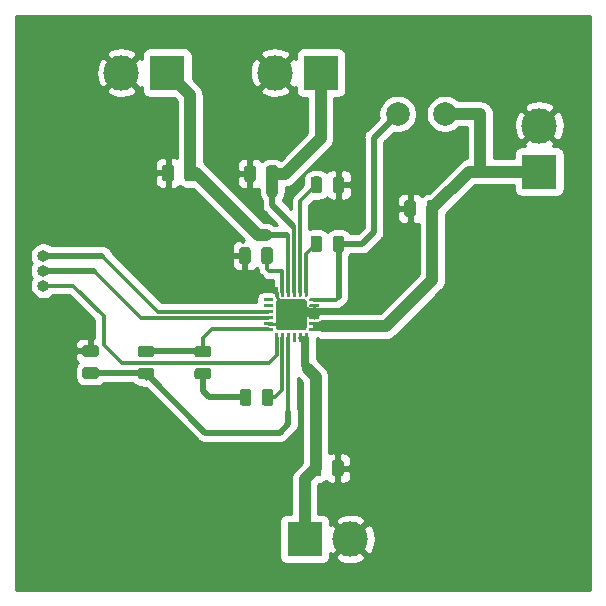
<source format=gbr>
G04 #@! TF.GenerationSoftware,KiCad,Pcbnew,(5.1.5)-3*
G04 #@! TF.CreationDate,2022-02-08T11:31:35-03:00*
G04 #@! TF.ProjectId,bq24160,62713234-3136-4302-9e6b-696361645f70,rev?*
G04 #@! TF.SameCoordinates,Original*
G04 #@! TF.FileFunction,Copper,L1,Top*
G04 #@! TF.FilePolarity,Positive*
%FSLAX46Y46*%
G04 Gerber Fmt 4.6, Leading zero omitted, Abs format (unit mm)*
G04 Created by KiCad (PCBNEW (5.1.5)-3) date 2022-02-08 11:31:35*
%MOMM*%
%LPD*%
G04 APERTURE LIST*
%ADD10C,3.000000*%
%ADD11R,3.000000X3.000000*%
%ADD12O,1.000000X1.000000*%
%ADD13C,0.100000*%
%ADD14C,2.000000*%
%ADD15C,0.300000*%
%ADD16C,0.250000*%
%ADD17C,1.000000*%
%ADD18C,0.500000*%
%ADD19C,0.350000*%
%ADD20C,0.254000*%
G04 APERTURE END LIST*
D10*
X115000000Y-80000000D03*
D11*
X115000000Y-83880000D03*
D12*
X73000000Y-93540000D03*
X73000000Y-92270000D03*
X73000000Y-91000000D03*
G04 #@! TA.AperFunction,SMDPad,CuDef*
D13*
G36*
X96392642Y-84301174D02*
G01*
X96416303Y-84304684D01*
X96439507Y-84310496D01*
X96462029Y-84318554D01*
X96483653Y-84328782D01*
X96504170Y-84341079D01*
X96523383Y-84355329D01*
X96541107Y-84371393D01*
X96557171Y-84389117D01*
X96571421Y-84408330D01*
X96583718Y-84428847D01*
X96593946Y-84450471D01*
X96602004Y-84472993D01*
X96607816Y-84496197D01*
X96611326Y-84519858D01*
X96612500Y-84543750D01*
X96612500Y-85456250D01*
X96611326Y-85480142D01*
X96607816Y-85503803D01*
X96602004Y-85527007D01*
X96593946Y-85549529D01*
X96583718Y-85571153D01*
X96571421Y-85591670D01*
X96557171Y-85610883D01*
X96541107Y-85628607D01*
X96523383Y-85644671D01*
X96504170Y-85658921D01*
X96483653Y-85671218D01*
X96462029Y-85681446D01*
X96439507Y-85689504D01*
X96416303Y-85695316D01*
X96392642Y-85698826D01*
X96368750Y-85700000D01*
X95881250Y-85700000D01*
X95857358Y-85698826D01*
X95833697Y-85695316D01*
X95810493Y-85689504D01*
X95787971Y-85681446D01*
X95766347Y-85671218D01*
X95745830Y-85658921D01*
X95726617Y-85644671D01*
X95708893Y-85628607D01*
X95692829Y-85610883D01*
X95678579Y-85591670D01*
X95666282Y-85571153D01*
X95656054Y-85549529D01*
X95647996Y-85527007D01*
X95642184Y-85503803D01*
X95638674Y-85480142D01*
X95637500Y-85456250D01*
X95637500Y-84543750D01*
X95638674Y-84519858D01*
X95642184Y-84496197D01*
X95647996Y-84472993D01*
X95656054Y-84450471D01*
X95666282Y-84428847D01*
X95678579Y-84408330D01*
X95692829Y-84389117D01*
X95708893Y-84371393D01*
X95726617Y-84355329D01*
X95745830Y-84341079D01*
X95766347Y-84328782D01*
X95787971Y-84318554D01*
X95810493Y-84310496D01*
X95833697Y-84304684D01*
X95857358Y-84301174D01*
X95881250Y-84300000D01*
X96368750Y-84300000D01*
X96392642Y-84301174D01*
G37*
G04 #@! TD.AperFunction*
G04 #@! TA.AperFunction,SMDPad,CuDef*
G36*
X98267642Y-84301174D02*
G01*
X98291303Y-84304684D01*
X98314507Y-84310496D01*
X98337029Y-84318554D01*
X98358653Y-84328782D01*
X98379170Y-84341079D01*
X98398383Y-84355329D01*
X98416107Y-84371393D01*
X98432171Y-84389117D01*
X98446421Y-84408330D01*
X98458718Y-84428847D01*
X98468946Y-84450471D01*
X98477004Y-84472993D01*
X98482816Y-84496197D01*
X98486326Y-84519858D01*
X98487500Y-84543750D01*
X98487500Y-85456250D01*
X98486326Y-85480142D01*
X98482816Y-85503803D01*
X98477004Y-85527007D01*
X98468946Y-85549529D01*
X98458718Y-85571153D01*
X98446421Y-85591670D01*
X98432171Y-85610883D01*
X98416107Y-85628607D01*
X98398383Y-85644671D01*
X98379170Y-85658921D01*
X98358653Y-85671218D01*
X98337029Y-85681446D01*
X98314507Y-85689504D01*
X98291303Y-85695316D01*
X98267642Y-85698826D01*
X98243750Y-85700000D01*
X97756250Y-85700000D01*
X97732358Y-85698826D01*
X97708697Y-85695316D01*
X97685493Y-85689504D01*
X97662971Y-85681446D01*
X97641347Y-85671218D01*
X97620830Y-85658921D01*
X97601617Y-85644671D01*
X97583893Y-85628607D01*
X97567829Y-85610883D01*
X97553579Y-85591670D01*
X97541282Y-85571153D01*
X97531054Y-85549529D01*
X97522996Y-85527007D01*
X97517184Y-85503803D01*
X97513674Y-85480142D01*
X97512500Y-85456250D01*
X97512500Y-84543750D01*
X97513674Y-84519858D01*
X97517184Y-84496197D01*
X97522996Y-84472993D01*
X97531054Y-84450471D01*
X97541282Y-84428847D01*
X97553579Y-84408330D01*
X97567829Y-84389117D01*
X97583893Y-84371393D01*
X97601617Y-84355329D01*
X97620830Y-84341079D01*
X97641347Y-84328782D01*
X97662971Y-84318554D01*
X97685493Y-84310496D01*
X97708697Y-84304684D01*
X97732358Y-84301174D01*
X97756250Y-84300000D01*
X98243750Y-84300000D01*
X98267642Y-84301174D01*
G37*
G04 #@! TD.AperFunction*
G04 #@! TA.AperFunction,SMDPad,CuDef*
G36*
X92205142Y-90301174D02*
G01*
X92228803Y-90304684D01*
X92252007Y-90310496D01*
X92274529Y-90318554D01*
X92296153Y-90328782D01*
X92316670Y-90341079D01*
X92335883Y-90355329D01*
X92353607Y-90371393D01*
X92369671Y-90389117D01*
X92383921Y-90408330D01*
X92396218Y-90428847D01*
X92406446Y-90450471D01*
X92414504Y-90472993D01*
X92420316Y-90496197D01*
X92423826Y-90519858D01*
X92425000Y-90543750D01*
X92425000Y-91456250D01*
X92423826Y-91480142D01*
X92420316Y-91503803D01*
X92414504Y-91527007D01*
X92406446Y-91549529D01*
X92396218Y-91571153D01*
X92383921Y-91591670D01*
X92369671Y-91610883D01*
X92353607Y-91628607D01*
X92335883Y-91644671D01*
X92316670Y-91658921D01*
X92296153Y-91671218D01*
X92274529Y-91681446D01*
X92252007Y-91689504D01*
X92228803Y-91695316D01*
X92205142Y-91698826D01*
X92181250Y-91700000D01*
X91693750Y-91700000D01*
X91669858Y-91698826D01*
X91646197Y-91695316D01*
X91622993Y-91689504D01*
X91600471Y-91681446D01*
X91578847Y-91671218D01*
X91558330Y-91658921D01*
X91539117Y-91644671D01*
X91521393Y-91628607D01*
X91505329Y-91610883D01*
X91491079Y-91591670D01*
X91478782Y-91571153D01*
X91468554Y-91549529D01*
X91460496Y-91527007D01*
X91454684Y-91503803D01*
X91451174Y-91480142D01*
X91450000Y-91456250D01*
X91450000Y-90543750D01*
X91451174Y-90519858D01*
X91454684Y-90496197D01*
X91460496Y-90472993D01*
X91468554Y-90450471D01*
X91478782Y-90428847D01*
X91491079Y-90408330D01*
X91505329Y-90389117D01*
X91521393Y-90371393D01*
X91539117Y-90355329D01*
X91558330Y-90341079D01*
X91578847Y-90328782D01*
X91600471Y-90318554D01*
X91622993Y-90310496D01*
X91646197Y-90304684D01*
X91669858Y-90301174D01*
X91693750Y-90300000D01*
X92181250Y-90300000D01*
X92205142Y-90301174D01*
G37*
G04 #@! TD.AperFunction*
G04 #@! TA.AperFunction,SMDPad,CuDef*
G36*
X90330142Y-90301174D02*
G01*
X90353803Y-90304684D01*
X90377007Y-90310496D01*
X90399529Y-90318554D01*
X90421153Y-90328782D01*
X90441670Y-90341079D01*
X90460883Y-90355329D01*
X90478607Y-90371393D01*
X90494671Y-90389117D01*
X90508921Y-90408330D01*
X90521218Y-90428847D01*
X90531446Y-90450471D01*
X90539504Y-90472993D01*
X90545316Y-90496197D01*
X90548826Y-90519858D01*
X90550000Y-90543750D01*
X90550000Y-91456250D01*
X90548826Y-91480142D01*
X90545316Y-91503803D01*
X90539504Y-91527007D01*
X90531446Y-91549529D01*
X90521218Y-91571153D01*
X90508921Y-91591670D01*
X90494671Y-91610883D01*
X90478607Y-91628607D01*
X90460883Y-91644671D01*
X90441670Y-91658921D01*
X90421153Y-91671218D01*
X90399529Y-91681446D01*
X90377007Y-91689504D01*
X90353803Y-91695316D01*
X90330142Y-91698826D01*
X90306250Y-91700000D01*
X89818750Y-91700000D01*
X89794858Y-91698826D01*
X89771197Y-91695316D01*
X89747993Y-91689504D01*
X89725471Y-91681446D01*
X89703847Y-91671218D01*
X89683330Y-91658921D01*
X89664117Y-91644671D01*
X89646393Y-91628607D01*
X89630329Y-91610883D01*
X89616079Y-91591670D01*
X89603782Y-91571153D01*
X89593554Y-91549529D01*
X89585496Y-91527007D01*
X89579684Y-91503803D01*
X89576174Y-91480142D01*
X89575000Y-91456250D01*
X89575000Y-90543750D01*
X89576174Y-90519858D01*
X89579684Y-90496197D01*
X89585496Y-90472993D01*
X89593554Y-90450471D01*
X89603782Y-90428847D01*
X89616079Y-90408330D01*
X89630329Y-90389117D01*
X89646393Y-90371393D01*
X89664117Y-90355329D01*
X89683330Y-90341079D01*
X89703847Y-90328782D01*
X89725471Y-90318554D01*
X89747993Y-90310496D01*
X89771197Y-90304684D01*
X89794858Y-90301174D01*
X89818750Y-90300000D01*
X90306250Y-90300000D01*
X90330142Y-90301174D01*
G37*
G04 #@! TD.AperFunction*
G04 #@! TA.AperFunction,SMDPad,CuDef*
G36*
X83830142Y-83301174D02*
G01*
X83853803Y-83304684D01*
X83877007Y-83310496D01*
X83899529Y-83318554D01*
X83921153Y-83328782D01*
X83941670Y-83341079D01*
X83960883Y-83355329D01*
X83978607Y-83371393D01*
X83994671Y-83389117D01*
X84008921Y-83408330D01*
X84021218Y-83428847D01*
X84031446Y-83450471D01*
X84039504Y-83472993D01*
X84045316Y-83496197D01*
X84048826Y-83519858D01*
X84050000Y-83543750D01*
X84050000Y-84456250D01*
X84048826Y-84480142D01*
X84045316Y-84503803D01*
X84039504Y-84527007D01*
X84031446Y-84549529D01*
X84021218Y-84571153D01*
X84008921Y-84591670D01*
X83994671Y-84610883D01*
X83978607Y-84628607D01*
X83960883Y-84644671D01*
X83941670Y-84658921D01*
X83921153Y-84671218D01*
X83899529Y-84681446D01*
X83877007Y-84689504D01*
X83853803Y-84695316D01*
X83830142Y-84698826D01*
X83806250Y-84700000D01*
X83318750Y-84700000D01*
X83294858Y-84698826D01*
X83271197Y-84695316D01*
X83247993Y-84689504D01*
X83225471Y-84681446D01*
X83203847Y-84671218D01*
X83183330Y-84658921D01*
X83164117Y-84644671D01*
X83146393Y-84628607D01*
X83130329Y-84610883D01*
X83116079Y-84591670D01*
X83103782Y-84571153D01*
X83093554Y-84549529D01*
X83085496Y-84527007D01*
X83079684Y-84503803D01*
X83076174Y-84480142D01*
X83075000Y-84456250D01*
X83075000Y-83543750D01*
X83076174Y-83519858D01*
X83079684Y-83496197D01*
X83085496Y-83472993D01*
X83093554Y-83450471D01*
X83103782Y-83428847D01*
X83116079Y-83408330D01*
X83130329Y-83389117D01*
X83146393Y-83371393D01*
X83164117Y-83355329D01*
X83183330Y-83341079D01*
X83203847Y-83328782D01*
X83225471Y-83318554D01*
X83247993Y-83310496D01*
X83271197Y-83304684D01*
X83294858Y-83301174D01*
X83318750Y-83300000D01*
X83806250Y-83300000D01*
X83830142Y-83301174D01*
G37*
G04 #@! TD.AperFunction*
G04 #@! TA.AperFunction,SMDPad,CuDef*
G36*
X85705142Y-83301174D02*
G01*
X85728803Y-83304684D01*
X85752007Y-83310496D01*
X85774529Y-83318554D01*
X85796153Y-83328782D01*
X85816670Y-83341079D01*
X85835883Y-83355329D01*
X85853607Y-83371393D01*
X85869671Y-83389117D01*
X85883921Y-83408330D01*
X85896218Y-83428847D01*
X85906446Y-83450471D01*
X85914504Y-83472993D01*
X85920316Y-83496197D01*
X85923826Y-83519858D01*
X85925000Y-83543750D01*
X85925000Y-84456250D01*
X85923826Y-84480142D01*
X85920316Y-84503803D01*
X85914504Y-84527007D01*
X85906446Y-84549529D01*
X85896218Y-84571153D01*
X85883921Y-84591670D01*
X85869671Y-84610883D01*
X85853607Y-84628607D01*
X85835883Y-84644671D01*
X85816670Y-84658921D01*
X85796153Y-84671218D01*
X85774529Y-84681446D01*
X85752007Y-84689504D01*
X85728803Y-84695316D01*
X85705142Y-84698826D01*
X85681250Y-84700000D01*
X85193750Y-84700000D01*
X85169858Y-84698826D01*
X85146197Y-84695316D01*
X85122993Y-84689504D01*
X85100471Y-84681446D01*
X85078847Y-84671218D01*
X85058330Y-84658921D01*
X85039117Y-84644671D01*
X85021393Y-84628607D01*
X85005329Y-84610883D01*
X84991079Y-84591670D01*
X84978782Y-84571153D01*
X84968554Y-84549529D01*
X84960496Y-84527007D01*
X84954684Y-84503803D01*
X84951174Y-84480142D01*
X84950000Y-84456250D01*
X84950000Y-83543750D01*
X84951174Y-83519858D01*
X84954684Y-83496197D01*
X84960496Y-83472993D01*
X84968554Y-83450471D01*
X84978782Y-83428847D01*
X84991079Y-83408330D01*
X85005329Y-83389117D01*
X85021393Y-83371393D01*
X85039117Y-83355329D01*
X85058330Y-83341079D01*
X85078847Y-83328782D01*
X85100471Y-83318554D01*
X85122993Y-83310496D01*
X85146197Y-83304684D01*
X85169858Y-83301174D01*
X85193750Y-83300000D01*
X85681250Y-83300000D01*
X85705142Y-83301174D01*
G37*
G04 #@! TD.AperFunction*
G04 #@! TA.AperFunction,SMDPad,CuDef*
G36*
X92642642Y-83363674D02*
G01*
X92666303Y-83367184D01*
X92689507Y-83372996D01*
X92712029Y-83381054D01*
X92733653Y-83391282D01*
X92754170Y-83403579D01*
X92773383Y-83417829D01*
X92791107Y-83433893D01*
X92807171Y-83451617D01*
X92821421Y-83470830D01*
X92833718Y-83491347D01*
X92843946Y-83512971D01*
X92852004Y-83535493D01*
X92857816Y-83558697D01*
X92861326Y-83582358D01*
X92862500Y-83606250D01*
X92862500Y-84518750D01*
X92861326Y-84542642D01*
X92857816Y-84566303D01*
X92852004Y-84589507D01*
X92843946Y-84612029D01*
X92833718Y-84633653D01*
X92821421Y-84654170D01*
X92807171Y-84673383D01*
X92791107Y-84691107D01*
X92773383Y-84707171D01*
X92754170Y-84721421D01*
X92733653Y-84733718D01*
X92712029Y-84743946D01*
X92689507Y-84752004D01*
X92666303Y-84757816D01*
X92642642Y-84761326D01*
X92618750Y-84762500D01*
X92131250Y-84762500D01*
X92107358Y-84761326D01*
X92083697Y-84757816D01*
X92060493Y-84752004D01*
X92037971Y-84743946D01*
X92016347Y-84733718D01*
X91995830Y-84721421D01*
X91976617Y-84707171D01*
X91958893Y-84691107D01*
X91942829Y-84673383D01*
X91928579Y-84654170D01*
X91916282Y-84633653D01*
X91906054Y-84612029D01*
X91897996Y-84589507D01*
X91892184Y-84566303D01*
X91888674Y-84542642D01*
X91887500Y-84518750D01*
X91887500Y-83606250D01*
X91888674Y-83582358D01*
X91892184Y-83558697D01*
X91897996Y-83535493D01*
X91906054Y-83512971D01*
X91916282Y-83491347D01*
X91928579Y-83470830D01*
X91942829Y-83451617D01*
X91958893Y-83433893D01*
X91976617Y-83417829D01*
X91995830Y-83403579D01*
X92016347Y-83391282D01*
X92037971Y-83381054D01*
X92060493Y-83372996D01*
X92083697Y-83367184D01*
X92107358Y-83363674D01*
X92131250Y-83362500D01*
X92618750Y-83362500D01*
X92642642Y-83363674D01*
G37*
G04 #@! TD.AperFunction*
G04 #@! TA.AperFunction,SMDPad,CuDef*
G36*
X90767642Y-83363674D02*
G01*
X90791303Y-83367184D01*
X90814507Y-83372996D01*
X90837029Y-83381054D01*
X90858653Y-83391282D01*
X90879170Y-83403579D01*
X90898383Y-83417829D01*
X90916107Y-83433893D01*
X90932171Y-83451617D01*
X90946421Y-83470830D01*
X90958718Y-83491347D01*
X90968946Y-83512971D01*
X90977004Y-83535493D01*
X90982816Y-83558697D01*
X90986326Y-83582358D01*
X90987500Y-83606250D01*
X90987500Y-84518750D01*
X90986326Y-84542642D01*
X90982816Y-84566303D01*
X90977004Y-84589507D01*
X90968946Y-84612029D01*
X90958718Y-84633653D01*
X90946421Y-84654170D01*
X90932171Y-84673383D01*
X90916107Y-84691107D01*
X90898383Y-84707171D01*
X90879170Y-84721421D01*
X90858653Y-84733718D01*
X90837029Y-84743946D01*
X90814507Y-84752004D01*
X90791303Y-84757816D01*
X90767642Y-84761326D01*
X90743750Y-84762500D01*
X90256250Y-84762500D01*
X90232358Y-84761326D01*
X90208697Y-84757816D01*
X90185493Y-84752004D01*
X90162971Y-84743946D01*
X90141347Y-84733718D01*
X90120830Y-84721421D01*
X90101617Y-84707171D01*
X90083893Y-84691107D01*
X90067829Y-84673383D01*
X90053579Y-84654170D01*
X90041282Y-84633653D01*
X90031054Y-84612029D01*
X90022996Y-84589507D01*
X90017184Y-84566303D01*
X90013674Y-84542642D01*
X90012500Y-84518750D01*
X90012500Y-83606250D01*
X90013674Y-83582358D01*
X90017184Y-83558697D01*
X90022996Y-83535493D01*
X90031054Y-83512971D01*
X90041282Y-83491347D01*
X90053579Y-83470830D01*
X90067829Y-83451617D01*
X90083893Y-83433893D01*
X90101617Y-83417829D01*
X90120830Y-83403579D01*
X90141347Y-83391282D01*
X90162971Y-83381054D01*
X90185493Y-83372996D01*
X90208697Y-83367184D01*
X90232358Y-83363674D01*
X90256250Y-83362500D01*
X90743750Y-83362500D01*
X90767642Y-83363674D01*
G37*
G04 #@! TD.AperFunction*
G04 #@! TA.AperFunction,SMDPad,CuDef*
G36*
X98267642Y-89301174D02*
G01*
X98291303Y-89304684D01*
X98314507Y-89310496D01*
X98337029Y-89318554D01*
X98358653Y-89328782D01*
X98379170Y-89341079D01*
X98398383Y-89355329D01*
X98416107Y-89371393D01*
X98432171Y-89389117D01*
X98446421Y-89408330D01*
X98458718Y-89428847D01*
X98468946Y-89450471D01*
X98477004Y-89472993D01*
X98482816Y-89496197D01*
X98486326Y-89519858D01*
X98487500Y-89543750D01*
X98487500Y-90456250D01*
X98486326Y-90480142D01*
X98482816Y-90503803D01*
X98477004Y-90527007D01*
X98468946Y-90549529D01*
X98458718Y-90571153D01*
X98446421Y-90591670D01*
X98432171Y-90610883D01*
X98416107Y-90628607D01*
X98398383Y-90644671D01*
X98379170Y-90658921D01*
X98358653Y-90671218D01*
X98337029Y-90681446D01*
X98314507Y-90689504D01*
X98291303Y-90695316D01*
X98267642Y-90698826D01*
X98243750Y-90700000D01*
X97756250Y-90700000D01*
X97732358Y-90698826D01*
X97708697Y-90695316D01*
X97685493Y-90689504D01*
X97662971Y-90681446D01*
X97641347Y-90671218D01*
X97620830Y-90658921D01*
X97601617Y-90644671D01*
X97583893Y-90628607D01*
X97567829Y-90610883D01*
X97553579Y-90591670D01*
X97541282Y-90571153D01*
X97531054Y-90549529D01*
X97522996Y-90527007D01*
X97517184Y-90503803D01*
X97513674Y-90480142D01*
X97512500Y-90456250D01*
X97512500Y-89543750D01*
X97513674Y-89519858D01*
X97517184Y-89496197D01*
X97522996Y-89472993D01*
X97531054Y-89450471D01*
X97541282Y-89428847D01*
X97553579Y-89408330D01*
X97567829Y-89389117D01*
X97583893Y-89371393D01*
X97601617Y-89355329D01*
X97620830Y-89341079D01*
X97641347Y-89328782D01*
X97662971Y-89318554D01*
X97685493Y-89310496D01*
X97708697Y-89304684D01*
X97732358Y-89301174D01*
X97756250Y-89300000D01*
X98243750Y-89300000D01*
X98267642Y-89301174D01*
G37*
G04 #@! TD.AperFunction*
G04 #@! TA.AperFunction,SMDPad,CuDef*
G36*
X96392642Y-89301174D02*
G01*
X96416303Y-89304684D01*
X96439507Y-89310496D01*
X96462029Y-89318554D01*
X96483653Y-89328782D01*
X96504170Y-89341079D01*
X96523383Y-89355329D01*
X96541107Y-89371393D01*
X96557171Y-89389117D01*
X96571421Y-89408330D01*
X96583718Y-89428847D01*
X96593946Y-89450471D01*
X96602004Y-89472993D01*
X96607816Y-89496197D01*
X96611326Y-89519858D01*
X96612500Y-89543750D01*
X96612500Y-90456250D01*
X96611326Y-90480142D01*
X96607816Y-90503803D01*
X96602004Y-90527007D01*
X96593946Y-90549529D01*
X96583718Y-90571153D01*
X96571421Y-90591670D01*
X96557171Y-90610883D01*
X96541107Y-90628607D01*
X96523383Y-90644671D01*
X96504170Y-90658921D01*
X96483653Y-90671218D01*
X96462029Y-90681446D01*
X96439507Y-90689504D01*
X96416303Y-90695316D01*
X96392642Y-90698826D01*
X96368750Y-90700000D01*
X95881250Y-90700000D01*
X95857358Y-90698826D01*
X95833697Y-90695316D01*
X95810493Y-90689504D01*
X95787971Y-90681446D01*
X95766347Y-90671218D01*
X95745830Y-90658921D01*
X95726617Y-90644671D01*
X95708893Y-90628607D01*
X95692829Y-90610883D01*
X95678579Y-90591670D01*
X95666282Y-90571153D01*
X95656054Y-90549529D01*
X95647996Y-90527007D01*
X95642184Y-90503803D01*
X95638674Y-90480142D01*
X95637500Y-90456250D01*
X95637500Y-89543750D01*
X95638674Y-89519858D01*
X95642184Y-89496197D01*
X95647996Y-89472993D01*
X95656054Y-89450471D01*
X95666282Y-89428847D01*
X95678579Y-89408330D01*
X95692829Y-89389117D01*
X95708893Y-89371393D01*
X95726617Y-89355329D01*
X95745830Y-89341079D01*
X95766347Y-89328782D01*
X95787971Y-89318554D01*
X95810493Y-89310496D01*
X95833697Y-89304684D01*
X95857358Y-89301174D01*
X95881250Y-89300000D01*
X96368750Y-89300000D01*
X96392642Y-89301174D01*
G37*
G04 #@! TD.AperFunction*
G04 #@! TA.AperFunction,SMDPad,CuDef*
G36*
X98205142Y-108301174D02*
G01*
X98228803Y-108304684D01*
X98252007Y-108310496D01*
X98274529Y-108318554D01*
X98296153Y-108328782D01*
X98316670Y-108341079D01*
X98335883Y-108355329D01*
X98353607Y-108371393D01*
X98369671Y-108389117D01*
X98383921Y-108408330D01*
X98396218Y-108428847D01*
X98406446Y-108450471D01*
X98414504Y-108472993D01*
X98420316Y-108496197D01*
X98423826Y-108519858D01*
X98425000Y-108543750D01*
X98425000Y-109456250D01*
X98423826Y-109480142D01*
X98420316Y-109503803D01*
X98414504Y-109527007D01*
X98406446Y-109549529D01*
X98396218Y-109571153D01*
X98383921Y-109591670D01*
X98369671Y-109610883D01*
X98353607Y-109628607D01*
X98335883Y-109644671D01*
X98316670Y-109658921D01*
X98296153Y-109671218D01*
X98274529Y-109681446D01*
X98252007Y-109689504D01*
X98228803Y-109695316D01*
X98205142Y-109698826D01*
X98181250Y-109700000D01*
X97693750Y-109700000D01*
X97669858Y-109698826D01*
X97646197Y-109695316D01*
X97622993Y-109689504D01*
X97600471Y-109681446D01*
X97578847Y-109671218D01*
X97558330Y-109658921D01*
X97539117Y-109644671D01*
X97521393Y-109628607D01*
X97505329Y-109610883D01*
X97491079Y-109591670D01*
X97478782Y-109571153D01*
X97468554Y-109549529D01*
X97460496Y-109527007D01*
X97454684Y-109503803D01*
X97451174Y-109480142D01*
X97450000Y-109456250D01*
X97450000Y-108543750D01*
X97451174Y-108519858D01*
X97454684Y-108496197D01*
X97460496Y-108472993D01*
X97468554Y-108450471D01*
X97478782Y-108428847D01*
X97491079Y-108408330D01*
X97505329Y-108389117D01*
X97521393Y-108371393D01*
X97539117Y-108355329D01*
X97558330Y-108341079D01*
X97578847Y-108328782D01*
X97600471Y-108318554D01*
X97622993Y-108310496D01*
X97646197Y-108304684D01*
X97669858Y-108301174D01*
X97693750Y-108300000D01*
X98181250Y-108300000D01*
X98205142Y-108301174D01*
G37*
G04 #@! TD.AperFunction*
G04 #@! TA.AperFunction,SMDPad,CuDef*
G36*
X96330142Y-108301174D02*
G01*
X96353803Y-108304684D01*
X96377007Y-108310496D01*
X96399529Y-108318554D01*
X96421153Y-108328782D01*
X96441670Y-108341079D01*
X96460883Y-108355329D01*
X96478607Y-108371393D01*
X96494671Y-108389117D01*
X96508921Y-108408330D01*
X96521218Y-108428847D01*
X96531446Y-108450471D01*
X96539504Y-108472993D01*
X96545316Y-108496197D01*
X96548826Y-108519858D01*
X96550000Y-108543750D01*
X96550000Y-109456250D01*
X96548826Y-109480142D01*
X96545316Y-109503803D01*
X96539504Y-109527007D01*
X96531446Y-109549529D01*
X96521218Y-109571153D01*
X96508921Y-109591670D01*
X96494671Y-109610883D01*
X96478607Y-109628607D01*
X96460883Y-109644671D01*
X96441670Y-109658921D01*
X96421153Y-109671218D01*
X96399529Y-109681446D01*
X96377007Y-109689504D01*
X96353803Y-109695316D01*
X96330142Y-109698826D01*
X96306250Y-109700000D01*
X95818750Y-109700000D01*
X95794858Y-109698826D01*
X95771197Y-109695316D01*
X95747993Y-109689504D01*
X95725471Y-109681446D01*
X95703847Y-109671218D01*
X95683330Y-109658921D01*
X95664117Y-109644671D01*
X95646393Y-109628607D01*
X95630329Y-109610883D01*
X95616079Y-109591670D01*
X95603782Y-109571153D01*
X95593554Y-109549529D01*
X95585496Y-109527007D01*
X95579684Y-109503803D01*
X95576174Y-109480142D01*
X95575000Y-109456250D01*
X95575000Y-108543750D01*
X95576174Y-108519858D01*
X95579684Y-108496197D01*
X95585496Y-108472993D01*
X95593554Y-108450471D01*
X95603782Y-108428847D01*
X95616079Y-108408330D01*
X95630329Y-108389117D01*
X95646393Y-108371393D01*
X95664117Y-108355329D01*
X95683330Y-108341079D01*
X95703847Y-108328782D01*
X95725471Y-108318554D01*
X95747993Y-108310496D01*
X95771197Y-108304684D01*
X95794858Y-108301174D01*
X95818750Y-108300000D01*
X96306250Y-108300000D01*
X96330142Y-108301174D01*
G37*
G04 #@! TD.AperFunction*
G04 #@! TA.AperFunction,SMDPad,CuDef*
G36*
X106205142Y-86301174D02*
G01*
X106228803Y-86304684D01*
X106252007Y-86310496D01*
X106274529Y-86318554D01*
X106296153Y-86328782D01*
X106316670Y-86341079D01*
X106335883Y-86355329D01*
X106353607Y-86371393D01*
X106369671Y-86389117D01*
X106383921Y-86408330D01*
X106396218Y-86428847D01*
X106406446Y-86450471D01*
X106414504Y-86472993D01*
X106420316Y-86496197D01*
X106423826Y-86519858D01*
X106425000Y-86543750D01*
X106425000Y-87456250D01*
X106423826Y-87480142D01*
X106420316Y-87503803D01*
X106414504Y-87527007D01*
X106406446Y-87549529D01*
X106396218Y-87571153D01*
X106383921Y-87591670D01*
X106369671Y-87610883D01*
X106353607Y-87628607D01*
X106335883Y-87644671D01*
X106316670Y-87658921D01*
X106296153Y-87671218D01*
X106274529Y-87681446D01*
X106252007Y-87689504D01*
X106228803Y-87695316D01*
X106205142Y-87698826D01*
X106181250Y-87700000D01*
X105693750Y-87700000D01*
X105669858Y-87698826D01*
X105646197Y-87695316D01*
X105622993Y-87689504D01*
X105600471Y-87681446D01*
X105578847Y-87671218D01*
X105558330Y-87658921D01*
X105539117Y-87644671D01*
X105521393Y-87628607D01*
X105505329Y-87610883D01*
X105491079Y-87591670D01*
X105478782Y-87571153D01*
X105468554Y-87549529D01*
X105460496Y-87527007D01*
X105454684Y-87503803D01*
X105451174Y-87480142D01*
X105450000Y-87456250D01*
X105450000Y-86543750D01*
X105451174Y-86519858D01*
X105454684Y-86496197D01*
X105460496Y-86472993D01*
X105468554Y-86450471D01*
X105478782Y-86428847D01*
X105491079Y-86408330D01*
X105505329Y-86389117D01*
X105521393Y-86371393D01*
X105539117Y-86355329D01*
X105558330Y-86341079D01*
X105578847Y-86328782D01*
X105600471Y-86318554D01*
X105622993Y-86310496D01*
X105646197Y-86304684D01*
X105669858Y-86301174D01*
X105693750Y-86300000D01*
X106181250Y-86300000D01*
X106205142Y-86301174D01*
G37*
G04 #@! TD.AperFunction*
G04 #@! TA.AperFunction,SMDPad,CuDef*
G36*
X104330142Y-86301174D02*
G01*
X104353803Y-86304684D01*
X104377007Y-86310496D01*
X104399529Y-86318554D01*
X104421153Y-86328782D01*
X104441670Y-86341079D01*
X104460883Y-86355329D01*
X104478607Y-86371393D01*
X104494671Y-86389117D01*
X104508921Y-86408330D01*
X104521218Y-86428847D01*
X104531446Y-86450471D01*
X104539504Y-86472993D01*
X104545316Y-86496197D01*
X104548826Y-86519858D01*
X104550000Y-86543750D01*
X104550000Y-87456250D01*
X104548826Y-87480142D01*
X104545316Y-87503803D01*
X104539504Y-87527007D01*
X104531446Y-87549529D01*
X104521218Y-87571153D01*
X104508921Y-87591670D01*
X104494671Y-87610883D01*
X104478607Y-87628607D01*
X104460883Y-87644671D01*
X104441670Y-87658921D01*
X104421153Y-87671218D01*
X104399529Y-87681446D01*
X104377007Y-87689504D01*
X104353803Y-87695316D01*
X104330142Y-87698826D01*
X104306250Y-87700000D01*
X103818750Y-87700000D01*
X103794858Y-87698826D01*
X103771197Y-87695316D01*
X103747993Y-87689504D01*
X103725471Y-87681446D01*
X103703847Y-87671218D01*
X103683330Y-87658921D01*
X103664117Y-87644671D01*
X103646393Y-87628607D01*
X103630329Y-87610883D01*
X103616079Y-87591670D01*
X103603782Y-87571153D01*
X103593554Y-87549529D01*
X103585496Y-87527007D01*
X103579684Y-87503803D01*
X103576174Y-87480142D01*
X103575000Y-87456250D01*
X103575000Y-86543750D01*
X103576174Y-86519858D01*
X103579684Y-86496197D01*
X103585496Y-86472993D01*
X103593554Y-86450471D01*
X103603782Y-86428847D01*
X103616079Y-86408330D01*
X103630329Y-86389117D01*
X103646393Y-86371393D01*
X103664117Y-86355329D01*
X103683330Y-86341079D01*
X103703847Y-86328782D01*
X103725471Y-86318554D01*
X103747993Y-86310496D01*
X103771197Y-86304684D01*
X103794858Y-86301174D01*
X103818750Y-86300000D01*
X104306250Y-86300000D01*
X104330142Y-86301174D01*
G37*
G04 #@! TD.AperFunction*
G04 #@! TA.AperFunction,SMDPad,CuDef*
G36*
X86980142Y-100513674D02*
G01*
X87003803Y-100517184D01*
X87027007Y-100522996D01*
X87049529Y-100531054D01*
X87071153Y-100541282D01*
X87091670Y-100553579D01*
X87110883Y-100567829D01*
X87128607Y-100583893D01*
X87144671Y-100601617D01*
X87158921Y-100620830D01*
X87171218Y-100641347D01*
X87181446Y-100662971D01*
X87189504Y-100685493D01*
X87195316Y-100708697D01*
X87198826Y-100732358D01*
X87200000Y-100756250D01*
X87200000Y-101243750D01*
X87198826Y-101267642D01*
X87195316Y-101291303D01*
X87189504Y-101314507D01*
X87181446Y-101337029D01*
X87171218Y-101358653D01*
X87158921Y-101379170D01*
X87144671Y-101398383D01*
X87128607Y-101416107D01*
X87110883Y-101432171D01*
X87091670Y-101446421D01*
X87071153Y-101458718D01*
X87049529Y-101468946D01*
X87027007Y-101477004D01*
X87003803Y-101482816D01*
X86980142Y-101486326D01*
X86956250Y-101487500D01*
X86043750Y-101487500D01*
X86019858Y-101486326D01*
X85996197Y-101482816D01*
X85972993Y-101477004D01*
X85950471Y-101468946D01*
X85928847Y-101458718D01*
X85908330Y-101446421D01*
X85889117Y-101432171D01*
X85871393Y-101416107D01*
X85855329Y-101398383D01*
X85841079Y-101379170D01*
X85828782Y-101358653D01*
X85818554Y-101337029D01*
X85810496Y-101314507D01*
X85804684Y-101291303D01*
X85801174Y-101267642D01*
X85800000Y-101243750D01*
X85800000Y-100756250D01*
X85801174Y-100732358D01*
X85804684Y-100708697D01*
X85810496Y-100685493D01*
X85818554Y-100662971D01*
X85828782Y-100641347D01*
X85841079Y-100620830D01*
X85855329Y-100601617D01*
X85871393Y-100583893D01*
X85889117Y-100567829D01*
X85908330Y-100553579D01*
X85928847Y-100541282D01*
X85950471Y-100531054D01*
X85972993Y-100522996D01*
X85996197Y-100517184D01*
X86019858Y-100513674D01*
X86043750Y-100512500D01*
X86956250Y-100512500D01*
X86980142Y-100513674D01*
G37*
G04 #@! TD.AperFunction*
G04 #@! TA.AperFunction,SMDPad,CuDef*
G36*
X86980142Y-98638674D02*
G01*
X87003803Y-98642184D01*
X87027007Y-98647996D01*
X87049529Y-98656054D01*
X87071153Y-98666282D01*
X87091670Y-98678579D01*
X87110883Y-98692829D01*
X87128607Y-98708893D01*
X87144671Y-98726617D01*
X87158921Y-98745830D01*
X87171218Y-98766347D01*
X87181446Y-98787971D01*
X87189504Y-98810493D01*
X87195316Y-98833697D01*
X87198826Y-98857358D01*
X87200000Y-98881250D01*
X87200000Y-99368750D01*
X87198826Y-99392642D01*
X87195316Y-99416303D01*
X87189504Y-99439507D01*
X87181446Y-99462029D01*
X87171218Y-99483653D01*
X87158921Y-99504170D01*
X87144671Y-99523383D01*
X87128607Y-99541107D01*
X87110883Y-99557171D01*
X87091670Y-99571421D01*
X87071153Y-99583718D01*
X87049529Y-99593946D01*
X87027007Y-99602004D01*
X87003803Y-99607816D01*
X86980142Y-99611326D01*
X86956250Y-99612500D01*
X86043750Y-99612500D01*
X86019858Y-99611326D01*
X85996197Y-99607816D01*
X85972993Y-99602004D01*
X85950471Y-99593946D01*
X85928847Y-99583718D01*
X85908330Y-99571421D01*
X85889117Y-99557171D01*
X85871393Y-99541107D01*
X85855329Y-99523383D01*
X85841079Y-99504170D01*
X85828782Y-99483653D01*
X85818554Y-99462029D01*
X85810496Y-99439507D01*
X85804684Y-99416303D01*
X85801174Y-99392642D01*
X85800000Y-99368750D01*
X85800000Y-98881250D01*
X85801174Y-98857358D01*
X85804684Y-98833697D01*
X85810496Y-98810493D01*
X85818554Y-98787971D01*
X85828782Y-98766347D01*
X85841079Y-98745830D01*
X85855329Y-98726617D01*
X85871393Y-98708893D01*
X85889117Y-98692829D01*
X85908330Y-98678579D01*
X85928847Y-98666282D01*
X85950471Y-98656054D01*
X85972993Y-98647996D01*
X85996197Y-98642184D01*
X86019858Y-98638674D01*
X86043750Y-98637500D01*
X86956250Y-98637500D01*
X86980142Y-98638674D01*
G37*
G04 #@! TD.AperFunction*
D11*
X96500000Y-75500000D03*
D10*
X92620000Y-75500000D03*
X99000000Y-115000000D03*
D11*
X95120000Y-115000000D03*
X83500000Y-75500000D03*
D10*
X79620000Y-75500000D03*
D14*
X107000000Y-79000000D03*
X103000000Y-79000000D03*
G04 #@! TA.AperFunction,SMDPad,CuDef*
D13*
G36*
X92267642Y-102301174D02*
G01*
X92291303Y-102304684D01*
X92314507Y-102310496D01*
X92337029Y-102318554D01*
X92358653Y-102328782D01*
X92379170Y-102341079D01*
X92398383Y-102355329D01*
X92416107Y-102371393D01*
X92432171Y-102389117D01*
X92446421Y-102408330D01*
X92458718Y-102428847D01*
X92468946Y-102450471D01*
X92477004Y-102472993D01*
X92482816Y-102496197D01*
X92486326Y-102519858D01*
X92487500Y-102543750D01*
X92487500Y-103456250D01*
X92486326Y-103480142D01*
X92482816Y-103503803D01*
X92477004Y-103527007D01*
X92468946Y-103549529D01*
X92458718Y-103571153D01*
X92446421Y-103591670D01*
X92432171Y-103610883D01*
X92416107Y-103628607D01*
X92398383Y-103644671D01*
X92379170Y-103658921D01*
X92358653Y-103671218D01*
X92337029Y-103681446D01*
X92314507Y-103689504D01*
X92291303Y-103695316D01*
X92267642Y-103698826D01*
X92243750Y-103700000D01*
X91756250Y-103700000D01*
X91732358Y-103698826D01*
X91708697Y-103695316D01*
X91685493Y-103689504D01*
X91662971Y-103681446D01*
X91641347Y-103671218D01*
X91620830Y-103658921D01*
X91601617Y-103644671D01*
X91583893Y-103628607D01*
X91567829Y-103610883D01*
X91553579Y-103591670D01*
X91541282Y-103571153D01*
X91531054Y-103549529D01*
X91522996Y-103527007D01*
X91517184Y-103503803D01*
X91513674Y-103480142D01*
X91512500Y-103456250D01*
X91512500Y-102543750D01*
X91513674Y-102519858D01*
X91517184Y-102496197D01*
X91522996Y-102472993D01*
X91531054Y-102450471D01*
X91541282Y-102428847D01*
X91553579Y-102408330D01*
X91567829Y-102389117D01*
X91583893Y-102371393D01*
X91601617Y-102355329D01*
X91620830Y-102341079D01*
X91641347Y-102328782D01*
X91662971Y-102318554D01*
X91685493Y-102310496D01*
X91708697Y-102304684D01*
X91732358Y-102301174D01*
X91756250Y-102300000D01*
X92243750Y-102300000D01*
X92267642Y-102301174D01*
G37*
G04 #@! TD.AperFunction*
G04 #@! TA.AperFunction,SMDPad,CuDef*
G36*
X90392642Y-102301174D02*
G01*
X90416303Y-102304684D01*
X90439507Y-102310496D01*
X90462029Y-102318554D01*
X90483653Y-102328782D01*
X90504170Y-102341079D01*
X90523383Y-102355329D01*
X90541107Y-102371393D01*
X90557171Y-102389117D01*
X90571421Y-102408330D01*
X90583718Y-102428847D01*
X90593946Y-102450471D01*
X90602004Y-102472993D01*
X90607816Y-102496197D01*
X90611326Y-102519858D01*
X90612500Y-102543750D01*
X90612500Y-103456250D01*
X90611326Y-103480142D01*
X90607816Y-103503803D01*
X90602004Y-103527007D01*
X90593946Y-103549529D01*
X90583718Y-103571153D01*
X90571421Y-103591670D01*
X90557171Y-103610883D01*
X90541107Y-103628607D01*
X90523383Y-103644671D01*
X90504170Y-103658921D01*
X90483653Y-103671218D01*
X90462029Y-103681446D01*
X90439507Y-103689504D01*
X90416303Y-103695316D01*
X90392642Y-103698826D01*
X90368750Y-103700000D01*
X89881250Y-103700000D01*
X89857358Y-103698826D01*
X89833697Y-103695316D01*
X89810493Y-103689504D01*
X89787971Y-103681446D01*
X89766347Y-103671218D01*
X89745830Y-103658921D01*
X89726617Y-103644671D01*
X89708893Y-103628607D01*
X89692829Y-103610883D01*
X89678579Y-103591670D01*
X89666282Y-103571153D01*
X89656054Y-103549529D01*
X89647996Y-103527007D01*
X89642184Y-103503803D01*
X89638674Y-103480142D01*
X89637500Y-103456250D01*
X89637500Y-102543750D01*
X89638674Y-102519858D01*
X89642184Y-102496197D01*
X89647996Y-102472993D01*
X89656054Y-102450471D01*
X89666282Y-102428847D01*
X89678579Y-102408330D01*
X89692829Y-102389117D01*
X89708893Y-102371393D01*
X89726617Y-102355329D01*
X89745830Y-102341079D01*
X89766347Y-102328782D01*
X89787971Y-102318554D01*
X89810493Y-102310496D01*
X89833697Y-102304684D01*
X89857358Y-102301174D01*
X89881250Y-102300000D01*
X90368750Y-102300000D01*
X90392642Y-102301174D01*
G37*
G04 #@! TD.AperFunction*
G04 #@! TA.AperFunction,SMDPad,CuDef*
G36*
X82180142Y-98613674D02*
G01*
X82203803Y-98617184D01*
X82227007Y-98622996D01*
X82249529Y-98631054D01*
X82271153Y-98641282D01*
X82291670Y-98653579D01*
X82310883Y-98667829D01*
X82328607Y-98683893D01*
X82344671Y-98701617D01*
X82358921Y-98720830D01*
X82371218Y-98741347D01*
X82381446Y-98762971D01*
X82389504Y-98785493D01*
X82395316Y-98808697D01*
X82398826Y-98832358D01*
X82400000Y-98856250D01*
X82400000Y-99343750D01*
X82398826Y-99367642D01*
X82395316Y-99391303D01*
X82389504Y-99414507D01*
X82381446Y-99437029D01*
X82371218Y-99458653D01*
X82358921Y-99479170D01*
X82344671Y-99498383D01*
X82328607Y-99516107D01*
X82310883Y-99532171D01*
X82291670Y-99546421D01*
X82271153Y-99558718D01*
X82249529Y-99568946D01*
X82227007Y-99577004D01*
X82203803Y-99582816D01*
X82180142Y-99586326D01*
X82156250Y-99587500D01*
X81243750Y-99587500D01*
X81219858Y-99586326D01*
X81196197Y-99582816D01*
X81172993Y-99577004D01*
X81150471Y-99568946D01*
X81128847Y-99558718D01*
X81108330Y-99546421D01*
X81089117Y-99532171D01*
X81071393Y-99516107D01*
X81055329Y-99498383D01*
X81041079Y-99479170D01*
X81028782Y-99458653D01*
X81018554Y-99437029D01*
X81010496Y-99414507D01*
X81004684Y-99391303D01*
X81001174Y-99367642D01*
X81000000Y-99343750D01*
X81000000Y-98856250D01*
X81001174Y-98832358D01*
X81004684Y-98808697D01*
X81010496Y-98785493D01*
X81018554Y-98762971D01*
X81028782Y-98741347D01*
X81041079Y-98720830D01*
X81055329Y-98701617D01*
X81071393Y-98683893D01*
X81089117Y-98667829D01*
X81108330Y-98653579D01*
X81128847Y-98641282D01*
X81150471Y-98631054D01*
X81172993Y-98622996D01*
X81196197Y-98617184D01*
X81219858Y-98613674D01*
X81243750Y-98612500D01*
X82156250Y-98612500D01*
X82180142Y-98613674D01*
G37*
G04 #@! TD.AperFunction*
G04 #@! TA.AperFunction,SMDPad,CuDef*
G36*
X82180142Y-100488674D02*
G01*
X82203803Y-100492184D01*
X82227007Y-100497996D01*
X82249529Y-100506054D01*
X82271153Y-100516282D01*
X82291670Y-100528579D01*
X82310883Y-100542829D01*
X82328607Y-100558893D01*
X82344671Y-100576617D01*
X82358921Y-100595830D01*
X82371218Y-100616347D01*
X82381446Y-100637971D01*
X82389504Y-100660493D01*
X82395316Y-100683697D01*
X82398826Y-100707358D01*
X82400000Y-100731250D01*
X82400000Y-101218750D01*
X82398826Y-101242642D01*
X82395316Y-101266303D01*
X82389504Y-101289507D01*
X82381446Y-101312029D01*
X82371218Y-101333653D01*
X82358921Y-101354170D01*
X82344671Y-101373383D01*
X82328607Y-101391107D01*
X82310883Y-101407171D01*
X82291670Y-101421421D01*
X82271153Y-101433718D01*
X82249529Y-101443946D01*
X82227007Y-101452004D01*
X82203803Y-101457816D01*
X82180142Y-101461326D01*
X82156250Y-101462500D01*
X81243750Y-101462500D01*
X81219858Y-101461326D01*
X81196197Y-101457816D01*
X81172993Y-101452004D01*
X81150471Y-101443946D01*
X81128847Y-101433718D01*
X81108330Y-101421421D01*
X81089117Y-101407171D01*
X81071393Y-101391107D01*
X81055329Y-101373383D01*
X81041079Y-101354170D01*
X81028782Y-101333653D01*
X81018554Y-101312029D01*
X81010496Y-101289507D01*
X81004684Y-101266303D01*
X81001174Y-101242642D01*
X81000000Y-101218750D01*
X81000000Y-100731250D01*
X81001174Y-100707358D01*
X81004684Y-100683697D01*
X81010496Y-100660493D01*
X81018554Y-100637971D01*
X81028782Y-100616347D01*
X81041079Y-100595830D01*
X81055329Y-100576617D01*
X81071393Y-100558893D01*
X81089117Y-100542829D01*
X81108330Y-100528579D01*
X81128847Y-100516282D01*
X81150471Y-100506054D01*
X81172993Y-100497996D01*
X81196197Y-100492184D01*
X81219858Y-100488674D01*
X81243750Y-100487500D01*
X82156250Y-100487500D01*
X82180142Y-100488674D01*
G37*
G04 #@! TD.AperFunction*
G04 #@! TA.AperFunction,SMDPad,CuDef*
G36*
X77480142Y-98576174D02*
G01*
X77503803Y-98579684D01*
X77527007Y-98585496D01*
X77549529Y-98593554D01*
X77571153Y-98603782D01*
X77591670Y-98616079D01*
X77610883Y-98630329D01*
X77628607Y-98646393D01*
X77644671Y-98664117D01*
X77658921Y-98683330D01*
X77671218Y-98703847D01*
X77681446Y-98725471D01*
X77689504Y-98747993D01*
X77695316Y-98771197D01*
X77698826Y-98794858D01*
X77700000Y-98818750D01*
X77700000Y-99306250D01*
X77698826Y-99330142D01*
X77695316Y-99353803D01*
X77689504Y-99377007D01*
X77681446Y-99399529D01*
X77671218Y-99421153D01*
X77658921Y-99441670D01*
X77644671Y-99460883D01*
X77628607Y-99478607D01*
X77610883Y-99494671D01*
X77591670Y-99508921D01*
X77571153Y-99521218D01*
X77549529Y-99531446D01*
X77527007Y-99539504D01*
X77503803Y-99545316D01*
X77480142Y-99548826D01*
X77456250Y-99550000D01*
X76543750Y-99550000D01*
X76519858Y-99548826D01*
X76496197Y-99545316D01*
X76472993Y-99539504D01*
X76450471Y-99531446D01*
X76428847Y-99521218D01*
X76408330Y-99508921D01*
X76389117Y-99494671D01*
X76371393Y-99478607D01*
X76355329Y-99460883D01*
X76341079Y-99441670D01*
X76328782Y-99421153D01*
X76318554Y-99399529D01*
X76310496Y-99377007D01*
X76304684Y-99353803D01*
X76301174Y-99330142D01*
X76300000Y-99306250D01*
X76300000Y-98818750D01*
X76301174Y-98794858D01*
X76304684Y-98771197D01*
X76310496Y-98747993D01*
X76318554Y-98725471D01*
X76328782Y-98703847D01*
X76341079Y-98683330D01*
X76355329Y-98664117D01*
X76371393Y-98646393D01*
X76389117Y-98630329D01*
X76408330Y-98616079D01*
X76428847Y-98603782D01*
X76450471Y-98593554D01*
X76472993Y-98585496D01*
X76496197Y-98579684D01*
X76519858Y-98576174D01*
X76543750Y-98575000D01*
X77456250Y-98575000D01*
X77480142Y-98576174D01*
G37*
G04 #@! TD.AperFunction*
G04 #@! TA.AperFunction,SMDPad,CuDef*
G36*
X77480142Y-100451174D02*
G01*
X77503803Y-100454684D01*
X77527007Y-100460496D01*
X77549529Y-100468554D01*
X77571153Y-100478782D01*
X77591670Y-100491079D01*
X77610883Y-100505329D01*
X77628607Y-100521393D01*
X77644671Y-100539117D01*
X77658921Y-100558330D01*
X77671218Y-100578847D01*
X77681446Y-100600471D01*
X77689504Y-100622993D01*
X77695316Y-100646197D01*
X77698826Y-100669858D01*
X77700000Y-100693750D01*
X77700000Y-101181250D01*
X77698826Y-101205142D01*
X77695316Y-101228803D01*
X77689504Y-101252007D01*
X77681446Y-101274529D01*
X77671218Y-101296153D01*
X77658921Y-101316670D01*
X77644671Y-101335883D01*
X77628607Y-101353607D01*
X77610883Y-101369671D01*
X77591670Y-101383921D01*
X77571153Y-101396218D01*
X77549529Y-101406446D01*
X77527007Y-101414504D01*
X77503803Y-101420316D01*
X77480142Y-101423826D01*
X77456250Y-101425000D01*
X76543750Y-101425000D01*
X76519858Y-101423826D01*
X76496197Y-101420316D01*
X76472993Y-101414504D01*
X76450471Y-101406446D01*
X76428847Y-101396218D01*
X76408330Y-101383921D01*
X76389117Y-101369671D01*
X76371393Y-101353607D01*
X76355329Y-101335883D01*
X76341079Y-101316670D01*
X76328782Y-101296153D01*
X76318554Y-101274529D01*
X76310496Y-101252007D01*
X76304684Y-101228803D01*
X76301174Y-101205142D01*
X76300000Y-101181250D01*
X76300000Y-100693750D01*
X76301174Y-100669858D01*
X76304684Y-100646197D01*
X76310496Y-100622993D01*
X76318554Y-100600471D01*
X76328782Y-100578847D01*
X76341079Y-100558330D01*
X76355329Y-100539117D01*
X76371393Y-100521393D01*
X76389117Y-100505329D01*
X76408330Y-100491079D01*
X76428847Y-100478782D01*
X76450471Y-100468554D01*
X76472993Y-100460496D01*
X76496197Y-100454684D01*
X76519858Y-100451174D01*
X76543750Y-100450000D01*
X77456250Y-100450000D01*
X77480142Y-100451174D01*
G37*
G04 #@! TD.AperFunction*
G04 #@! TA.AperFunction,SMDPad,CuDef*
G36*
X95074865Y-94701202D02*
G01*
X95099095Y-94704796D01*
X95122855Y-94710748D01*
X95145918Y-94719000D01*
X95168061Y-94729472D01*
X95189070Y-94742065D01*
X95208745Y-94756657D01*
X95226894Y-94773106D01*
X95243343Y-94791255D01*
X95257935Y-94810930D01*
X95270528Y-94831939D01*
X95281000Y-94854082D01*
X95289252Y-94877145D01*
X95295204Y-94900905D01*
X95298798Y-94925135D01*
X95300000Y-94949600D01*
X95300000Y-97050400D01*
X95298798Y-97074865D01*
X95295204Y-97099095D01*
X95289252Y-97122855D01*
X95281000Y-97145918D01*
X95270528Y-97168061D01*
X95257935Y-97189070D01*
X95243343Y-97208745D01*
X95226894Y-97226894D01*
X95208745Y-97243343D01*
X95189070Y-97257935D01*
X95168061Y-97270528D01*
X95145918Y-97281000D01*
X95122855Y-97289252D01*
X95099095Y-97295204D01*
X95074865Y-97298798D01*
X95050400Y-97300000D01*
X92949600Y-97300000D01*
X92925135Y-97298798D01*
X92900905Y-97295204D01*
X92877145Y-97289252D01*
X92854082Y-97281000D01*
X92831939Y-97270528D01*
X92810930Y-97257935D01*
X92791255Y-97243343D01*
X92773106Y-97226894D01*
X92756657Y-97208745D01*
X92742065Y-97189070D01*
X92729472Y-97168061D01*
X92719000Y-97145918D01*
X92710748Y-97122855D01*
X92704796Y-97099095D01*
X92701202Y-97074865D01*
X92700000Y-97050400D01*
X92700000Y-94949600D01*
X92701202Y-94925135D01*
X92704796Y-94900905D01*
X92710748Y-94877145D01*
X92719000Y-94854082D01*
X92729472Y-94831939D01*
X92742065Y-94810930D01*
X92756657Y-94791255D01*
X92773106Y-94773106D01*
X92791255Y-94756657D01*
X92810930Y-94742065D01*
X92831939Y-94729472D01*
X92854082Y-94719000D01*
X92877145Y-94710748D01*
X92900905Y-94704796D01*
X92925135Y-94701202D01*
X92949600Y-94700000D01*
X95050400Y-94700000D01*
X95074865Y-94701202D01*
G37*
G04 #@! TD.AperFunction*
G04 #@! TA.AperFunction,SMDPad,CuDef*
G36*
X92418626Y-94625301D02*
G01*
X92424693Y-94626201D01*
X92430643Y-94627691D01*
X92436418Y-94629758D01*
X92441962Y-94632380D01*
X92447223Y-94635533D01*
X92452150Y-94639187D01*
X92456694Y-94643306D01*
X92460813Y-94647850D01*
X92464467Y-94652777D01*
X92467620Y-94658038D01*
X92470242Y-94663582D01*
X92472309Y-94669357D01*
X92473799Y-94675307D01*
X92474699Y-94681374D01*
X92475000Y-94687500D01*
X92475000Y-94812500D01*
X92474699Y-94818626D01*
X92473799Y-94824693D01*
X92472309Y-94830643D01*
X92470242Y-94836418D01*
X92467620Y-94841962D01*
X92464467Y-94847223D01*
X92460813Y-94852150D01*
X92456694Y-94856694D01*
X92452150Y-94860813D01*
X92447223Y-94864467D01*
X92441962Y-94867620D01*
X92436418Y-94870242D01*
X92430643Y-94872309D01*
X92424693Y-94873799D01*
X92418626Y-94874699D01*
X92412500Y-94875000D01*
X91712500Y-94875000D01*
X91706374Y-94874699D01*
X91700307Y-94873799D01*
X91694357Y-94872309D01*
X91688582Y-94870242D01*
X91683038Y-94867620D01*
X91677777Y-94864467D01*
X91672850Y-94860813D01*
X91668306Y-94856694D01*
X91664187Y-94852150D01*
X91660533Y-94847223D01*
X91657380Y-94841962D01*
X91654758Y-94836418D01*
X91652691Y-94830643D01*
X91651201Y-94824693D01*
X91650301Y-94818626D01*
X91650000Y-94812500D01*
X91650000Y-94687500D01*
X91650301Y-94681374D01*
X91651201Y-94675307D01*
X91652691Y-94669357D01*
X91654758Y-94663582D01*
X91657380Y-94658038D01*
X91660533Y-94652777D01*
X91664187Y-94647850D01*
X91668306Y-94643306D01*
X91672850Y-94639187D01*
X91677777Y-94635533D01*
X91683038Y-94632380D01*
X91688582Y-94629758D01*
X91694357Y-94627691D01*
X91700307Y-94626201D01*
X91706374Y-94625301D01*
X91712500Y-94625000D01*
X92412500Y-94625000D01*
X92418626Y-94625301D01*
G37*
G04 #@! TD.AperFunction*
G04 #@! TA.AperFunction,SMDPad,CuDef*
G36*
X92418626Y-95125301D02*
G01*
X92424693Y-95126201D01*
X92430643Y-95127691D01*
X92436418Y-95129758D01*
X92441962Y-95132380D01*
X92447223Y-95135533D01*
X92452150Y-95139187D01*
X92456694Y-95143306D01*
X92460813Y-95147850D01*
X92464467Y-95152777D01*
X92467620Y-95158038D01*
X92470242Y-95163582D01*
X92472309Y-95169357D01*
X92473799Y-95175307D01*
X92474699Y-95181374D01*
X92475000Y-95187500D01*
X92475000Y-95312500D01*
X92474699Y-95318626D01*
X92473799Y-95324693D01*
X92472309Y-95330643D01*
X92470242Y-95336418D01*
X92467620Y-95341962D01*
X92464467Y-95347223D01*
X92460813Y-95352150D01*
X92456694Y-95356694D01*
X92452150Y-95360813D01*
X92447223Y-95364467D01*
X92441962Y-95367620D01*
X92436418Y-95370242D01*
X92430643Y-95372309D01*
X92424693Y-95373799D01*
X92418626Y-95374699D01*
X92412500Y-95375000D01*
X91712500Y-95375000D01*
X91706374Y-95374699D01*
X91700307Y-95373799D01*
X91694357Y-95372309D01*
X91688582Y-95370242D01*
X91683038Y-95367620D01*
X91677777Y-95364467D01*
X91672850Y-95360813D01*
X91668306Y-95356694D01*
X91664187Y-95352150D01*
X91660533Y-95347223D01*
X91657380Y-95341962D01*
X91654758Y-95336418D01*
X91652691Y-95330643D01*
X91651201Y-95324693D01*
X91650301Y-95318626D01*
X91650000Y-95312500D01*
X91650000Y-95187500D01*
X91650301Y-95181374D01*
X91651201Y-95175307D01*
X91652691Y-95169357D01*
X91654758Y-95163582D01*
X91657380Y-95158038D01*
X91660533Y-95152777D01*
X91664187Y-95147850D01*
X91668306Y-95143306D01*
X91672850Y-95139187D01*
X91677777Y-95135533D01*
X91683038Y-95132380D01*
X91688582Y-95129758D01*
X91694357Y-95127691D01*
X91700307Y-95126201D01*
X91706374Y-95125301D01*
X91712500Y-95125000D01*
X92412500Y-95125000D01*
X92418626Y-95125301D01*
G37*
G04 #@! TD.AperFunction*
G04 #@! TA.AperFunction,SMDPad,CuDef*
G36*
X92418626Y-95625301D02*
G01*
X92424693Y-95626201D01*
X92430643Y-95627691D01*
X92436418Y-95629758D01*
X92441962Y-95632380D01*
X92447223Y-95635533D01*
X92452150Y-95639187D01*
X92456694Y-95643306D01*
X92460813Y-95647850D01*
X92464467Y-95652777D01*
X92467620Y-95658038D01*
X92470242Y-95663582D01*
X92472309Y-95669357D01*
X92473799Y-95675307D01*
X92474699Y-95681374D01*
X92475000Y-95687500D01*
X92475000Y-95812500D01*
X92474699Y-95818626D01*
X92473799Y-95824693D01*
X92472309Y-95830643D01*
X92470242Y-95836418D01*
X92467620Y-95841962D01*
X92464467Y-95847223D01*
X92460813Y-95852150D01*
X92456694Y-95856694D01*
X92452150Y-95860813D01*
X92447223Y-95864467D01*
X92441962Y-95867620D01*
X92436418Y-95870242D01*
X92430643Y-95872309D01*
X92424693Y-95873799D01*
X92418626Y-95874699D01*
X92412500Y-95875000D01*
X91712500Y-95875000D01*
X91706374Y-95874699D01*
X91700307Y-95873799D01*
X91694357Y-95872309D01*
X91688582Y-95870242D01*
X91683038Y-95867620D01*
X91677777Y-95864467D01*
X91672850Y-95860813D01*
X91668306Y-95856694D01*
X91664187Y-95852150D01*
X91660533Y-95847223D01*
X91657380Y-95841962D01*
X91654758Y-95836418D01*
X91652691Y-95830643D01*
X91651201Y-95824693D01*
X91650301Y-95818626D01*
X91650000Y-95812500D01*
X91650000Y-95687500D01*
X91650301Y-95681374D01*
X91651201Y-95675307D01*
X91652691Y-95669357D01*
X91654758Y-95663582D01*
X91657380Y-95658038D01*
X91660533Y-95652777D01*
X91664187Y-95647850D01*
X91668306Y-95643306D01*
X91672850Y-95639187D01*
X91677777Y-95635533D01*
X91683038Y-95632380D01*
X91688582Y-95629758D01*
X91694357Y-95627691D01*
X91700307Y-95626201D01*
X91706374Y-95625301D01*
X91712500Y-95625000D01*
X92412500Y-95625000D01*
X92418626Y-95625301D01*
G37*
G04 #@! TD.AperFunction*
G04 #@! TA.AperFunction,SMDPad,CuDef*
G36*
X92418626Y-96125301D02*
G01*
X92424693Y-96126201D01*
X92430643Y-96127691D01*
X92436418Y-96129758D01*
X92441962Y-96132380D01*
X92447223Y-96135533D01*
X92452150Y-96139187D01*
X92456694Y-96143306D01*
X92460813Y-96147850D01*
X92464467Y-96152777D01*
X92467620Y-96158038D01*
X92470242Y-96163582D01*
X92472309Y-96169357D01*
X92473799Y-96175307D01*
X92474699Y-96181374D01*
X92475000Y-96187500D01*
X92475000Y-96312500D01*
X92474699Y-96318626D01*
X92473799Y-96324693D01*
X92472309Y-96330643D01*
X92470242Y-96336418D01*
X92467620Y-96341962D01*
X92464467Y-96347223D01*
X92460813Y-96352150D01*
X92456694Y-96356694D01*
X92452150Y-96360813D01*
X92447223Y-96364467D01*
X92441962Y-96367620D01*
X92436418Y-96370242D01*
X92430643Y-96372309D01*
X92424693Y-96373799D01*
X92418626Y-96374699D01*
X92412500Y-96375000D01*
X91712500Y-96375000D01*
X91706374Y-96374699D01*
X91700307Y-96373799D01*
X91694357Y-96372309D01*
X91688582Y-96370242D01*
X91683038Y-96367620D01*
X91677777Y-96364467D01*
X91672850Y-96360813D01*
X91668306Y-96356694D01*
X91664187Y-96352150D01*
X91660533Y-96347223D01*
X91657380Y-96341962D01*
X91654758Y-96336418D01*
X91652691Y-96330643D01*
X91651201Y-96324693D01*
X91650301Y-96318626D01*
X91650000Y-96312500D01*
X91650000Y-96187500D01*
X91650301Y-96181374D01*
X91651201Y-96175307D01*
X91652691Y-96169357D01*
X91654758Y-96163582D01*
X91657380Y-96158038D01*
X91660533Y-96152777D01*
X91664187Y-96147850D01*
X91668306Y-96143306D01*
X91672850Y-96139187D01*
X91677777Y-96135533D01*
X91683038Y-96132380D01*
X91688582Y-96129758D01*
X91694357Y-96127691D01*
X91700307Y-96126201D01*
X91706374Y-96125301D01*
X91712500Y-96125000D01*
X92412500Y-96125000D01*
X92418626Y-96125301D01*
G37*
G04 #@! TD.AperFunction*
G04 #@! TA.AperFunction,SMDPad,CuDef*
G36*
X92418626Y-96625301D02*
G01*
X92424693Y-96626201D01*
X92430643Y-96627691D01*
X92436418Y-96629758D01*
X92441962Y-96632380D01*
X92447223Y-96635533D01*
X92452150Y-96639187D01*
X92456694Y-96643306D01*
X92460813Y-96647850D01*
X92464467Y-96652777D01*
X92467620Y-96658038D01*
X92470242Y-96663582D01*
X92472309Y-96669357D01*
X92473799Y-96675307D01*
X92474699Y-96681374D01*
X92475000Y-96687500D01*
X92475000Y-96812500D01*
X92474699Y-96818626D01*
X92473799Y-96824693D01*
X92472309Y-96830643D01*
X92470242Y-96836418D01*
X92467620Y-96841962D01*
X92464467Y-96847223D01*
X92460813Y-96852150D01*
X92456694Y-96856694D01*
X92452150Y-96860813D01*
X92447223Y-96864467D01*
X92441962Y-96867620D01*
X92436418Y-96870242D01*
X92430643Y-96872309D01*
X92424693Y-96873799D01*
X92418626Y-96874699D01*
X92412500Y-96875000D01*
X91712500Y-96875000D01*
X91706374Y-96874699D01*
X91700307Y-96873799D01*
X91694357Y-96872309D01*
X91688582Y-96870242D01*
X91683038Y-96867620D01*
X91677777Y-96864467D01*
X91672850Y-96860813D01*
X91668306Y-96856694D01*
X91664187Y-96852150D01*
X91660533Y-96847223D01*
X91657380Y-96841962D01*
X91654758Y-96836418D01*
X91652691Y-96830643D01*
X91651201Y-96824693D01*
X91650301Y-96818626D01*
X91650000Y-96812500D01*
X91650000Y-96687500D01*
X91650301Y-96681374D01*
X91651201Y-96675307D01*
X91652691Y-96669357D01*
X91654758Y-96663582D01*
X91657380Y-96658038D01*
X91660533Y-96652777D01*
X91664187Y-96647850D01*
X91668306Y-96643306D01*
X91672850Y-96639187D01*
X91677777Y-96635533D01*
X91683038Y-96632380D01*
X91688582Y-96629758D01*
X91694357Y-96627691D01*
X91700307Y-96626201D01*
X91706374Y-96625301D01*
X91712500Y-96625000D01*
X92412500Y-96625000D01*
X92418626Y-96625301D01*
G37*
G04 #@! TD.AperFunction*
G04 #@! TA.AperFunction,SMDPad,CuDef*
G36*
X92418626Y-97125301D02*
G01*
X92424693Y-97126201D01*
X92430643Y-97127691D01*
X92436418Y-97129758D01*
X92441962Y-97132380D01*
X92447223Y-97135533D01*
X92452150Y-97139187D01*
X92456694Y-97143306D01*
X92460813Y-97147850D01*
X92464467Y-97152777D01*
X92467620Y-97158038D01*
X92470242Y-97163582D01*
X92472309Y-97169357D01*
X92473799Y-97175307D01*
X92474699Y-97181374D01*
X92475000Y-97187500D01*
X92475000Y-97312500D01*
X92474699Y-97318626D01*
X92473799Y-97324693D01*
X92472309Y-97330643D01*
X92470242Y-97336418D01*
X92467620Y-97341962D01*
X92464467Y-97347223D01*
X92460813Y-97352150D01*
X92456694Y-97356694D01*
X92452150Y-97360813D01*
X92447223Y-97364467D01*
X92441962Y-97367620D01*
X92436418Y-97370242D01*
X92430643Y-97372309D01*
X92424693Y-97373799D01*
X92418626Y-97374699D01*
X92412500Y-97375000D01*
X91712500Y-97375000D01*
X91706374Y-97374699D01*
X91700307Y-97373799D01*
X91694357Y-97372309D01*
X91688582Y-97370242D01*
X91683038Y-97367620D01*
X91677777Y-97364467D01*
X91672850Y-97360813D01*
X91668306Y-97356694D01*
X91664187Y-97352150D01*
X91660533Y-97347223D01*
X91657380Y-97341962D01*
X91654758Y-97336418D01*
X91652691Y-97330643D01*
X91651201Y-97324693D01*
X91650301Y-97318626D01*
X91650000Y-97312500D01*
X91650000Y-97187500D01*
X91650301Y-97181374D01*
X91651201Y-97175307D01*
X91652691Y-97169357D01*
X91654758Y-97163582D01*
X91657380Y-97158038D01*
X91660533Y-97152777D01*
X91664187Y-97147850D01*
X91668306Y-97143306D01*
X91672850Y-97139187D01*
X91677777Y-97135533D01*
X91683038Y-97132380D01*
X91688582Y-97129758D01*
X91694357Y-97127691D01*
X91700307Y-97126201D01*
X91706374Y-97125301D01*
X91712500Y-97125000D01*
X92412500Y-97125000D01*
X92418626Y-97125301D01*
G37*
G04 #@! TD.AperFunction*
G04 #@! TA.AperFunction,SMDPad,CuDef*
G36*
X92818626Y-97525301D02*
G01*
X92824693Y-97526201D01*
X92830643Y-97527691D01*
X92836418Y-97529758D01*
X92841962Y-97532380D01*
X92847223Y-97535533D01*
X92852150Y-97539187D01*
X92856694Y-97543306D01*
X92860813Y-97547850D01*
X92864467Y-97552777D01*
X92867620Y-97558038D01*
X92870242Y-97563582D01*
X92872309Y-97569357D01*
X92873799Y-97575307D01*
X92874699Y-97581374D01*
X92875000Y-97587500D01*
X92875000Y-98287500D01*
X92874699Y-98293626D01*
X92873799Y-98299693D01*
X92872309Y-98305643D01*
X92870242Y-98311418D01*
X92867620Y-98316962D01*
X92864467Y-98322223D01*
X92860813Y-98327150D01*
X92856694Y-98331694D01*
X92852150Y-98335813D01*
X92847223Y-98339467D01*
X92841962Y-98342620D01*
X92836418Y-98345242D01*
X92830643Y-98347309D01*
X92824693Y-98348799D01*
X92818626Y-98349699D01*
X92812500Y-98350000D01*
X92687500Y-98350000D01*
X92681374Y-98349699D01*
X92675307Y-98348799D01*
X92669357Y-98347309D01*
X92663582Y-98345242D01*
X92658038Y-98342620D01*
X92652777Y-98339467D01*
X92647850Y-98335813D01*
X92643306Y-98331694D01*
X92639187Y-98327150D01*
X92635533Y-98322223D01*
X92632380Y-98316962D01*
X92629758Y-98311418D01*
X92627691Y-98305643D01*
X92626201Y-98299693D01*
X92625301Y-98293626D01*
X92625000Y-98287500D01*
X92625000Y-97587500D01*
X92625301Y-97581374D01*
X92626201Y-97575307D01*
X92627691Y-97569357D01*
X92629758Y-97563582D01*
X92632380Y-97558038D01*
X92635533Y-97552777D01*
X92639187Y-97547850D01*
X92643306Y-97543306D01*
X92647850Y-97539187D01*
X92652777Y-97535533D01*
X92658038Y-97532380D01*
X92663582Y-97529758D01*
X92669357Y-97527691D01*
X92675307Y-97526201D01*
X92681374Y-97525301D01*
X92687500Y-97525000D01*
X92812500Y-97525000D01*
X92818626Y-97525301D01*
G37*
G04 #@! TD.AperFunction*
G04 #@! TA.AperFunction,SMDPad,CuDef*
G36*
X93318626Y-97525301D02*
G01*
X93324693Y-97526201D01*
X93330643Y-97527691D01*
X93336418Y-97529758D01*
X93341962Y-97532380D01*
X93347223Y-97535533D01*
X93352150Y-97539187D01*
X93356694Y-97543306D01*
X93360813Y-97547850D01*
X93364467Y-97552777D01*
X93367620Y-97558038D01*
X93370242Y-97563582D01*
X93372309Y-97569357D01*
X93373799Y-97575307D01*
X93374699Y-97581374D01*
X93375000Y-97587500D01*
X93375000Y-98287500D01*
X93374699Y-98293626D01*
X93373799Y-98299693D01*
X93372309Y-98305643D01*
X93370242Y-98311418D01*
X93367620Y-98316962D01*
X93364467Y-98322223D01*
X93360813Y-98327150D01*
X93356694Y-98331694D01*
X93352150Y-98335813D01*
X93347223Y-98339467D01*
X93341962Y-98342620D01*
X93336418Y-98345242D01*
X93330643Y-98347309D01*
X93324693Y-98348799D01*
X93318626Y-98349699D01*
X93312500Y-98350000D01*
X93187500Y-98350000D01*
X93181374Y-98349699D01*
X93175307Y-98348799D01*
X93169357Y-98347309D01*
X93163582Y-98345242D01*
X93158038Y-98342620D01*
X93152777Y-98339467D01*
X93147850Y-98335813D01*
X93143306Y-98331694D01*
X93139187Y-98327150D01*
X93135533Y-98322223D01*
X93132380Y-98316962D01*
X93129758Y-98311418D01*
X93127691Y-98305643D01*
X93126201Y-98299693D01*
X93125301Y-98293626D01*
X93125000Y-98287500D01*
X93125000Y-97587500D01*
X93125301Y-97581374D01*
X93126201Y-97575307D01*
X93127691Y-97569357D01*
X93129758Y-97563582D01*
X93132380Y-97558038D01*
X93135533Y-97552777D01*
X93139187Y-97547850D01*
X93143306Y-97543306D01*
X93147850Y-97539187D01*
X93152777Y-97535533D01*
X93158038Y-97532380D01*
X93163582Y-97529758D01*
X93169357Y-97527691D01*
X93175307Y-97526201D01*
X93181374Y-97525301D01*
X93187500Y-97525000D01*
X93312500Y-97525000D01*
X93318626Y-97525301D01*
G37*
G04 #@! TD.AperFunction*
G04 #@! TA.AperFunction,SMDPad,CuDef*
G36*
X93818626Y-97525301D02*
G01*
X93824693Y-97526201D01*
X93830643Y-97527691D01*
X93836418Y-97529758D01*
X93841962Y-97532380D01*
X93847223Y-97535533D01*
X93852150Y-97539187D01*
X93856694Y-97543306D01*
X93860813Y-97547850D01*
X93864467Y-97552777D01*
X93867620Y-97558038D01*
X93870242Y-97563582D01*
X93872309Y-97569357D01*
X93873799Y-97575307D01*
X93874699Y-97581374D01*
X93875000Y-97587500D01*
X93875000Y-98287500D01*
X93874699Y-98293626D01*
X93873799Y-98299693D01*
X93872309Y-98305643D01*
X93870242Y-98311418D01*
X93867620Y-98316962D01*
X93864467Y-98322223D01*
X93860813Y-98327150D01*
X93856694Y-98331694D01*
X93852150Y-98335813D01*
X93847223Y-98339467D01*
X93841962Y-98342620D01*
X93836418Y-98345242D01*
X93830643Y-98347309D01*
X93824693Y-98348799D01*
X93818626Y-98349699D01*
X93812500Y-98350000D01*
X93687500Y-98350000D01*
X93681374Y-98349699D01*
X93675307Y-98348799D01*
X93669357Y-98347309D01*
X93663582Y-98345242D01*
X93658038Y-98342620D01*
X93652777Y-98339467D01*
X93647850Y-98335813D01*
X93643306Y-98331694D01*
X93639187Y-98327150D01*
X93635533Y-98322223D01*
X93632380Y-98316962D01*
X93629758Y-98311418D01*
X93627691Y-98305643D01*
X93626201Y-98299693D01*
X93625301Y-98293626D01*
X93625000Y-98287500D01*
X93625000Y-97587500D01*
X93625301Y-97581374D01*
X93626201Y-97575307D01*
X93627691Y-97569357D01*
X93629758Y-97563582D01*
X93632380Y-97558038D01*
X93635533Y-97552777D01*
X93639187Y-97547850D01*
X93643306Y-97543306D01*
X93647850Y-97539187D01*
X93652777Y-97535533D01*
X93658038Y-97532380D01*
X93663582Y-97529758D01*
X93669357Y-97527691D01*
X93675307Y-97526201D01*
X93681374Y-97525301D01*
X93687500Y-97525000D01*
X93812500Y-97525000D01*
X93818626Y-97525301D01*
G37*
G04 #@! TD.AperFunction*
G04 #@! TA.AperFunction,SMDPad,CuDef*
G36*
X94318626Y-97525301D02*
G01*
X94324693Y-97526201D01*
X94330643Y-97527691D01*
X94336418Y-97529758D01*
X94341962Y-97532380D01*
X94347223Y-97535533D01*
X94352150Y-97539187D01*
X94356694Y-97543306D01*
X94360813Y-97547850D01*
X94364467Y-97552777D01*
X94367620Y-97558038D01*
X94370242Y-97563582D01*
X94372309Y-97569357D01*
X94373799Y-97575307D01*
X94374699Y-97581374D01*
X94375000Y-97587500D01*
X94375000Y-98287500D01*
X94374699Y-98293626D01*
X94373799Y-98299693D01*
X94372309Y-98305643D01*
X94370242Y-98311418D01*
X94367620Y-98316962D01*
X94364467Y-98322223D01*
X94360813Y-98327150D01*
X94356694Y-98331694D01*
X94352150Y-98335813D01*
X94347223Y-98339467D01*
X94341962Y-98342620D01*
X94336418Y-98345242D01*
X94330643Y-98347309D01*
X94324693Y-98348799D01*
X94318626Y-98349699D01*
X94312500Y-98350000D01*
X94187500Y-98350000D01*
X94181374Y-98349699D01*
X94175307Y-98348799D01*
X94169357Y-98347309D01*
X94163582Y-98345242D01*
X94158038Y-98342620D01*
X94152777Y-98339467D01*
X94147850Y-98335813D01*
X94143306Y-98331694D01*
X94139187Y-98327150D01*
X94135533Y-98322223D01*
X94132380Y-98316962D01*
X94129758Y-98311418D01*
X94127691Y-98305643D01*
X94126201Y-98299693D01*
X94125301Y-98293626D01*
X94125000Y-98287500D01*
X94125000Y-97587500D01*
X94125301Y-97581374D01*
X94126201Y-97575307D01*
X94127691Y-97569357D01*
X94129758Y-97563582D01*
X94132380Y-97558038D01*
X94135533Y-97552777D01*
X94139187Y-97547850D01*
X94143306Y-97543306D01*
X94147850Y-97539187D01*
X94152777Y-97535533D01*
X94158038Y-97532380D01*
X94163582Y-97529758D01*
X94169357Y-97527691D01*
X94175307Y-97526201D01*
X94181374Y-97525301D01*
X94187500Y-97525000D01*
X94312500Y-97525000D01*
X94318626Y-97525301D01*
G37*
G04 #@! TD.AperFunction*
G04 #@! TA.AperFunction,SMDPad,CuDef*
G36*
X94818626Y-97525301D02*
G01*
X94824693Y-97526201D01*
X94830643Y-97527691D01*
X94836418Y-97529758D01*
X94841962Y-97532380D01*
X94847223Y-97535533D01*
X94852150Y-97539187D01*
X94856694Y-97543306D01*
X94860813Y-97547850D01*
X94864467Y-97552777D01*
X94867620Y-97558038D01*
X94870242Y-97563582D01*
X94872309Y-97569357D01*
X94873799Y-97575307D01*
X94874699Y-97581374D01*
X94875000Y-97587500D01*
X94875000Y-98287500D01*
X94874699Y-98293626D01*
X94873799Y-98299693D01*
X94872309Y-98305643D01*
X94870242Y-98311418D01*
X94867620Y-98316962D01*
X94864467Y-98322223D01*
X94860813Y-98327150D01*
X94856694Y-98331694D01*
X94852150Y-98335813D01*
X94847223Y-98339467D01*
X94841962Y-98342620D01*
X94836418Y-98345242D01*
X94830643Y-98347309D01*
X94824693Y-98348799D01*
X94818626Y-98349699D01*
X94812500Y-98350000D01*
X94687500Y-98350000D01*
X94681374Y-98349699D01*
X94675307Y-98348799D01*
X94669357Y-98347309D01*
X94663582Y-98345242D01*
X94658038Y-98342620D01*
X94652777Y-98339467D01*
X94647850Y-98335813D01*
X94643306Y-98331694D01*
X94639187Y-98327150D01*
X94635533Y-98322223D01*
X94632380Y-98316962D01*
X94629758Y-98311418D01*
X94627691Y-98305643D01*
X94626201Y-98299693D01*
X94625301Y-98293626D01*
X94625000Y-98287500D01*
X94625000Y-97587500D01*
X94625301Y-97581374D01*
X94626201Y-97575307D01*
X94627691Y-97569357D01*
X94629758Y-97563582D01*
X94632380Y-97558038D01*
X94635533Y-97552777D01*
X94639187Y-97547850D01*
X94643306Y-97543306D01*
X94647850Y-97539187D01*
X94652777Y-97535533D01*
X94658038Y-97532380D01*
X94663582Y-97529758D01*
X94669357Y-97527691D01*
X94675307Y-97526201D01*
X94681374Y-97525301D01*
X94687500Y-97525000D01*
X94812500Y-97525000D01*
X94818626Y-97525301D01*
G37*
G04 #@! TD.AperFunction*
G04 #@! TA.AperFunction,SMDPad,CuDef*
G36*
X95318626Y-97525301D02*
G01*
X95324693Y-97526201D01*
X95330643Y-97527691D01*
X95336418Y-97529758D01*
X95341962Y-97532380D01*
X95347223Y-97535533D01*
X95352150Y-97539187D01*
X95356694Y-97543306D01*
X95360813Y-97547850D01*
X95364467Y-97552777D01*
X95367620Y-97558038D01*
X95370242Y-97563582D01*
X95372309Y-97569357D01*
X95373799Y-97575307D01*
X95374699Y-97581374D01*
X95375000Y-97587500D01*
X95375000Y-98287500D01*
X95374699Y-98293626D01*
X95373799Y-98299693D01*
X95372309Y-98305643D01*
X95370242Y-98311418D01*
X95367620Y-98316962D01*
X95364467Y-98322223D01*
X95360813Y-98327150D01*
X95356694Y-98331694D01*
X95352150Y-98335813D01*
X95347223Y-98339467D01*
X95341962Y-98342620D01*
X95336418Y-98345242D01*
X95330643Y-98347309D01*
X95324693Y-98348799D01*
X95318626Y-98349699D01*
X95312500Y-98350000D01*
X95187500Y-98350000D01*
X95181374Y-98349699D01*
X95175307Y-98348799D01*
X95169357Y-98347309D01*
X95163582Y-98345242D01*
X95158038Y-98342620D01*
X95152777Y-98339467D01*
X95147850Y-98335813D01*
X95143306Y-98331694D01*
X95139187Y-98327150D01*
X95135533Y-98322223D01*
X95132380Y-98316962D01*
X95129758Y-98311418D01*
X95127691Y-98305643D01*
X95126201Y-98299693D01*
X95125301Y-98293626D01*
X95125000Y-98287500D01*
X95125000Y-97587500D01*
X95125301Y-97581374D01*
X95126201Y-97575307D01*
X95127691Y-97569357D01*
X95129758Y-97563582D01*
X95132380Y-97558038D01*
X95135533Y-97552777D01*
X95139187Y-97547850D01*
X95143306Y-97543306D01*
X95147850Y-97539187D01*
X95152777Y-97535533D01*
X95158038Y-97532380D01*
X95163582Y-97529758D01*
X95169357Y-97527691D01*
X95175307Y-97526201D01*
X95181374Y-97525301D01*
X95187500Y-97525000D01*
X95312500Y-97525000D01*
X95318626Y-97525301D01*
G37*
G04 #@! TD.AperFunction*
G04 #@! TA.AperFunction,SMDPad,CuDef*
G36*
X96293626Y-97125301D02*
G01*
X96299693Y-97126201D01*
X96305643Y-97127691D01*
X96311418Y-97129758D01*
X96316962Y-97132380D01*
X96322223Y-97135533D01*
X96327150Y-97139187D01*
X96331694Y-97143306D01*
X96335813Y-97147850D01*
X96339467Y-97152777D01*
X96342620Y-97158038D01*
X96345242Y-97163582D01*
X96347309Y-97169357D01*
X96348799Y-97175307D01*
X96349699Y-97181374D01*
X96350000Y-97187500D01*
X96350000Y-97312500D01*
X96349699Y-97318626D01*
X96348799Y-97324693D01*
X96347309Y-97330643D01*
X96345242Y-97336418D01*
X96342620Y-97341962D01*
X96339467Y-97347223D01*
X96335813Y-97352150D01*
X96331694Y-97356694D01*
X96327150Y-97360813D01*
X96322223Y-97364467D01*
X96316962Y-97367620D01*
X96311418Y-97370242D01*
X96305643Y-97372309D01*
X96299693Y-97373799D01*
X96293626Y-97374699D01*
X96287500Y-97375000D01*
X95587500Y-97375000D01*
X95581374Y-97374699D01*
X95575307Y-97373799D01*
X95569357Y-97372309D01*
X95563582Y-97370242D01*
X95558038Y-97367620D01*
X95552777Y-97364467D01*
X95547850Y-97360813D01*
X95543306Y-97356694D01*
X95539187Y-97352150D01*
X95535533Y-97347223D01*
X95532380Y-97341962D01*
X95529758Y-97336418D01*
X95527691Y-97330643D01*
X95526201Y-97324693D01*
X95525301Y-97318626D01*
X95525000Y-97312500D01*
X95525000Y-97187500D01*
X95525301Y-97181374D01*
X95526201Y-97175307D01*
X95527691Y-97169357D01*
X95529758Y-97163582D01*
X95532380Y-97158038D01*
X95535533Y-97152777D01*
X95539187Y-97147850D01*
X95543306Y-97143306D01*
X95547850Y-97139187D01*
X95552777Y-97135533D01*
X95558038Y-97132380D01*
X95563582Y-97129758D01*
X95569357Y-97127691D01*
X95575307Y-97126201D01*
X95581374Y-97125301D01*
X95587500Y-97125000D01*
X96287500Y-97125000D01*
X96293626Y-97125301D01*
G37*
G04 #@! TD.AperFunction*
G04 #@! TA.AperFunction,SMDPad,CuDef*
G36*
X96293626Y-96625301D02*
G01*
X96299693Y-96626201D01*
X96305643Y-96627691D01*
X96311418Y-96629758D01*
X96316962Y-96632380D01*
X96322223Y-96635533D01*
X96327150Y-96639187D01*
X96331694Y-96643306D01*
X96335813Y-96647850D01*
X96339467Y-96652777D01*
X96342620Y-96658038D01*
X96345242Y-96663582D01*
X96347309Y-96669357D01*
X96348799Y-96675307D01*
X96349699Y-96681374D01*
X96350000Y-96687500D01*
X96350000Y-96812500D01*
X96349699Y-96818626D01*
X96348799Y-96824693D01*
X96347309Y-96830643D01*
X96345242Y-96836418D01*
X96342620Y-96841962D01*
X96339467Y-96847223D01*
X96335813Y-96852150D01*
X96331694Y-96856694D01*
X96327150Y-96860813D01*
X96322223Y-96864467D01*
X96316962Y-96867620D01*
X96311418Y-96870242D01*
X96305643Y-96872309D01*
X96299693Y-96873799D01*
X96293626Y-96874699D01*
X96287500Y-96875000D01*
X95587500Y-96875000D01*
X95581374Y-96874699D01*
X95575307Y-96873799D01*
X95569357Y-96872309D01*
X95563582Y-96870242D01*
X95558038Y-96867620D01*
X95552777Y-96864467D01*
X95547850Y-96860813D01*
X95543306Y-96856694D01*
X95539187Y-96852150D01*
X95535533Y-96847223D01*
X95532380Y-96841962D01*
X95529758Y-96836418D01*
X95527691Y-96830643D01*
X95526201Y-96824693D01*
X95525301Y-96818626D01*
X95525000Y-96812500D01*
X95525000Y-96687500D01*
X95525301Y-96681374D01*
X95526201Y-96675307D01*
X95527691Y-96669357D01*
X95529758Y-96663582D01*
X95532380Y-96658038D01*
X95535533Y-96652777D01*
X95539187Y-96647850D01*
X95543306Y-96643306D01*
X95547850Y-96639187D01*
X95552777Y-96635533D01*
X95558038Y-96632380D01*
X95563582Y-96629758D01*
X95569357Y-96627691D01*
X95575307Y-96626201D01*
X95581374Y-96625301D01*
X95587500Y-96625000D01*
X96287500Y-96625000D01*
X96293626Y-96625301D01*
G37*
G04 #@! TD.AperFunction*
G04 #@! TA.AperFunction,SMDPad,CuDef*
G36*
X96293626Y-96125301D02*
G01*
X96299693Y-96126201D01*
X96305643Y-96127691D01*
X96311418Y-96129758D01*
X96316962Y-96132380D01*
X96322223Y-96135533D01*
X96327150Y-96139187D01*
X96331694Y-96143306D01*
X96335813Y-96147850D01*
X96339467Y-96152777D01*
X96342620Y-96158038D01*
X96345242Y-96163582D01*
X96347309Y-96169357D01*
X96348799Y-96175307D01*
X96349699Y-96181374D01*
X96350000Y-96187500D01*
X96350000Y-96312500D01*
X96349699Y-96318626D01*
X96348799Y-96324693D01*
X96347309Y-96330643D01*
X96345242Y-96336418D01*
X96342620Y-96341962D01*
X96339467Y-96347223D01*
X96335813Y-96352150D01*
X96331694Y-96356694D01*
X96327150Y-96360813D01*
X96322223Y-96364467D01*
X96316962Y-96367620D01*
X96311418Y-96370242D01*
X96305643Y-96372309D01*
X96299693Y-96373799D01*
X96293626Y-96374699D01*
X96287500Y-96375000D01*
X95587500Y-96375000D01*
X95581374Y-96374699D01*
X95575307Y-96373799D01*
X95569357Y-96372309D01*
X95563582Y-96370242D01*
X95558038Y-96367620D01*
X95552777Y-96364467D01*
X95547850Y-96360813D01*
X95543306Y-96356694D01*
X95539187Y-96352150D01*
X95535533Y-96347223D01*
X95532380Y-96341962D01*
X95529758Y-96336418D01*
X95527691Y-96330643D01*
X95526201Y-96324693D01*
X95525301Y-96318626D01*
X95525000Y-96312500D01*
X95525000Y-96187500D01*
X95525301Y-96181374D01*
X95526201Y-96175307D01*
X95527691Y-96169357D01*
X95529758Y-96163582D01*
X95532380Y-96158038D01*
X95535533Y-96152777D01*
X95539187Y-96147850D01*
X95543306Y-96143306D01*
X95547850Y-96139187D01*
X95552777Y-96135533D01*
X95558038Y-96132380D01*
X95563582Y-96129758D01*
X95569357Y-96127691D01*
X95575307Y-96126201D01*
X95581374Y-96125301D01*
X95587500Y-96125000D01*
X96287500Y-96125000D01*
X96293626Y-96125301D01*
G37*
G04 #@! TD.AperFunction*
G04 #@! TA.AperFunction,SMDPad,CuDef*
G36*
X96293626Y-95625301D02*
G01*
X96299693Y-95626201D01*
X96305643Y-95627691D01*
X96311418Y-95629758D01*
X96316962Y-95632380D01*
X96322223Y-95635533D01*
X96327150Y-95639187D01*
X96331694Y-95643306D01*
X96335813Y-95647850D01*
X96339467Y-95652777D01*
X96342620Y-95658038D01*
X96345242Y-95663582D01*
X96347309Y-95669357D01*
X96348799Y-95675307D01*
X96349699Y-95681374D01*
X96350000Y-95687500D01*
X96350000Y-95812500D01*
X96349699Y-95818626D01*
X96348799Y-95824693D01*
X96347309Y-95830643D01*
X96345242Y-95836418D01*
X96342620Y-95841962D01*
X96339467Y-95847223D01*
X96335813Y-95852150D01*
X96331694Y-95856694D01*
X96327150Y-95860813D01*
X96322223Y-95864467D01*
X96316962Y-95867620D01*
X96311418Y-95870242D01*
X96305643Y-95872309D01*
X96299693Y-95873799D01*
X96293626Y-95874699D01*
X96287500Y-95875000D01*
X95587500Y-95875000D01*
X95581374Y-95874699D01*
X95575307Y-95873799D01*
X95569357Y-95872309D01*
X95563582Y-95870242D01*
X95558038Y-95867620D01*
X95552777Y-95864467D01*
X95547850Y-95860813D01*
X95543306Y-95856694D01*
X95539187Y-95852150D01*
X95535533Y-95847223D01*
X95532380Y-95841962D01*
X95529758Y-95836418D01*
X95527691Y-95830643D01*
X95526201Y-95824693D01*
X95525301Y-95818626D01*
X95525000Y-95812500D01*
X95525000Y-95687500D01*
X95525301Y-95681374D01*
X95526201Y-95675307D01*
X95527691Y-95669357D01*
X95529758Y-95663582D01*
X95532380Y-95658038D01*
X95535533Y-95652777D01*
X95539187Y-95647850D01*
X95543306Y-95643306D01*
X95547850Y-95639187D01*
X95552777Y-95635533D01*
X95558038Y-95632380D01*
X95563582Y-95629758D01*
X95569357Y-95627691D01*
X95575307Y-95626201D01*
X95581374Y-95625301D01*
X95587500Y-95625000D01*
X96287500Y-95625000D01*
X96293626Y-95625301D01*
G37*
G04 #@! TD.AperFunction*
G04 #@! TA.AperFunction,SMDPad,CuDef*
G36*
X96293626Y-95125301D02*
G01*
X96299693Y-95126201D01*
X96305643Y-95127691D01*
X96311418Y-95129758D01*
X96316962Y-95132380D01*
X96322223Y-95135533D01*
X96327150Y-95139187D01*
X96331694Y-95143306D01*
X96335813Y-95147850D01*
X96339467Y-95152777D01*
X96342620Y-95158038D01*
X96345242Y-95163582D01*
X96347309Y-95169357D01*
X96348799Y-95175307D01*
X96349699Y-95181374D01*
X96350000Y-95187500D01*
X96350000Y-95312500D01*
X96349699Y-95318626D01*
X96348799Y-95324693D01*
X96347309Y-95330643D01*
X96345242Y-95336418D01*
X96342620Y-95341962D01*
X96339467Y-95347223D01*
X96335813Y-95352150D01*
X96331694Y-95356694D01*
X96327150Y-95360813D01*
X96322223Y-95364467D01*
X96316962Y-95367620D01*
X96311418Y-95370242D01*
X96305643Y-95372309D01*
X96299693Y-95373799D01*
X96293626Y-95374699D01*
X96287500Y-95375000D01*
X95587500Y-95375000D01*
X95581374Y-95374699D01*
X95575307Y-95373799D01*
X95569357Y-95372309D01*
X95563582Y-95370242D01*
X95558038Y-95367620D01*
X95552777Y-95364467D01*
X95547850Y-95360813D01*
X95543306Y-95356694D01*
X95539187Y-95352150D01*
X95535533Y-95347223D01*
X95532380Y-95341962D01*
X95529758Y-95336418D01*
X95527691Y-95330643D01*
X95526201Y-95324693D01*
X95525301Y-95318626D01*
X95525000Y-95312500D01*
X95525000Y-95187500D01*
X95525301Y-95181374D01*
X95526201Y-95175307D01*
X95527691Y-95169357D01*
X95529758Y-95163582D01*
X95532380Y-95158038D01*
X95535533Y-95152777D01*
X95539187Y-95147850D01*
X95543306Y-95143306D01*
X95547850Y-95139187D01*
X95552777Y-95135533D01*
X95558038Y-95132380D01*
X95563582Y-95129758D01*
X95569357Y-95127691D01*
X95575307Y-95126201D01*
X95581374Y-95125301D01*
X95587500Y-95125000D01*
X96287500Y-95125000D01*
X96293626Y-95125301D01*
G37*
G04 #@! TD.AperFunction*
G04 #@! TA.AperFunction,SMDPad,CuDef*
G36*
X96293626Y-94625301D02*
G01*
X96299693Y-94626201D01*
X96305643Y-94627691D01*
X96311418Y-94629758D01*
X96316962Y-94632380D01*
X96322223Y-94635533D01*
X96327150Y-94639187D01*
X96331694Y-94643306D01*
X96335813Y-94647850D01*
X96339467Y-94652777D01*
X96342620Y-94658038D01*
X96345242Y-94663582D01*
X96347309Y-94669357D01*
X96348799Y-94675307D01*
X96349699Y-94681374D01*
X96350000Y-94687500D01*
X96350000Y-94812500D01*
X96349699Y-94818626D01*
X96348799Y-94824693D01*
X96347309Y-94830643D01*
X96345242Y-94836418D01*
X96342620Y-94841962D01*
X96339467Y-94847223D01*
X96335813Y-94852150D01*
X96331694Y-94856694D01*
X96327150Y-94860813D01*
X96322223Y-94864467D01*
X96316962Y-94867620D01*
X96311418Y-94870242D01*
X96305643Y-94872309D01*
X96299693Y-94873799D01*
X96293626Y-94874699D01*
X96287500Y-94875000D01*
X95587500Y-94875000D01*
X95581374Y-94874699D01*
X95575307Y-94873799D01*
X95569357Y-94872309D01*
X95563582Y-94870242D01*
X95558038Y-94867620D01*
X95552777Y-94864467D01*
X95547850Y-94860813D01*
X95543306Y-94856694D01*
X95539187Y-94852150D01*
X95535533Y-94847223D01*
X95532380Y-94841962D01*
X95529758Y-94836418D01*
X95527691Y-94830643D01*
X95526201Y-94824693D01*
X95525301Y-94818626D01*
X95525000Y-94812500D01*
X95525000Y-94687500D01*
X95525301Y-94681374D01*
X95526201Y-94675307D01*
X95527691Y-94669357D01*
X95529758Y-94663582D01*
X95532380Y-94658038D01*
X95535533Y-94652777D01*
X95539187Y-94647850D01*
X95543306Y-94643306D01*
X95547850Y-94639187D01*
X95552777Y-94635533D01*
X95558038Y-94632380D01*
X95563582Y-94629758D01*
X95569357Y-94627691D01*
X95575307Y-94626201D01*
X95581374Y-94625301D01*
X95587500Y-94625000D01*
X96287500Y-94625000D01*
X96293626Y-94625301D01*
G37*
G04 #@! TD.AperFunction*
G04 #@! TA.AperFunction,SMDPad,CuDef*
G36*
X95318626Y-93650301D02*
G01*
X95324693Y-93651201D01*
X95330643Y-93652691D01*
X95336418Y-93654758D01*
X95341962Y-93657380D01*
X95347223Y-93660533D01*
X95352150Y-93664187D01*
X95356694Y-93668306D01*
X95360813Y-93672850D01*
X95364467Y-93677777D01*
X95367620Y-93683038D01*
X95370242Y-93688582D01*
X95372309Y-93694357D01*
X95373799Y-93700307D01*
X95374699Y-93706374D01*
X95375000Y-93712500D01*
X95375000Y-94412500D01*
X95374699Y-94418626D01*
X95373799Y-94424693D01*
X95372309Y-94430643D01*
X95370242Y-94436418D01*
X95367620Y-94441962D01*
X95364467Y-94447223D01*
X95360813Y-94452150D01*
X95356694Y-94456694D01*
X95352150Y-94460813D01*
X95347223Y-94464467D01*
X95341962Y-94467620D01*
X95336418Y-94470242D01*
X95330643Y-94472309D01*
X95324693Y-94473799D01*
X95318626Y-94474699D01*
X95312500Y-94475000D01*
X95187500Y-94475000D01*
X95181374Y-94474699D01*
X95175307Y-94473799D01*
X95169357Y-94472309D01*
X95163582Y-94470242D01*
X95158038Y-94467620D01*
X95152777Y-94464467D01*
X95147850Y-94460813D01*
X95143306Y-94456694D01*
X95139187Y-94452150D01*
X95135533Y-94447223D01*
X95132380Y-94441962D01*
X95129758Y-94436418D01*
X95127691Y-94430643D01*
X95126201Y-94424693D01*
X95125301Y-94418626D01*
X95125000Y-94412500D01*
X95125000Y-93712500D01*
X95125301Y-93706374D01*
X95126201Y-93700307D01*
X95127691Y-93694357D01*
X95129758Y-93688582D01*
X95132380Y-93683038D01*
X95135533Y-93677777D01*
X95139187Y-93672850D01*
X95143306Y-93668306D01*
X95147850Y-93664187D01*
X95152777Y-93660533D01*
X95158038Y-93657380D01*
X95163582Y-93654758D01*
X95169357Y-93652691D01*
X95175307Y-93651201D01*
X95181374Y-93650301D01*
X95187500Y-93650000D01*
X95312500Y-93650000D01*
X95318626Y-93650301D01*
G37*
G04 #@! TD.AperFunction*
G04 #@! TA.AperFunction,SMDPad,CuDef*
G36*
X94818626Y-93650301D02*
G01*
X94824693Y-93651201D01*
X94830643Y-93652691D01*
X94836418Y-93654758D01*
X94841962Y-93657380D01*
X94847223Y-93660533D01*
X94852150Y-93664187D01*
X94856694Y-93668306D01*
X94860813Y-93672850D01*
X94864467Y-93677777D01*
X94867620Y-93683038D01*
X94870242Y-93688582D01*
X94872309Y-93694357D01*
X94873799Y-93700307D01*
X94874699Y-93706374D01*
X94875000Y-93712500D01*
X94875000Y-94412500D01*
X94874699Y-94418626D01*
X94873799Y-94424693D01*
X94872309Y-94430643D01*
X94870242Y-94436418D01*
X94867620Y-94441962D01*
X94864467Y-94447223D01*
X94860813Y-94452150D01*
X94856694Y-94456694D01*
X94852150Y-94460813D01*
X94847223Y-94464467D01*
X94841962Y-94467620D01*
X94836418Y-94470242D01*
X94830643Y-94472309D01*
X94824693Y-94473799D01*
X94818626Y-94474699D01*
X94812500Y-94475000D01*
X94687500Y-94475000D01*
X94681374Y-94474699D01*
X94675307Y-94473799D01*
X94669357Y-94472309D01*
X94663582Y-94470242D01*
X94658038Y-94467620D01*
X94652777Y-94464467D01*
X94647850Y-94460813D01*
X94643306Y-94456694D01*
X94639187Y-94452150D01*
X94635533Y-94447223D01*
X94632380Y-94441962D01*
X94629758Y-94436418D01*
X94627691Y-94430643D01*
X94626201Y-94424693D01*
X94625301Y-94418626D01*
X94625000Y-94412500D01*
X94625000Y-93712500D01*
X94625301Y-93706374D01*
X94626201Y-93700307D01*
X94627691Y-93694357D01*
X94629758Y-93688582D01*
X94632380Y-93683038D01*
X94635533Y-93677777D01*
X94639187Y-93672850D01*
X94643306Y-93668306D01*
X94647850Y-93664187D01*
X94652777Y-93660533D01*
X94658038Y-93657380D01*
X94663582Y-93654758D01*
X94669357Y-93652691D01*
X94675307Y-93651201D01*
X94681374Y-93650301D01*
X94687500Y-93650000D01*
X94812500Y-93650000D01*
X94818626Y-93650301D01*
G37*
G04 #@! TD.AperFunction*
G04 #@! TA.AperFunction,SMDPad,CuDef*
G36*
X94318626Y-93650301D02*
G01*
X94324693Y-93651201D01*
X94330643Y-93652691D01*
X94336418Y-93654758D01*
X94341962Y-93657380D01*
X94347223Y-93660533D01*
X94352150Y-93664187D01*
X94356694Y-93668306D01*
X94360813Y-93672850D01*
X94364467Y-93677777D01*
X94367620Y-93683038D01*
X94370242Y-93688582D01*
X94372309Y-93694357D01*
X94373799Y-93700307D01*
X94374699Y-93706374D01*
X94375000Y-93712500D01*
X94375000Y-94412500D01*
X94374699Y-94418626D01*
X94373799Y-94424693D01*
X94372309Y-94430643D01*
X94370242Y-94436418D01*
X94367620Y-94441962D01*
X94364467Y-94447223D01*
X94360813Y-94452150D01*
X94356694Y-94456694D01*
X94352150Y-94460813D01*
X94347223Y-94464467D01*
X94341962Y-94467620D01*
X94336418Y-94470242D01*
X94330643Y-94472309D01*
X94324693Y-94473799D01*
X94318626Y-94474699D01*
X94312500Y-94475000D01*
X94187500Y-94475000D01*
X94181374Y-94474699D01*
X94175307Y-94473799D01*
X94169357Y-94472309D01*
X94163582Y-94470242D01*
X94158038Y-94467620D01*
X94152777Y-94464467D01*
X94147850Y-94460813D01*
X94143306Y-94456694D01*
X94139187Y-94452150D01*
X94135533Y-94447223D01*
X94132380Y-94441962D01*
X94129758Y-94436418D01*
X94127691Y-94430643D01*
X94126201Y-94424693D01*
X94125301Y-94418626D01*
X94125000Y-94412500D01*
X94125000Y-93712500D01*
X94125301Y-93706374D01*
X94126201Y-93700307D01*
X94127691Y-93694357D01*
X94129758Y-93688582D01*
X94132380Y-93683038D01*
X94135533Y-93677777D01*
X94139187Y-93672850D01*
X94143306Y-93668306D01*
X94147850Y-93664187D01*
X94152777Y-93660533D01*
X94158038Y-93657380D01*
X94163582Y-93654758D01*
X94169357Y-93652691D01*
X94175307Y-93651201D01*
X94181374Y-93650301D01*
X94187500Y-93650000D01*
X94312500Y-93650000D01*
X94318626Y-93650301D01*
G37*
G04 #@! TD.AperFunction*
G04 #@! TA.AperFunction,SMDPad,CuDef*
G36*
X93818626Y-93650301D02*
G01*
X93824693Y-93651201D01*
X93830643Y-93652691D01*
X93836418Y-93654758D01*
X93841962Y-93657380D01*
X93847223Y-93660533D01*
X93852150Y-93664187D01*
X93856694Y-93668306D01*
X93860813Y-93672850D01*
X93864467Y-93677777D01*
X93867620Y-93683038D01*
X93870242Y-93688582D01*
X93872309Y-93694357D01*
X93873799Y-93700307D01*
X93874699Y-93706374D01*
X93875000Y-93712500D01*
X93875000Y-94412500D01*
X93874699Y-94418626D01*
X93873799Y-94424693D01*
X93872309Y-94430643D01*
X93870242Y-94436418D01*
X93867620Y-94441962D01*
X93864467Y-94447223D01*
X93860813Y-94452150D01*
X93856694Y-94456694D01*
X93852150Y-94460813D01*
X93847223Y-94464467D01*
X93841962Y-94467620D01*
X93836418Y-94470242D01*
X93830643Y-94472309D01*
X93824693Y-94473799D01*
X93818626Y-94474699D01*
X93812500Y-94475000D01*
X93687500Y-94475000D01*
X93681374Y-94474699D01*
X93675307Y-94473799D01*
X93669357Y-94472309D01*
X93663582Y-94470242D01*
X93658038Y-94467620D01*
X93652777Y-94464467D01*
X93647850Y-94460813D01*
X93643306Y-94456694D01*
X93639187Y-94452150D01*
X93635533Y-94447223D01*
X93632380Y-94441962D01*
X93629758Y-94436418D01*
X93627691Y-94430643D01*
X93626201Y-94424693D01*
X93625301Y-94418626D01*
X93625000Y-94412500D01*
X93625000Y-93712500D01*
X93625301Y-93706374D01*
X93626201Y-93700307D01*
X93627691Y-93694357D01*
X93629758Y-93688582D01*
X93632380Y-93683038D01*
X93635533Y-93677777D01*
X93639187Y-93672850D01*
X93643306Y-93668306D01*
X93647850Y-93664187D01*
X93652777Y-93660533D01*
X93658038Y-93657380D01*
X93663582Y-93654758D01*
X93669357Y-93652691D01*
X93675307Y-93651201D01*
X93681374Y-93650301D01*
X93687500Y-93650000D01*
X93812500Y-93650000D01*
X93818626Y-93650301D01*
G37*
G04 #@! TD.AperFunction*
G04 #@! TA.AperFunction,SMDPad,CuDef*
G36*
X93318626Y-93650301D02*
G01*
X93324693Y-93651201D01*
X93330643Y-93652691D01*
X93336418Y-93654758D01*
X93341962Y-93657380D01*
X93347223Y-93660533D01*
X93352150Y-93664187D01*
X93356694Y-93668306D01*
X93360813Y-93672850D01*
X93364467Y-93677777D01*
X93367620Y-93683038D01*
X93370242Y-93688582D01*
X93372309Y-93694357D01*
X93373799Y-93700307D01*
X93374699Y-93706374D01*
X93375000Y-93712500D01*
X93375000Y-94412500D01*
X93374699Y-94418626D01*
X93373799Y-94424693D01*
X93372309Y-94430643D01*
X93370242Y-94436418D01*
X93367620Y-94441962D01*
X93364467Y-94447223D01*
X93360813Y-94452150D01*
X93356694Y-94456694D01*
X93352150Y-94460813D01*
X93347223Y-94464467D01*
X93341962Y-94467620D01*
X93336418Y-94470242D01*
X93330643Y-94472309D01*
X93324693Y-94473799D01*
X93318626Y-94474699D01*
X93312500Y-94475000D01*
X93187500Y-94475000D01*
X93181374Y-94474699D01*
X93175307Y-94473799D01*
X93169357Y-94472309D01*
X93163582Y-94470242D01*
X93158038Y-94467620D01*
X93152777Y-94464467D01*
X93147850Y-94460813D01*
X93143306Y-94456694D01*
X93139187Y-94452150D01*
X93135533Y-94447223D01*
X93132380Y-94441962D01*
X93129758Y-94436418D01*
X93127691Y-94430643D01*
X93126201Y-94424693D01*
X93125301Y-94418626D01*
X93125000Y-94412500D01*
X93125000Y-93712500D01*
X93125301Y-93706374D01*
X93126201Y-93700307D01*
X93127691Y-93694357D01*
X93129758Y-93688582D01*
X93132380Y-93683038D01*
X93135533Y-93677777D01*
X93139187Y-93672850D01*
X93143306Y-93668306D01*
X93147850Y-93664187D01*
X93152777Y-93660533D01*
X93158038Y-93657380D01*
X93163582Y-93654758D01*
X93169357Y-93652691D01*
X93175307Y-93651201D01*
X93181374Y-93650301D01*
X93187500Y-93650000D01*
X93312500Y-93650000D01*
X93318626Y-93650301D01*
G37*
G04 #@! TD.AperFunction*
G04 #@! TA.AperFunction,SMDPad,CuDef*
G36*
X92818626Y-93650301D02*
G01*
X92824693Y-93651201D01*
X92830643Y-93652691D01*
X92836418Y-93654758D01*
X92841962Y-93657380D01*
X92847223Y-93660533D01*
X92852150Y-93664187D01*
X92856694Y-93668306D01*
X92860813Y-93672850D01*
X92864467Y-93677777D01*
X92867620Y-93683038D01*
X92870242Y-93688582D01*
X92872309Y-93694357D01*
X92873799Y-93700307D01*
X92874699Y-93706374D01*
X92875000Y-93712500D01*
X92875000Y-94412500D01*
X92874699Y-94418626D01*
X92873799Y-94424693D01*
X92872309Y-94430643D01*
X92870242Y-94436418D01*
X92867620Y-94441962D01*
X92864467Y-94447223D01*
X92860813Y-94452150D01*
X92856694Y-94456694D01*
X92852150Y-94460813D01*
X92847223Y-94464467D01*
X92841962Y-94467620D01*
X92836418Y-94470242D01*
X92830643Y-94472309D01*
X92824693Y-94473799D01*
X92818626Y-94474699D01*
X92812500Y-94475000D01*
X92687500Y-94475000D01*
X92681374Y-94474699D01*
X92675307Y-94473799D01*
X92669357Y-94472309D01*
X92663582Y-94470242D01*
X92658038Y-94467620D01*
X92652777Y-94464467D01*
X92647850Y-94460813D01*
X92643306Y-94456694D01*
X92639187Y-94452150D01*
X92635533Y-94447223D01*
X92632380Y-94441962D01*
X92629758Y-94436418D01*
X92627691Y-94430643D01*
X92626201Y-94424693D01*
X92625301Y-94418626D01*
X92625000Y-94412500D01*
X92625000Y-93712500D01*
X92625301Y-93706374D01*
X92626201Y-93700307D01*
X92627691Y-93694357D01*
X92629758Y-93688582D01*
X92632380Y-93683038D01*
X92635533Y-93677777D01*
X92639187Y-93672850D01*
X92643306Y-93668306D01*
X92647850Y-93664187D01*
X92652777Y-93660533D01*
X92658038Y-93657380D01*
X92663582Y-93654758D01*
X92669357Y-93652691D01*
X92675307Y-93651201D01*
X92681374Y-93650301D01*
X92687500Y-93650000D01*
X92812500Y-93650000D01*
X92818626Y-93650301D01*
G37*
G04 #@! TD.AperFunction*
D15*
X94750000Y-86375000D02*
X94750000Y-94062500D01*
X96125000Y-85000000D02*
X94750000Y-86375000D01*
D16*
X92799990Y-94524990D02*
X92750000Y-94475000D01*
X92750000Y-94475000D02*
X92750000Y-94062500D01*
X92799990Y-94573012D02*
X92799990Y-94524990D01*
X94000000Y-95773022D02*
X92799990Y-94573012D01*
X94000000Y-96000000D02*
X94000000Y-95773022D01*
X95937500Y-95750000D02*
X94000000Y-95750000D01*
X95937500Y-95250000D02*
X95937500Y-95437500D01*
X95937500Y-96250000D02*
X95937500Y-96062500D01*
X92750000Y-94062500D02*
X92562500Y-94062500D01*
X92562500Y-94062500D02*
X92100000Y-93600000D01*
X93250000Y-96750000D02*
X94000000Y-96000000D01*
X92062500Y-96750000D02*
X93250000Y-96750000D01*
X95937500Y-95250000D02*
X95937500Y-95750000D01*
X95937500Y-95750000D02*
X95937500Y-96062500D01*
D15*
X93250000Y-92312500D02*
X93250000Y-94062500D01*
X93250000Y-92312500D02*
X92150000Y-92312500D01*
X92150000Y-92312500D02*
X91937500Y-92100000D01*
X91937500Y-91000000D02*
X91937500Y-92100000D01*
X93750000Y-89250000D02*
X93750000Y-94062500D01*
D17*
X85437500Y-77437500D02*
X85437500Y-84000000D01*
X83500000Y-75500000D02*
X85437500Y-77437500D01*
D18*
X91850000Y-89250000D02*
X93674990Y-89250000D01*
D17*
X85925000Y-84000000D02*
X85437500Y-84000000D01*
X91850000Y-89250000D02*
X91175000Y-89250000D01*
X91175000Y-89250000D02*
X85925000Y-84000000D01*
D16*
X92375000Y-84062500D02*
X93925000Y-84062500D01*
X94250000Y-93650000D02*
X94250000Y-94062500D01*
D17*
X92375000Y-84062500D02*
X93500000Y-84062500D01*
X96500000Y-81062500D02*
X96500000Y-75500000D01*
X93500000Y-84062500D02*
X96500000Y-81062500D01*
D15*
X94250000Y-94062500D02*
X94250000Y-88550000D01*
D17*
X92375000Y-84062500D02*
X92375000Y-85575000D01*
D18*
X94174990Y-88474990D02*
X94174990Y-88550000D01*
X92375000Y-85575000D02*
X92375000Y-86675000D01*
X92375000Y-86675000D02*
X94174990Y-88474990D01*
D15*
X97750000Y-94750000D02*
X95937500Y-94750000D01*
X98000000Y-94500000D02*
X97750000Y-94750000D01*
D18*
X98000000Y-90000000D02*
X98000000Y-94500000D01*
X98000000Y-90000000D02*
X100000000Y-90000000D01*
X100000000Y-90000000D02*
X101000000Y-89000000D01*
X103000000Y-79000000D02*
X101000000Y-81000000D01*
X101000000Y-89000000D02*
X101000000Y-81000000D01*
D15*
X95250000Y-90875000D02*
X96125000Y-90000000D01*
X95250000Y-94062500D02*
X95250000Y-90875000D01*
D17*
X95120000Y-109942500D02*
X96062500Y-109000000D01*
D19*
X94750000Y-97937500D02*
X95250000Y-97937500D01*
D17*
X96062500Y-101262500D02*
X96062500Y-109000000D01*
X95375000Y-100575000D02*
X96062500Y-101262500D01*
X95120000Y-115000000D02*
X95120000Y-109942500D01*
D16*
X95250000Y-100450000D02*
X95375000Y-100575000D01*
D18*
X95250000Y-97937500D02*
X95250000Y-100450000D01*
D16*
X94875000Y-100075000D02*
X95375000Y-100575000D01*
X94875000Y-98062500D02*
X94875000Y-100075000D01*
X94750000Y-97937500D02*
X94875000Y-98062500D01*
X94875000Y-100075000D02*
X94875000Y-100375000D01*
D17*
X109057500Y-83880000D02*
X105937500Y-87000000D01*
X115000000Y-83880000D02*
X109057500Y-83880000D01*
X105937500Y-93062500D02*
X105937500Y-87000000D01*
X102000000Y-97000000D02*
X105937500Y-93062500D01*
X102000000Y-97000000D02*
X96678352Y-97000000D01*
D16*
X95937500Y-96750000D02*
X96678352Y-96750000D01*
X95937500Y-96962500D02*
X96678352Y-96962500D01*
X95937500Y-96962500D02*
X95937500Y-97250000D01*
X95937500Y-96750000D02*
X95937500Y-96962500D01*
X96062500Y-97125000D02*
X96678352Y-97125000D01*
X95937500Y-97250000D02*
X96062500Y-97125000D01*
D17*
X115000000Y-83880000D02*
X110000000Y-83880000D01*
X110000000Y-83880000D02*
X110000000Y-79000000D01*
X110000000Y-79000000D02*
X107000000Y-79000000D01*
D18*
X87000000Y-103000000D02*
X86500000Y-102500000D01*
X90125000Y-103000000D02*
X87000000Y-103000000D01*
X86500000Y-101000000D02*
X86500000Y-102500000D01*
X86475000Y-99100000D02*
X86500000Y-99125000D01*
X81700000Y-99100000D02*
X86475000Y-99100000D01*
D15*
X86500000Y-98000000D02*
X86500000Y-99125000D01*
X87250000Y-97250000D02*
X86500000Y-98000000D01*
X92062500Y-97250000D02*
X87250000Y-97250000D01*
X93250000Y-97937500D02*
X93250000Y-102350000D01*
X93250000Y-102350000D02*
X92600000Y-103000000D01*
X92600000Y-103000000D02*
X92000000Y-103000000D01*
D16*
X81700000Y-100975000D02*
X81700000Y-101462500D01*
D18*
X81700000Y-100975000D02*
X86725000Y-106000000D01*
X93750000Y-105250000D02*
X93000000Y-106000000D01*
X86725000Y-106000000D02*
X93000000Y-106000000D01*
X81662500Y-100937500D02*
X81700000Y-100975000D01*
X77000000Y-100937500D02*
X81662500Y-100937500D01*
X93750000Y-104250000D02*
X93750000Y-105250000D01*
D15*
X93750000Y-97937500D02*
X93750000Y-104250000D01*
X92062500Y-95750000D02*
X82750000Y-95750000D01*
X82750000Y-95750000D02*
X78000000Y-91000000D01*
D18*
X78000000Y-91000000D02*
X73000000Y-91000000D01*
X73000000Y-92270000D02*
X77270000Y-92270000D01*
D15*
X77270000Y-92270000D02*
X81000000Y-96000000D01*
X81250000Y-96250000D02*
X81000000Y-96000000D01*
X83750000Y-96250000D02*
X81250000Y-96250000D01*
X83750000Y-96250000D02*
X91650000Y-96250000D01*
X91650000Y-96250000D02*
X92062500Y-96250000D01*
X92750000Y-99450000D02*
X92750000Y-97937500D01*
X79637510Y-100100000D02*
X92100000Y-100100000D01*
X78100000Y-96100000D02*
X78100000Y-98562490D01*
X75540000Y-93540000D02*
X78100000Y-96100000D01*
X78100000Y-98562490D02*
X79637510Y-100100000D01*
X73000000Y-93540000D02*
X75540000Y-93540000D01*
X92100000Y-100100000D02*
X92750000Y-99450000D01*
D20*
G36*
X119315001Y-119315000D02*
G01*
X70685000Y-119315000D01*
X70685000Y-98575000D01*
X75661928Y-98575000D01*
X75665000Y-98776750D01*
X75823750Y-98935500D01*
X76873000Y-98935500D01*
X76873000Y-98098750D01*
X76714250Y-97940000D01*
X76300000Y-97936928D01*
X76175518Y-97949188D01*
X76055820Y-97985498D01*
X75945506Y-98044463D01*
X75848815Y-98123815D01*
X75769463Y-98220506D01*
X75710498Y-98330820D01*
X75674188Y-98450518D01*
X75661928Y-98575000D01*
X70685000Y-98575000D01*
X70685000Y-90888212D01*
X71865000Y-90888212D01*
X71865000Y-91111788D01*
X71908617Y-91331067D01*
X71994176Y-91537624D01*
X72059241Y-91635000D01*
X71994176Y-91732376D01*
X71908617Y-91938933D01*
X71865000Y-92158212D01*
X71865000Y-92381788D01*
X71908617Y-92601067D01*
X71994176Y-92807624D01*
X72059241Y-92905000D01*
X71994176Y-93002376D01*
X71908617Y-93208933D01*
X71865000Y-93428212D01*
X71865000Y-93651788D01*
X71908617Y-93871067D01*
X71994176Y-94077624D01*
X72118388Y-94263520D01*
X72276480Y-94421612D01*
X72462376Y-94545824D01*
X72668933Y-94631383D01*
X72888212Y-94675000D01*
X73111788Y-94675000D01*
X73331067Y-94631383D01*
X73537624Y-94545824D01*
X73723520Y-94421612D01*
X73820132Y-94325000D01*
X75214843Y-94325000D01*
X77315000Y-96425157D01*
X77315001Y-97939783D01*
X77285750Y-97940000D01*
X77127000Y-98098750D01*
X77127000Y-98935500D01*
X77147000Y-98935500D01*
X77147000Y-99189500D01*
X77127000Y-99189500D01*
X77127000Y-99209500D01*
X76873000Y-99209500D01*
X76873000Y-99189500D01*
X75823750Y-99189500D01*
X75665000Y-99348250D01*
X75661928Y-99550000D01*
X75674188Y-99674482D01*
X75710498Y-99794180D01*
X75769463Y-99904494D01*
X75848815Y-100001185D01*
X75926564Y-100064992D01*
X75920208Y-100070208D01*
X75810542Y-100203836D01*
X75729053Y-100356291D01*
X75678872Y-100521715D01*
X75661928Y-100693750D01*
X75661928Y-101181250D01*
X75678872Y-101353285D01*
X75729053Y-101518709D01*
X75810542Y-101671164D01*
X75920208Y-101804792D01*
X76053836Y-101914458D01*
X76206291Y-101995947D01*
X76371715Y-102046128D01*
X76543750Y-102063072D01*
X77456250Y-102063072D01*
X77628285Y-102046128D01*
X77793709Y-101995947D01*
X77946164Y-101914458D01*
X78058215Y-101822500D01*
X80603965Y-101822500D01*
X80620208Y-101842292D01*
X80753836Y-101951958D01*
X80906291Y-102033447D01*
X81071715Y-102083628D01*
X81243750Y-102100572D01*
X81281521Y-102100572D01*
X81407754Y-102168046D01*
X81551015Y-102211503D01*
X81699555Y-102226133D01*
X86068470Y-106595049D01*
X86096183Y-106628817D01*
X86129951Y-106656530D01*
X86129953Y-106656532D01*
X86201452Y-106715210D01*
X86230941Y-106739411D01*
X86384687Y-106821589D01*
X86551510Y-106872195D01*
X86681523Y-106885000D01*
X86681533Y-106885000D01*
X86724999Y-106889281D01*
X86768465Y-106885000D01*
X92956531Y-106885000D01*
X93000000Y-106889281D01*
X93043469Y-106885000D01*
X93043477Y-106885000D01*
X93173490Y-106872195D01*
X93340313Y-106821589D01*
X93494059Y-106739411D01*
X93628817Y-106628817D01*
X93656534Y-106595044D01*
X94345049Y-105906530D01*
X94378817Y-105878817D01*
X94421746Y-105826509D01*
X94489410Y-105744060D01*
X94534508Y-105659687D01*
X94571589Y-105590313D01*
X94622195Y-105423490D01*
X94635000Y-105293477D01*
X94635000Y-105293467D01*
X94639281Y-105250001D01*
X94635000Y-105206535D01*
X94635000Y-104206523D01*
X94622195Y-104076510D01*
X94571589Y-103909687D01*
X94535000Y-103841233D01*
X94535000Y-101340131D01*
X94927500Y-101732631D01*
X94927501Y-108529867D01*
X94356860Y-109100509D01*
X94313552Y-109136051D01*
X94171717Y-109308877D01*
X94115384Y-109414270D01*
X94066324Y-109506054D01*
X94001423Y-109720002D01*
X93979509Y-109942500D01*
X93985001Y-109998261D01*
X93985000Y-112861928D01*
X93620000Y-112861928D01*
X93495518Y-112874188D01*
X93375820Y-112910498D01*
X93265506Y-112969463D01*
X93168815Y-113048815D01*
X93089463Y-113145506D01*
X93030498Y-113255820D01*
X92994188Y-113375518D01*
X92981928Y-113500000D01*
X92981928Y-116500000D01*
X92994188Y-116624482D01*
X93030498Y-116744180D01*
X93089463Y-116854494D01*
X93168815Y-116951185D01*
X93265506Y-117030537D01*
X93375820Y-117089502D01*
X93495518Y-117125812D01*
X93620000Y-117138072D01*
X96620000Y-117138072D01*
X96744482Y-117125812D01*
X96864180Y-117089502D01*
X96974494Y-117030537D01*
X97071185Y-116951185D01*
X97150537Y-116854494D01*
X97209502Y-116744180D01*
X97245812Y-116624482D01*
X97258072Y-116500000D01*
X97258072Y-116491653D01*
X97687952Y-116491653D01*
X97843962Y-116807214D01*
X98218745Y-116998020D01*
X98623551Y-117112044D01*
X99042824Y-117144902D01*
X99460451Y-117095334D01*
X99860383Y-116965243D01*
X100156038Y-116807214D01*
X100312048Y-116491653D01*
X99000000Y-115179605D01*
X97687952Y-116491653D01*
X97258072Y-116491653D01*
X97258072Y-116188315D01*
X97508347Y-116312048D01*
X98820395Y-115000000D01*
X99179605Y-115000000D01*
X100491653Y-116312048D01*
X100807214Y-116156038D01*
X100998020Y-115781255D01*
X101112044Y-115376449D01*
X101144902Y-114957176D01*
X101095334Y-114539549D01*
X100965243Y-114139617D01*
X100807214Y-113843962D01*
X100491653Y-113687952D01*
X99179605Y-115000000D01*
X98820395Y-115000000D01*
X97508347Y-113687952D01*
X97258072Y-113811685D01*
X97258072Y-113508347D01*
X97687952Y-113508347D01*
X99000000Y-114820395D01*
X100312048Y-113508347D01*
X100156038Y-113192786D01*
X99781255Y-113001980D01*
X99376449Y-112887956D01*
X98957176Y-112855098D01*
X98539549Y-112904666D01*
X98139617Y-113034757D01*
X97843962Y-113192786D01*
X97687952Y-113508347D01*
X97258072Y-113508347D01*
X97258072Y-113500000D01*
X97245812Y-113375518D01*
X97209502Y-113255820D01*
X97150537Y-113145506D01*
X97071185Y-113048815D01*
X96974494Y-112969463D01*
X96864180Y-112910498D01*
X96744482Y-112874188D01*
X96620000Y-112861928D01*
X96255000Y-112861928D01*
X96255000Y-110412631D01*
X96332106Y-110335525D01*
X96478285Y-110321128D01*
X96643709Y-110270947D01*
X96796164Y-110189458D01*
X96929792Y-110079792D01*
X96935008Y-110073436D01*
X96998815Y-110151185D01*
X97095506Y-110230537D01*
X97205820Y-110289502D01*
X97325518Y-110325812D01*
X97450000Y-110338072D01*
X97651750Y-110335000D01*
X97810500Y-110176250D01*
X97810500Y-109127000D01*
X98064500Y-109127000D01*
X98064500Y-110176250D01*
X98223250Y-110335000D01*
X98425000Y-110338072D01*
X98549482Y-110325812D01*
X98669180Y-110289502D01*
X98779494Y-110230537D01*
X98876185Y-110151185D01*
X98955537Y-110054494D01*
X99014502Y-109944180D01*
X99050812Y-109824482D01*
X99063072Y-109700000D01*
X99060000Y-109285750D01*
X98901250Y-109127000D01*
X98064500Y-109127000D01*
X97810500Y-109127000D01*
X97790500Y-109127000D01*
X97790500Y-108873000D01*
X97810500Y-108873000D01*
X97810500Y-107823750D01*
X98064500Y-107823750D01*
X98064500Y-108873000D01*
X98901250Y-108873000D01*
X99060000Y-108714250D01*
X99063072Y-108300000D01*
X99050812Y-108175518D01*
X99014502Y-108055820D01*
X98955537Y-107945506D01*
X98876185Y-107848815D01*
X98779494Y-107769463D01*
X98669180Y-107710498D01*
X98549482Y-107674188D01*
X98425000Y-107661928D01*
X98223250Y-107665000D01*
X98064500Y-107823750D01*
X97810500Y-107823750D01*
X97651750Y-107665000D01*
X97450000Y-107661928D01*
X97325518Y-107674188D01*
X97205820Y-107710498D01*
X97197500Y-107714945D01*
X97197500Y-101318252D01*
X97202991Y-101262500D01*
X97181077Y-101040001D01*
X97116176Y-100826053D01*
X97010784Y-100628877D01*
X96986252Y-100598985D01*
X96868949Y-100456051D01*
X96825635Y-100420504D01*
X96138143Y-99733012D01*
X96135000Y-99730433D01*
X96135000Y-98013072D01*
X96165940Y-98013072D01*
X96241905Y-98053676D01*
X96455853Y-98118577D01*
X96622600Y-98135000D01*
X101944249Y-98135000D01*
X102000000Y-98140491D01*
X102055751Y-98135000D01*
X102055752Y-98135000D01*
X102222499Y-98118577D01*
X102436447Y-98053676D01*
X102633623Y-97948284D01*
X102806449Y-97806449D01*
X102841996Y-97763135D01*
X106700641Y-93904491D01*
X106743949Y-93868949D01*
X106885784Y-93696123D01*
X106991176Y-93498947D01*
X107056077Y-93284999D01*
X107072500Y-93118252D01*
X107072500Y-93118251D01*
X107077991Y-93062500D01*
X107072500Y-93006749D01*
X107072500Y-87470131D01*
X109527632Y-85015000D01*
X109944248Y-85015000D01*
X110000000Y-85020491D01*
X110055751Y-85015000D01*
X112861928Y-85015000D01*
X112861928Y-85380000D01*
X112874188Y-85504482D01*
X112910498Y-85624180D01*
X112969463Y-85734494D01*
X113048815Y-85831185D01*
X113145506Y-85910537D01*
X113255820Y-85969502D01*
X113375518Y-86005812D01*
X113500000Y-86018072D01*
X116500000Y-86018072D01*
X116624482Y-86005812D01*
X116744180Y-85969502D01*
X116854494Y-85910537D01*
X116951185Y-85831185D01*
X117030537Y-85734494D01*
X117089502Y-85624180D01*
X117125812Y-85504482D01*
X117138072Y-85380000D01*
X117138072Y-82380000D01*
X117125812Y-82255518D01*
X117089502Y-82135820D01*
X117030537Y-82025506D01*
X116951185Y-81928815D01*
X116854494Y-81849463D01*
X116744180Y-81790498D01*
X116624482Y-81754188D01*
X116500000Y-81741928D01*
X116188315Y-81741928D01*
X116312048Y-81491653D01*
X115000000Y-80179605D01*
X113687952Y-81491653D01*
X113811685Y-81741928D01*
X113500000Y-81741928D01*
X113375518Y-81754188D01*
X113255820Y-81790498D01*
X113145506Y-81849463D01*
X113048815Y-81928815D01*
X112969463Y-82025506D01*
X112910498Y-82135820D01*
X112874188Y-82255518D01*
X112861928Y-82380000D01*
X112861928Y-82745000D01*
X111135000Y-82745000D01*
X111135000Y-80042824D01*
X112855098Y-80042824D01*
X112904666Y-80460451D01*
X113034757Y-80860383D01*
X113192786Y-81156038D01*
X113508347Y-81312048D01*
X114820395Y-80000000D01*
X115179605Y-80000000D01*
X116491653Y-81312048D01*
X116807214Y-81156038D01*
X116998020Y-80781255D01*
X117112044Y-80376449D01*
X117144902Y-79957176D01*
X117095334Y-79539549D01*
X116965243Y-79139617D01*
X116807214Y-78843962D01*
X116491653Y-78687952D01*
X115179605Y-80000000D01*
X114820395Y-80000000D01*
X113508347Y-78687952D01*
X113192786Y-78843962D01*
X113001980Y-79218745D01*
X112887956Y-79623551D01*
X112855098Y-80042824D01*
X111135000Y-80042824D01*
X111135000Y-79055752D01*
X111140491Y-79000000D01*
X111118577Y-78777501D01*
X111053676Y-78563553D01*
X111024168Y-78508347D01*
X113687952Y-78508347D01*
X115000000Y-79820395D01*
X116312048Y-78508347D01*
X116156038Y-78192786D01*
X115781255Y-78001980D01*
X115376449Y-77887956D01*
X114957176Y-77855098D01*
X114539549Y-77904666D01*
X114139617Y-78034757D01*
X113843962Y-78192786D01*
X113687952Y-78508347D01*
X111024168Y-78508347D01*
X110948284Y-78366377D01*
X110806449Y-78193551D01*
X110633623Y-78051716D01*
X110436447Y-77946324D01*
X110222499Y-77881423D01*
X110055752Y-77865000D01*
X110000000Y-77859509D01*
X109944249Y-77865000D01*
X108177239Y-77865000D01*
X108042252Y-77730013D01*
X107774463Y-77551082D01*
X107476912Y-77427832D01*
X107161033Y-77365000D01*
X106838967Y-77365000D01*
X106523088Y-77427832D01*
X106225537Y-77551082D01*
X105957748Y-77730013D01*
X105730013Y-77957748D01*
X105551082Y-78225537D01*
X105427832Y-78523088D01*
X105365000Y-78838967D01*
X105365000Y-79161033D01*
X105427832Y-79476912D01*
X105551082Y-79774463D01*
X105730013Y-80042252D01*
X105957748Y-80269987D01*
X106225537Y-80448918D01*
X106523088Y-80572168D01*
X106838967Y-80635000D01*
X107161033Y-80635000D01*
X107476912Y-80572168D01*
X107774463Y-80448918D01*
X108042252Y-80269987D01*
X108177239Y-80135000D01*
X108865001Y-80135000D01*
X108865000Y-82758468D01*
X108835001Y-82761423D01*
X108621053Y-82826324D01*
X108423877Y-82931716D01*
X108251051Y-83073551D01*
X108215509Y-83116859D01*
X105667894Y-85664475D01*
X105521715Y-85678872D01*
X105356291Y-85729053D01*
X105203836Y-85810542D01*
X105070208Y-85920208D01*
X105064992Y-85926564D01*
X105001185Y-85848815D01*
X104904494Y-85769463D01*
X104794180Y-85710498D01*
X104674482Y-85674188D01*
X104550000Y-85661928D01*
X104348250Y-85665000D01*
X104189500Y-85823750D01*
X104189500Y-86873000D01*
X104209500Y-86873000D01*
X104209500Y-87127000D01*
X104189500Y-87127000D01*
X104189500Y-88176250D01*
X104348250Y-88335000D01*
X104550000Y-88338072D01*
X104674482Y-88325812D01*
X104794180Y-88289502D01*
X104802501Y-88285054D01*
X104802500Y-92592368D01*
X101529869Y-95865000D01*
X96941250Y-95865000D01*
X96920978Y-95844728D01*
X96872203Y-95758340D01*
X96865030Y-95750000D01*
X96872203Y-95741660D01*
X96920978Y-95655272D01*
X96985000Y-95591250D01*
X96978457Y-95535000D01*
X97711447Y-95535000D01*
X97750000Y-95538797D01*
X97788553Y-95535000D01*
X97788561Y-95535000D01*
X97903887Y-95523641D01*
X98051860Y-95478754D01*
X98188233Y-95405862D01*
X98261955Y-95345359D01*
X98340313Y-95321589D01*
X98494059Y-95239411D01*
X98628817Y-95128817D01*
X98739411Y-94994059D01*
X98821589Y-94840313D01*
X98872195Y-94673490D01*
X98885000Y-94543477D01*
X98885000Y-91058215D01*
X98976958Y-90946164D01*
X99009651Y-90885000D01*
X99956531Y-90885000D01*
X100000000Y-90889281D01*
X100043469Y-90885000D01*
X100043477Y-90885000D01*
X100173490Y-90872195D01*
X100340313Y-90821589D01*
X100494059Y-90739411D01*
X100628817Y-90628817D01*
X100656534Y-90595044D01*
X101595050Y-89656529D01*
X101628817Y-89628817D01*
X101698631Y-89543750D01*
X101739411Y-89494059D01*
X101821589Y-89340314D01*
X101872195Y-89173490D01*
X101876328Y-89131522D01*
X101885000Y-89043477D01*
X101885000Y-89043469D01*
X101889281Y-89000000D01*
X101885000Y-88956531D01*
X101885000Y-87700000D01*
X102936928Y-87700000D01*
X102949188Y-87824482D01*
X102985498Y-87944180D01*
X103044463Y-88054494D01*
X103123815Y-88151185D01*
X103220506Y-88230537D01*
X103330820Y-88289502D01*
X103450518Y-88325812D01*
X103575000Y-88338072D01*
X103776750Y-88335000D01*
X103935500Y-88176250D01*
X103935500Y-87127000D01*
X103098750Y-87127000D01*
X102940000Y-87285750D01*
X102936928Y-87700000D01*
X101885000Y-87700000D01*
X101885000Y-86300000D01*
X102936928Y-86300000D01*
X102940000Y-86714250D01*
X103098750Y-86873000D01*
X103935500Y-86873000D01*
X103935500Y-85823750D01*
X103776750Y-85665000D01*
X103575000Y-85661928D01*
X103450518Y-85674188D01*
X103330820Y-85710498D01*
X103220506Y-85769463D01*
X103123815Y-85848815D01*
X103044463Y-85945506D01*
X102985498Y-86055820D01*
X102949188Y-86175518D01*
X102936928Y-86300000D01*
X101885000Y-86300000D01*
X101885000Y-81366578D01*
X102653475Y-80598103D01*
X102838967Y-80635000D01*
X103161033Y-80635000D01*
X103476912Y-80572168D01*
X103774463Y-80448918D01*
X104042252Y-80269987D01*
X104269987Y-80042252D01*
X104448918Y-79774463D01*
X104572168Y-79476912D01*
X104635000Y-79161033D01*
X104635000Y-78838967D01*
X104572168Y-78523088D01*
X104448918Y-78225537D01*
X104269987Y-77957748D01*
X104042252Y-77730013D01*
X103774463Y-77551082D01*
X103476912Y-77427832D01*
X103161033Y-77365000D01*
X102838967Y-77365000D01*
X102523088Y-77427832D01*
X102225537Y-77551082D01*
X101957748Y-77730013D01*
X101730013Y-77957748D01*
X101551082Y-78225537D01*
X101427832Y-78523088D01*
X101365000Y-78838967D01*
X101365000Y-79161033D01*
X101401897Y-79346525D01*
X100404951Y-80343471D01*
X100371184Y-80371183D01*
X100343471Y-80404951D01*
X100343468Y-80404954D01*
X100260590Y-80505941D01*
X100178412Y-80659687D01*
X100127805Y-80826510D01*
X100110719Y-81000000D01*
X100115001Y-81043479D01*
X100115000Y-88633421D01*
X99633422Y-89115000D01*
X99009651Y-89115000D01*
X98976958Y-89053836D01*
X98867292Y-88920208D01*
X98733664Y-88810542D01*
X98581209Y-88729053D01*
X98415785Y-88678872D01*
X98243750Y-88661928D01*
X97756250Y-88661928D01*
X97584215Y-88678872D01*
X97418791Y-88729053D01*
X97266336Y-88810542D01*
X97132708Y-88920208D01*
X97062500Y-89005756D01*
X96992292Y-88920208D01*
X96858664Y-88810542D01*
X96706209Y-88729053D01*
X96540785Y-88678872D01*
X96368750Y-88661928D01*
X95881250Y-88661928D01*
X95709215Y-88678872D01*
X95543791Y-88729053D01*
X95535000Y-88733752D01*
X95535000Y-86700157D01*
X95897085Y-86338072D01*
X96368750Y-86338072D01*
X96540785Y-86321128D01*
X96706209Y-86270947D01*
X96858664Y-86189458D01*
X96992292Y-86079792D01*
X96997508Y-86073436D01*
X97061315Y-86151185D01*
X97158006Y-86230537D01*
X97268320Y-86289502D01*
X97388018Y-86325812D01*
X97512500Y-86338072D01*
X97714250Y-86335000D01*
X97873000Y-86176250D01*
X97873000Y-85127000D01*
X98127000Y-85127000D01*
X98127000Y-86176250D01*
X98285750Y-86335000D01*
X98487500Y-86338072D01*
X98611982Y-86325812D01*
X98731680Y-86289502D01*
X98841994Y-86230537D01*
X98938685Y-86151185D01*
X99018037Y-86054494D01*
X99077002Y-85944180D01*
X99113312Y-85824482D01*
X99125572Y-85700000D01*
X99122500Y-85285750D01*
X98963750Y-85127000D01*
X98127000Y-85127000D01*
X97873000Y-85127000D01*
X97853000Y-85127000D01*
X97853000Y-84873000D01*
X97873000Y-84873000D01*
X97873000Y-83823750D01*
X98127000Y-83823750D01*
X98127000Y-84873000D01*
X98963750Y-84873000D01*
X99122500Y-84714250D01*
X99125572Y-84300000D01*
X99113312Y-84175518D01*
X99077002Y-84055820D01*
X99018037Y-83945506D01*
X98938685Y-83848815D01*
X98841994Y-83769463D01*
X98731680Y-83710498D01*
X98611982Y-83674188D01*
X98487500Y-83661928D01*
X98285750Y-83665000D01*
X98127000Y-83823750D01*
X97873000Y-83823750D01*
X97714250Y-83665000D01*
X97512500Y-83661928D01*
X97388018Y-83674188D01*
X97268320Y-83710498D01*
X97158006Y-83769463D01*
X97061315Y-83848815D01*
X96997508Y-83926564D01*
X96992292Y-83920208D01*
X96858664Y-83810542D01*
X96706209Y-83729053D01*
X96540785Y-83678872D01*
X96368750Y-83661928D01*
X95881250Y-83661928D01*
X95709215Y-83678872D01*
X95543791Y-83729053D01*
X95391336Y-83810542D01*
X95257708Y-83920208D01*
X95148042Y-84053836D01*
X95066553Y-84206291D01*
X95016372Y-84371715D01*
X94999428Y-84543750D01*
X94999428Y-85015415D01*
X94222190Y-85792653D01*
X94192236Y-85817236D01*
X94094138Y-85936768D01*
X94021246Y-86073141D01*
X93976359Y-86221114D01*
X93965000Y-86336440D01*
X93965000Y-86336447D01*
X93961203Y-86375000D01*
X93965000Y-86413553D01*
X93965000Y-87013422D01*
X93260000Y-86308422D01*
X93260000Y-86285735D01*
X93323284Y-86208623D01*
X93428676Y-86011447D01*
X93493577Y-85797499D01*
X93510000Y-85630752D01*
X93510000Y-85202006D01*
X93555751Y-85197500D01*
X93555752Y-85197500D01*
X93722499Y-85181077D01*
X93936447Y-85116176D01*
X94133623Y-85010784D01*
X94306449Y-84868949D01*
X94341996Y-84825635D01*
X97263146Y-81904487D01*
X97306449Y-81868949D01*
X97345318Y-81821588D01*
X97448284Y-81696123D01*
X97553676Y-81498947D01*
X97618577Y-81284999D01*
X97640491Y-81062500D01*
X97635000Y-81006748D01*
X97635000Y-77638072D01*
X98000000Y-77638072D01*
X98124482Y-77625812D01*
X98244180Y-77589502D01*
X98354494Y-77530537D01*
X98451185Y-77451185D01*
X98530537Y-77354494D01*
X98589502Y-77244180D01*
X98625812Y-77124482D01*
X98638072Y-77000000D01*
X98638072Y-74000000D01*
X98625812Y-73875518D01*
X98589502Y-73755820D01*
X98530537Y-73645506D01*
X98451185Y-73548815D01*
X98354494Y-73469463D01*
X98244180Y-73410498D01*
X98124482Y-73374188D01*
X98000000Y-73361928D01*
X95000000Y-73361928D01*
X94875518Y-73374188D01*
X94755820Y-73410498D01*
X94645506Y-73469463D01*
X94548815Y-73548815D01*
X94469463Y-73645506D01*
X94410498Y-73755820D01*
X94374188Y-73875518D01*
X94361928Y-74000000D01*
X94361928Y-74311685D01*
X94111653Y-74187952D01*
X92799605Y-75500000D01*
X94111653Y-76812048D01*
X94361928Y-76688315D01*
X94361928Y-77000000D01*
X94374188Y-77124482D01*
X94410498Y-77244180D01*
X94469463Y-77354494D01*
X94548815Y-77451185D01*
X94645506Y-77530537D01*
X94755820Y-77589502D01*
X94875518Y-77625812D01*
X95000000Y-77638072D01*
X95365001Y-77638072D01*
X95365000Y-80592367D01*
X93092804Y-82864565D01*
X92956209Y-82791553D01*
X92790785Y-82741372D01*
X92618750Y-82724428D01*
X92131250Y-82724428D01*
X91959215Y-82741372D01*
X91793791Y-82791553D01*
X91641336Y-82873042D01*
X91507708Y-82982708D01*
X91502492Y-82989064D01*
X91438685Y-82911315D01*
X91341994Y-82831963D01*
X91231680Y-82772998D01*
X91111982Y-82736688D01*
X90987500Y-82724428D01*
X90785750Y-82727500D01*
X90627000Y-82886250D01*
X90627000Y-83935500D01*
X90647000Y-83935500D01*
X90647000Y-84189500D01*
X90627000Y-84189500D01*
X90627000Y-85238750D01*
X90785750Y-85397500D01*
X90987500Y-85400572D01*
X91111982Y-85388312D01*
X91231680Y-85352002D01*
X91240000Y-85347555D01*
X91240000Y-85630752D01*
X91256423Y-85797499D01*
X91321325Y-86011447D01*
X91426717Y-86208623D01*
X91490001Y-86285734D01*
X91490001Y-86631522D01*
X91485719Y-86675000D01*
X91502805Y-86848490D01*
X91553412Y-87015313D01*
X91635590Y-87169059D01*
X91718468Y-87270046D01*
X91718471Y-87270049D01*
X91746184Y-87303817D01*
X91779951Y-87331529D01*
X92813421Y-88365000D01*
X92560735Y-88365000D01*
X92483623Y-88301716D01*
X92286447Y-88196324D01*
X92072499Y-88131423D01*
X91905752Y-88115000D01*
X91645132Y-88115000D01*
X88292632Y-84762500D01*
X89374428Y-84762500D01*
X89386688Y-84886982D01*
X89422998Y-85006680D01*
X89481963Y-85116994D01*
X89561315Y-85213685D01*
X89658006Y-85293037D01*
X89768320Y-85352002D01*
X89888018Y-85388312D01*
X90012500Y-85400572D01*
X90214250Y-85397500D01*
X90373000Y-85238750D01*
X90373000Y-84189500D01*
X89536250Y-84189500D01*
X89377500Y-84348250D01*
X89374428Y-84762500D01*
X88292632Y-84762500D01*
X86892632Y-83362500D01*
X89374428Y-83362500D01*
X89377500Y-83776750D01*
X89536250Y-83935500D01*
X90373000Y-83935500D01*
X90373000Y-82886250D01*
X90214250Y-82727500D01*
X90012500Y-82724428D01*
X89888018Y-82736688D01*
X89768320Y-82772998D01*
X89658006Y-82831963D01*
X89561315Y-82911315D01*
X89481963Y-83008006D01*
X89422998Y-83118320D01*
X89386688Y-83238018D01*
X89374428Y-83362500D01*
X86892632Y-83362500D01*
X86766996Y-83236865D01*
X86731449Y-83193551D01*
X86572500Y-83063105D01*
X86572500Y-77493252D01*
X86577991Y-77437500D01*
X86556077Y-77215001D01*
X86491176Y-77001053D01*
X86486152Y-76991653D01*
X91307952Y-76991653D01*
X91463962Y-77307214D01*
X91838745Y-77498020D01*
X92243551Y-77612044D01*
X92662824Y-77644902D01*
X93080451Y-77595334D01*
X93480383Y-77465243D01*
X93776038Y-77307214D01*
X93932048Y-76991653D01*
X92620000Y-75679605D01*
X91307952Y-76991653D01*
X86486152Y-76991653D01*
X86385784Y-76803877D01*
X86243949Y-76631051D01*
X86200641Y-76595509D01*
X85638072Y-76032940D01*
X85638072Y-75542824D01*
X90475098Y-75542824D01*
X90524666Y-75960451D01*
X90654757Y-76360383D01*
X90812786Y-76656038D01*
X91128347Y-76812048D01*
X92440395Y-75500000D01*
X91128347Y-74187952D01*
X90812786Y-74343962D01*
X90621980Y-74718745D01*
X90507956Y-75123551D01*
X90475098Y-75542824D01*
X85638072Y-75542824D01*
X85638072Y-74008347D01*
X91307952Y-74008347D01*
X92620000Y-75320395D01*
X93932048Y-74008347D01*
X93776038Y-73692786D01*
X93401255Y-73501980D01*
X92996449Y-73387956D01*
X92577176Y-73355098D01*
X92159549Y-73404666D01*
X91759617Y-73534757D01*
X91463962Y-73692786D01*
X91307952Y-74008347D01*
X85638072Y-74008347D01*
X85638072Y-74000000D01*
X85625812Y-73875518D01*
X85589502Y-73755820D01*
X85530537Y-73645506D01*
X85451185Y-73548815D01*
X85354494Y-73469463D01*
X85244180Y-73410498D01*
X85124482Y-73374188D01*
X85000000Y-73361928D01*
X82000000Y-73361928D01*
X81875518Y-73374188D01*
X81755820Y-73410498D01*
X81645506Y-73469463D01*
X81548815Y-73548815D01*
X81469463Y-73645506D01*
X81410498Y-73755820D01*
X81374188Y-73875518D01*
X81361928Y-74000000D01*
X81361928Y-74311685D01*
X81111653Y-74187952D01*
X79799605Y-75500000D01*
X81111653Y-76812048D01*
X81361928Y-76688315D01*
X81361928Y-77000000D01*
X81374188Y-77124482D01*
X81410498Y-77244180D01*
X81469463Y-77354494D01*
X81548815Y-77451185D01*
X81645506Y-77530537D01*
X81755820Y-77589502D01*
X81875518Y-77625812D01*
X82000000Y-77638072D01*
X84032940Y-77638072D01*
X84302500Y-77907632D01*
X84302501Y-82714946D01*
X84294180Y-82710498D01*
X84174482Y-82674188D01*
X84050000Y-82661928D01*
X83848250Y-82665000D01*
X83689500Y-82823750D01*
X83689500Y-83873000D01*
X83709500Y-83873000D01*
X83709500Y-84127000D01*
X83689500Y-84127000D01*
X83689500Y-85176250D01*
X83848250Y-85335000D01*
X84050000Y-85338072D01*
X84174482Y-85325812D01*
X84294180Y-85289502D01*
X84404494Y-85230537D01*
X84501185Y-85151185D01*
X84564992Y-85073436D01*
X84570208Y-85079792D01*
X84703836Y-85189458D01*
X84856291Y-85270947D01*
X85021715Y-85321128D01*
X85193750Y-85338072D01*
X85657941Y-85338072D01*
X89984868Y-89665000D01*
X89935498Y-89665000D01*
X89935498Y-89823748D01*
X89776750Y-89665000D01*
X89575000Y-89661928D01*
X89450518Y-89674188D01*
X89330820Y-89710498D01*
X89220506Y-89769463D01*
X89123815Y-89848815D01*
X89044463Y-89945506D01*
X88985498Y-90055820D01*
X88949188Y-90175518D01*
X88936928Y-90300000D01*
X88940000Y-90714250D01*
X89098750Y-90873000D01*
X89935500Y-90873000D01*
X89935500Y-90853000D01*
X90189500Y-90853000D01*
X90189500Y-90873000D01*
X90209500Y-90873000D01*
X90209500Y-91127000D01*
X90189500Y-91127000D01*
X90189500Y-92176250D01*
X90348250Y-92335000D01*
X90550000Y-92338072D01*
X90674482Y-92325812D01*
X90794180Y-92289502D01*
X90904494Y-92230537D01*
X91001185Y-92151185D01*
X91064992Y-92073436D01*
X91070208Y-92079792D01*
X91153440Y-92148099D01*
X91163859Y-92253886D01*
X91208746Y-92401859D01*
X91208747Y-92401860D01*
X91281639Y-92538233D01*
X91309236Y-92571859D01*
X91355155Y-92627812D01*
X91355159Y-92627816D01*
X91379737Y-92657764D01*
X91409685Y-92682342D01*
X91567653Y-92840310D01*
X91592236Y-92870264D01*
X91711767Y-92968362D01*
X91848140Y-93041254D01*
X91968175Y-93077666D01*
X91996112Y-93086141D01*
X92010490Y-93087557D01*
X92111439Y-93097500D01*
X92111446Y-93097500D01*
X92149999Y-93101297D01*
X92188552Y-93097500D01*
X92312000Y-93097500D01*
X92258340Y-93127797D01*
X92163508Y-93209362D01*
X92086412Y-93307862D01*
X92030013Y-93419509D01*
X91996479Y-93540014D01*
X91987098Y-93664746D01*
X91990000Y-93776750D01*
X92148748Y-93935498D01*
X91990000Y-93935498D01*
X91990000Y-93986928D01*
X91712500Y-93986928D01*
X91575825Y-94000389D01*
X91444403Y-94040256D01*
X91323283Y-94104996D01*
X91217121Y-94192121D01*
X91129996Y-94298283D01*
X91065256Y-94419403D01*
X91025389Y-94550825D01*
X91011928Y-94687500D01*
X91011928Y-94812500D01*
X91025389Y-94949175D01*
X91030190Y-94965000D01*
X83075158Y-94965000D01*
X79810158Y-91700000D01*
X88936928Y-91700000D01*
X88949188Y-91824482D01*
X88985498Y-91944180D01*
X89044463Y-92054494D01*
X89123815Y-92151185D01*
X89220506Y-92230537D01*
X89330820Y-92289502D01*
X89450518Y-92325812D01*
X89575000Y-92338072D01*
X89776750Y-92335000D01*
X89935500Y-92176250D01*
X89935500Y-91127000D01*
X89098750Y-91127000D01*
X88940000Y-91285750D01*
X88936928Y-91700000D01*
X79810158Y-91700000D01*
X78844121Y-90733964D01*
X78821589Y-90659687D01*
X78739411Y-90505941D01*
X78628817Y-90371183D01*
X78494059Y-90260589D01*
X78340313Y-90178411D01*
X78173490Y-90127805D01*
X78043477Y-90115000D01*
X73718450Y-90115000D01*
X73537624Y-89994176D01*
X73331067Y-89908617D01*
X73111788Y-89865000D01*
X72888212Y-89865000D01*
X72668933Y-89908617D01*
X72462376Y-89994176D01*
X72276480Y-90118388D01*
X72118388Y-90276480D01*
X71994176Y-90462376D01*
X71908617Y-90668933D01*
X71865000Y-90888212D01*
X70685000Y-90888212D01*
X70685000Y-84700000D01*
X82436928Y-84700000D01*
X82449188Y-84824482D01*
X82485498Y-84944180D01*
X82544463Y-85054494D01*
X82623815Y-85151185D01*
X82720506Y-85230537D01*
X82830820Y-85289502D01*
X82950518Y-85325812D01*
X83075000Y-85338072D01*
X83276750Y-85335000D01*
X83435500Y-85176250D01*
X83435500Y-84127000D01*
X82598750Y-84127000D01*
X82440000Y-84285750D01*
X82436928Y-84700000D01*
X70685000Y-84700000D01*
X70685000Y-83300000D01*
X82436928Y-83300000D01*
X82440000Y-83714250D01*
X82598750Y-83873000D01*
X83435500Y-83873000D01*
X83435500Y-82823750D01*
X83276750Y-82665000D01*
X83075000Y-82661928D01*
X82950518Y-82674188D01*
X82830820Y-82710498D01*
X82720506Y-82769463D01*
X82623815Y-82848815D01*
X82544463Y-82945506D01*
X82485498Y-83055820D01*
X82449188Y-83175518D01*
X82436928Y-83300000D01*
X70685000Y-83300000D01*
X70685000Y-76991653D01*
X78307952Y-76991653D01*
X78463962Y-77307214D01*
X78838745Y-77498020D01*
X79243551Y-77612044D01*
X79662824Y-77644902D01*
X80080451Y-77595334D01*
X80480383Y-77465243D01*
X80776038Y-77307214D01*
X80932048Y-76991653D01*
X79620000Y-75679605D01*
X78307952Y-76991653D01*
X70685000Y-76991653D01*
X70685000Y-75542824D01*
X77475098Y-75542824D01*
X77524666Y-75960451D01*
X77654757Y-76360383D01*
X77812786Y-76656038D01*
X78128347Y-76812048D01*
X79440395Y-75500000D01*
X78128347Y-74187952D01*
X77812786Y-74343962D01*
X77621980Y-74718745D01*
X77507956Y-75123551D01*
X77475098Y-75542824D01*
X70685000Y-75542824D01*
X70685000Y-74008347D01*
X78307952Y-74008347D01*
X79620000Y-75320395D01*
X80932048Y-74008347D01*
X80776038Y-73692786D01*
X80401255Y-73501980D01*
X79996449Y-73387956D01*
X79577176Y-73355098D01*
X79159549Y-73404666D01*
X78759617Y-73534757D01*
X78463962Y-73692786D01*
X78307952Y-74008347D01*
X70685000Y-74008347D01*
X70685000Y-70685000D01*
X119315000Y-70685000D01*
X119315001Y-119315000D01*
G37*
X119315001Y-119315000D02*
X70685000Y-119315000D01*
X70685000Y-98575000D01*
X75661928Y-98575000D01*
X75665000Y-98776750D01*
X75823750Y-98935500D01*
X76873000Y-98935500D01*
X76873000Y-98098750D01*
X76714250Y-97940000D01*
X76300000Y-97936928D01*
X76175518Y-97949188D01*
X76055820Y-97985498D01*
X75945506Y-98044463D01*
X75848815Y-98123815D01*
X75769463Y-98220506D01*
X75710498Y-98330820D01*
X75674188Y-98450518D01*
X75661928Y-98575000D01*
X70685000Y-98575000D01*
X70685000Y-90888212D01*
X71865000Y-90888212D01*
X71865000Y-91111788D01*
X71908617Y-91331067D01*
X71994176Y-91537624D01*
X72059241Y-91635000D01*
X71994176Y-91732376D01*
X71908617Y-91938933D01*
X71865000Y-92158212D01*
X71865000Y-92381788D01*
X71908617Y-92601067D01*
X71994176Y-92807624D01*
X72059241Y-92905000D01*
X71994176Y-93002376D01*
X71908617Y-93208933D01*
X71865000Y-93428212D01*
X71865000Y-93651788D01*
X71908617Y-93871067D01*
X71994176Y-94077624D01*
X72118388Y-94263520D01*
X72276480Y-94421612D01*
X72462376Y-94545824D01*
X72668933Y-94631383D01*
X72888212Y-94675000D01*
X73111788Y-94675000D01*
X73331067Y-94631383D01*
X73537624Y-94545824D01*
X73723520Y-94421612D01*
X73820132Y-94325000D01*
X75214843Y-94325000D01*
X77315000Y-96425157D01*
X77315001Y-97939783D01*
X77285750Y-97940000D01*
X77127000Y-98098750D01*
X77127000Y-98935500D01*
X77147000Y-98935500D01*
X77147000Y-99189500D01*
X77127000Y-99189500D01*
X77127000Y-99209500D01*
X76873000Y-99209500D01*
X76873000Y-99189500D01*
X75823750Y-99189500D01*
X75665000Y-99348250D01*
X75661928Y-99550000D01*
X75674188Y-99674482D01*
X75710498Y-99794180D01*
X75769463Y-99904494D01*
X75848815Y-100001185D01*
X75926564Y-100064992D01*
X75920208Y-100070208D01*
X75810542Y-100203836D01*
X75729053Y-100356291D01*
X75678872Y-100521715D01*
X75661928Y-100693750D01*
X75661928Y-101181250D01*
X75678872Y-101353285D01*
X75729053Y-101518709D01*
X75810542Y-101671164D01*
X75920208Y-101804792D01*
X76053836Y-101914458D01*
X76206291Y-101995947D01*
X76371715Y-102046128D01*
X76543750Y-102063072D01*
X77456250Y-102063072D01*
X77628285Y-102046128D01*
X77793709Y-101995947D01*
X77946164Y-101914458D01*
X78058215Y-101822500D01*
X80603965Y-101822500D01*
X80620208Y-101842292D01*
X80753836Y-101951958D01*
X80906291Y-102033447D01*
X81071715Y-102083628D01*
X81243750Y-102100572D01*
X81281521Y-102100572D01*
X81407754Y-102168046D01*
X81551015Y-102211503D01*
X81699555Y-102226133D01*
X86068470Y-106595049D01*
X86096183Y-106628817D01*
X86129951Y-106656530D01*
X86129953Y-106656532D01*
X86201452Y-106715210D01*
X86230941Y-106739411D01*
X86384687Y-106821589D01*
X86551510Y-106872195D01*
X86681523Y-106885000D01*
X86681533Y-106885000D01*
X86724999Y-106889281D01*
X86768465Y-106885000D01*
X92956531Y-106885000D01*
X93000000Y-106889281D01*
X93043469Y-106885000D01*
X93043477Y-106885000D01*
X93173490Y-106872195D01*
X93340313Y-106821589D01*
X93494059Y-106739411D01*
X93628817Y-106628817D01*
X93656534Y-106595044D01*
X94345049Y-105906530D01*
X94378817Y-105878817D01*
X94421746Y-105826509D01*
X94489410Y-105744060D01*
X94534508Y-105659687D01*
X94571589Y-105590313D01*
X94622195Y-105423490D01*
X94635000Y-105293477D01*
X94635000Y-105293467D01*
X94639281Y-105250001D01*
X94635000Y-105206535D01*
X94635000Y-104206523D01*
X94622195Y-104076510D01*
X94571589Y-103909687D01*
X94535000Y-103841233D01*
X94535000Y-101340131D01*
X94927500Y-101732631D01*
X94927501Y-108529867D01*
X94356860Y-109100509D01*
X94313552Y-109136051D01*
X94171717Y-109308877D01*
X94115384Y-109414270D01*
X94066324Y-109506054D01*
X94001423Y-109720002D01*
X93979509Y-109942500D01*
X93985001Y-109998261D01*
X93985000Y-112861928D01*
X93620000Y-112861928D01*
X93495518Y-112874188D01*
X93375820Y-112910498D01*
X93265506Y-112969463D01*
X93168815Y-113048815D01*
X93089463Y-113145506D01*
X93030498Y-113255820D01*
X92994188Y-113375518D01*
X92981928Y-113500000D01*
X92981928Y-116500000D01*
X92994188Y-116624482D01*
X93030498Y-116744180D01*
X93089463Y-116854494D01*
X93168815Y-116951185D01*
X93265506Y-117030537D01*
X93375820Y-117089502D01*
X93495518Y-117125812D01*
X93620000Y-117138072D01*
X96620000Y-117138072D01*
X96744482Y-117125812D01*
X96864180Y-117089502D01*
X96974494Y-117030537D01*
X97071185Y-116951185D01*
X97150537Y-116854494D01*
X97209502Y-116744180D01*
X97245812Y-116624482D01*
X97258072Y-116500000D01*
X97258072Y-116491653D01*
X97687952Y-116491653D01*
X97843962Y-116807214D01*
X98218745Y-116998020D01*
X98623551Y-117112044D01*
X99042824Y-117144902D01*
X99460451Y-117095334D01*
X99860383Y-116965243D01*
X100156038Y-116807214D01*
X100312048Y-116491653D01*
X99000000Y-115179605D01*
X97687952Y-116491653D01*
X97258072Y-116491653D01*
X97258072Y-116188315D01*
X97508347Y-116312048D01*
X98820395Y-115000000D01*
X99179605Y-115000000D01*
X100491653Y-116312048D01*
X100807214Y-116156038D01*
X100998020Y-115781255D01*
X101112044Y-115376449D01*
X101144902Y-114957176D01*
X101095334Y-114539549D01*
X100965243Y-114139617D01*
X100807214Y-113843962D01*
X100491653Y-113687952D01*
X99179605Y-115000000D01*
X98820395Y-115000000D01*
X97508347Y-113687952D01*
X97258072Y-113811685D01*
X97258072Y-113508347D01*
X97687952Y-113508347D01*
X99000000Y-114820395D01*
X100312048Y-113508347D01*
X100156038Y-113192786D01*
X99781255Y-113001980D01*
X99376449Y-112887956D01*
X98957176Y-112855098D01*
X98539549Y-112904666D01*
X98139617Y-113034757D01*
X97843962Y-113192786D01*
X97687952Y-113508347D01*
X97258072Y-113508347D01*
X97258072Y-113500000D01*
X97245812Y-113375518D01*
X97209502Y-113255820D01*
X97150537Y-113145506D01*
X97071185Y-113048815D01*
X96974494Y-112969463D01*
X96864180Y-112910498D01*
X96744482Y-112874188D01*
X96620000Y-112861928D01*
X96255000Y-112861928D01*
X96255000Y-110412631D01*
X96332106Y-110335525D01*
X96478285Y-110321128D01*
X96643709Y-110270947D01*
X96796164Y-110189458D01*
X96929792Y-110079792D01*
X96935008Y-110073436D01*
X96998815Y-110151185D01*
X97095506Y-110230537D01*
X97205820Y-110289502D01*
X97325518Y-110325812D01*
X97450000Y-110338072D01*
X97651750Y-110335000D01*
X97810500Y-110176250D01*
X97810500Y-109127000D01*
X98064500Y-109127000D01*
X98064500Y-110176250D01*
X98223250Y-110335000D01*
X98425000Y-110338072D01*
X98549482Y-110325812D01*
X98669180Y-110289502D01*
X98779494Y-110230537D01*
X98876185Y-110151185D01*
X98955537Y-110054494D01*
X99014502Y-109944180D01*
X99050812Y-109824482D01*
X99063072Y-109700000D01*
X99060000Y-109285750D01*
X98901250Y-109127000D01*
X98064500Y-109127000D01*
X97810500Y-109127000D01*
X97790500Y-109127000D01*
X97790500Y-108873000D01*
X97810500Y-108873000D01*
X97810500Y-107823750D01*
X98064500Y-107823750D01*
X98064500Y-108873000D01*
X98901250Y-108873000D01*
X99060000Y-108714250D01*
X99063072Y-108300000D01*
X99050812Y-108175518D01*
X99014502Y-108055820D01*
X98955537Y-107945506D01*
X98876185Y-107848815D01*
X98779494Y-107769463D01*
X98669180Y-107710498D01*
X98549482Y-107674188D01*
X98425000Y-107661928D01*
X98223250Y-107665000D01*
X98064500Y-107823750D01*
X97810500Y-107823750D01*
X97651750Y-107665000D01*
X97450000Y-107661928D01*
X97325518Y-107674188D01*
X97205820Y-107710498D01*
X97197500Y-107714945D01*
X97197500Y-101318252D01*
X97202991Y-101262500D01*
X97181077Y-101040001D01*
X97116176Y-100826053D01*
X97010784Y-100628877D01*
X96986252Y-100598985D01*
X96868949Y-100456051D01*
X96825635Y-100420504D01*
X96138143Y-99733012D01*
X96135000Y-99730433D01*
X96135000Y-98013072D01*
X96165940Y-98013072D01*
X96241905Y-98053676D01*
X96455853Y-98118577D01*
X96622600Y-98135000D01*
X101944249Y-98135000D01*
X102000000Y-98140491D01*
X102055751Y-98135000D01*
X102055752Y-98135000D01*
X102222499Y-98118577D01*
X102436447Y-98053676D01*
X102633623Y-97948284D01*
X102806449Y-97806449D01*
X102841996Y-97763135D01*
X106700641Y-93904491D01*
X106743949Y-93868949D01*
X106885784Y-93696123D01*
X106991176Y-93498947D01*
X107056077Y-93284999D01*
X107072500Y-93118252D01*
X107072500Y-93118251D01*
X107077991Y-93062500D01*
X107072500Y-93006749D01*
X107072500Y-87470131D01*
X109527632Y-85015000D01*
X109944248Y-85015000D01*
X110000000Y-85020491D01*
X110055751Y-85015000D01*
X112861928Y-85015000D01*
X112861928Y-85380000D01*
X112874188Y-85504482D01*
X112910498Y-85624180D01*
X112969463Y-85734494D01*
X113048815Y-85831185D01*
X113145506Y-85910537D01*
X113255820Y-85969502D01*
X113375518Y-86005812D01*
X113500000Y-86018072D01*
X116500000Y-86018072D01*
X116624482Y-86005812D01*
X116744180Y-85969502D01*
X116854494Y-85910537D01*
X116951185Y-85831185D01*
X117030537Y-85734494D01*
X117089502Y-85624180D01*
X117125812Y-85504482D01*
X117138072Y-85380000D01*
X117138072Y-82380000D01*
X117125812Y-82255518D01*
X117089502Y-82135820D01*
X117030537Y-82025506D01*
X116951185Y-81928815D01*
X116854494Y-81849463D01*
X116744180Y-81790498D01*
X116624482Y-81754188D01*
X116500000Y-81741928D01*
X116188315Y-81741928D01*
X116312048Y-81491653D01*
X115000000Y-80179605D01*
X113687952Y-81491653D01*
X113811685Y-81741928D01*
X113500000Y-81741928D01*
X113375518Y-81754188D01*
X113255820Y-81790498D01*
X113145506Y-81849463D01*
X113048815Y-81928815D01*
X112969463Y-82025506D01*
X112910498Y-82135820D01*
X112874188Y-82255518D01*
X112861928Y-82380000D01*
X112861928Y-82745000D01*
X111135000Y-82745000D01*
X111135000Y-80042824D01*
X112855098Y-80042824D01*
X112904666Y-80460451D01*
X113034757Y-80860383D01*
X113192786Y-81156038D01*
X113508347Y-81312048D01*
X114820395Y-80000000D01*
X115179605Y-80000000D01*
X116491653Y-81312048D01*
X116807214Y-81156038D01*
X116998020Y-80781255D01*
X117112044Y-80376449D01*
X117144902Y-79957176D01*
X117095334Y-79539549D01*
X116965243Y-79139617D01*
X116807214Y-78843962D01*
X116491653Y-78687952D01*
X115179605Y-80000000D01*
X114820395Y-80000000D01*
X113508347Y-78687952D01*
X113192786Y-78843962D01*
X113001980Y-79218745D01*
X112887956Y-79623551D01*
X112855098Y-80042824D01*
X111135000Y-80042824D01*
X111135000Y-79055752D01*
X111140491Y-79000000D01*
X111118577Y-78777501D01*
X111053676Y-78563553D01*
X111024168Y-78508347D01*
X113687952Y-78508347D01*
X115000000Y-79820395D01*
X116312048Y-78508347D01*
X116156038Y-78192786D01*
X115781255Y-78001980D01*
X115376449Y-77887956D01*
X114957176Y-77855098D01*
X114539549Y-77904666D01*
X114139617Y-78034757D01*
X113843962Y-78192786D01*
X113687952Y-78508347D01*
X111024168Y-78508347D01*
X110948284Y-78366377D01*
X110806449Y-78193551D01*
X110633623Y-78051716D01*
X110436447Y-77946324D01*
X110222499Y-77881423D01*
X110055752Y-77865000D01*
X110000000Y-77859509D01*
X109944249Y-77865000D01*
X108177239Y-77865000D01*
X108042252Y-77730013D01*
X107774463Y-77551082D01*
X107476912Y-77427832D01*
X107161033Y-77365000D01*
X106838967Y-77365000D01*
X106523088Y-77427832D01*
X106225537Y-77551082D01*
X105957748Y-77730013D01*
X105730013Y-77957748D01*
X105551082Y-78225537D01*
X105427832Y-78523088D01*
X105365000Y-78838967D01*
X105365000Y-79161033D01*
X105427832Y-79476912D01*
X105551082Y-79774463D01*
X105730013Y-80042252D01*
X105957748Y-80269987D01*
X106225537Y-80448918D01*
X106523088Y-80572168D01*
X106838967Y-80635000D01*
X107161033Y-80635000D01*
X107476912Y-80572168D01*
X107774463Y-80448918D01*
X108042252Y-80269987D01*
X108177239Y-80135000D01*
X108865001Y-80135000D01*
X108865000Y-82758468D01*
X108835001Y-82761423D01*
X108621053Y-82826324D01*
X108423877Y-82931716D01*
X108251051Y-83073551D01*
X108215509Y-83116859D01*
X105667894Y-85664475D01*
X105521715Y-85678872D01*
X105356291Y-85729053D01*
X105203836Y-85810542D01*
X105070208Y-85920208D01*
X105064992Y-85926564D01*
X105001185Y-85848815D01*
X104904494Y-85769463D01*
X104794180Y-85710498D01*
X104674482Y-85674188D01*
X104550000Y-85661928D01*
X104348250Y-85665000D01*
X104189500Y-85823750D01*
X104189500Y-86873000D01*
X104209500Y-86873000D01*
X104209500Y-87127000D01*
X104189500Y-87127000D01*
X104189500Y-88176250D01*
X104348250Y-88335000D01*
X104550000Y-88338072D01*
X104674482Y-88325812D01*
X104794180Y-88289502D01*
X104802501Y-88285054D01*
X104802500Y-92592368D01*
X101529869Y-95865000D01*
X96941250Y-95865000D01*
X96920978Y-95844728D01*
X96872203Y-95758340D01*
X96865030Y-95750000D01*
X96872203Y-95741660D01*
X96920978Y-95655272D01*
X96985000Y-95591250D01*
X96978457Y-95535000D01*
X97711447Y-95535000D01*
X97750000Y-95538797D01*
X97788553Y-95535000D01*
X97788561Y-95535000D01*
X97903887Y-95523641D01*
X98051860Y-95478754D01*
X98188233Y-95405862D01*
X98261955Y-95345359D01*
X98340313Y-95321589D01*
X98494059Y-95239411D01*
X98628817Y-95128817D01*
X98739411Y-94994059D01*
X98821589Y-94840313D01*
X98872195Y-94673490D01*
X98885000Y-94543477D01*
X98885000Y-91058215D01*
X98976958Y-90946164D01*
X99009651Y-90885000D01*
X99956531Y-90885000D01*
X100000000Y-90889281D01*
X100043469Y-90885000D01*
X100043477Y-90885000D01*
X100173490Y-90872195D01*
X100340313Y-90821589D01*
X100494059Y-90739411D01*
X100628817Y-90628817D01*
X100656534Y-90595044D01*
X101595050Y-89656529D01*
X101628817Y-89628817D01*
X101698631Y-89543750D01*
X101739411Y-89494059D01*
X101821589Y-89340314D01*
X101872195Y-89173490D01*
X101876328Y-89131522D01*
X101885000Y-89043477D01*
X101885000Y-89043469D01*
X101889281Y-89000000D01*
X101885000Y-88956531D01*
X101885000Y-87700000D01*
X102936928Y-87700000D01*
X102949188Y-87824482D01*
X102985498Y-87944180D01*
X103044463Y-88054494D01*
X103123815Y-88151185D01*
X103220506Y-88230537D01*
X103330820Y-88289502D01*
X103450518Y-88325812D01*
X103575000Y-88338072D01*
X103776750Y-88335000D01*
X103935500Y-88176250D01*
X103935500Y-87127000D01*
X103098750Y-87127000D01*
X102940000Y-87285750D01*
X102936928Y-87700000D01*
X101885000Y-87700000D01*
X101885000Y-86300000D01*
X102936928Y-86300000D01*
X102940000Y-86714250D01*
X103098750Y-86873000D01*
X103935500Y-86873000D01*
X103935500Y-85823750D01*
X103776750Y-85665000D01*
X103575000Y-85661928D01*
X103450518Y-85674188D01*
X103330820Y-85710498D01*
X103220506Y-85769463D01*
X103123815Y-85848815D01*
X103044463Y-85945506D01*
X102985498Y-86055820D01*
X102949188Y-86175518D01*
X102936928Y-86300000D01*
X101885000Y-86300000D01*
X101885000Y-81366578D01*
X102653475Y-80598103D01*
X102838967Y-80635000D01*
X103161033Y-80635000D01*
X103476912Y-80572168D01*
X103774463Y-80448918D01*
X104042252Y-80269987D01*
X104269987Y-80042252D01*
X104448918Y-79774463D01*
X104572168Y-79476912D01*
X104635000Y-79161033D01*
X104635000Y-78838967D01*
X104572168Y-78523088D01*
X104448918Y-78225537D01*
X104269987Y-77957748D01*
X104042252Y-77730013D01*
X103774463Y-77551082D01*
X103476912Y-77427832D01*
X103161033Y-77365000D01*
X102838967Y-77365000D01*
X102523088Y-77427832D01*
X102225537Y-77551082D01*
X101957748Y-77730013D01*
X101730013Y-77957748D01*
X101551082Y-78225537D01*
X101427832Y-78523088D01*
X101365000Y-78838967D01*
X101365000Y-79161033D01*
X101401897Y-79346525D01*
X100404951Y-80343471D01*
X100371184Y-80371183D01*
X100343471Y-80404951D01*
X100343468Y-80404954D01*
X100260590Y-80505941D01*
X100178412Y-80659687D01*
X100127805Y-80826510D01*
X100110719Y-81000000D01*
X100115001Y-81043479D01*
X100115000Y-88633421D01*
X99633422Y-89115000D01*
X99009651Y-89115000D01*
X98976958Y-89053836D01*
X98867292Y-88920208D01*
X98733664Y-88810542D01*
X98581209Y-88729053D01*
X98415785Y-88678872D01*
X98243750Y-88661928D01*
X97756250Y-88661928D01*
X97584215Y-88678872D01*
X97418791Y-88729053D01*
X97266336Y-88810542D01*
X97132708Y-88920208D01*
X97062500Y-89005756D01*
X96992292Y-88920208D01*
X96858664Y-88810542D01*
X96706209Y-88729053D01*
X96540785Y-88678872D01*
X96368750Y-88661928D01*
X95881250Y-88661928D01*
X95709215Y-88678872D01*
X95543791Y-88729053D01*
X95535000Y-88733752D01*
X95535000Y-86700157D01*
X95897085Y-86338072D01*
X96368750Y-86338072D01*
X96540785Y-86321128D01*
X96706209Y-86270947D01*
X96858664Y-86189458D01*
X96992292Y-86079792D01*
X96997508Y-86073436D01*
X97061315Y-86151185D01*
X97158006Y-86230537D01*
X97268320Y-86289502D01*
X97388018Y-86325812D01*
X97512500Y-86338072D01*
X97714250Y-86335000D01*
X97873000Y-86176250D01*
X97873000Y-85127000D01*
X98127000Y-85127000D01*
X98127000Y-86176250D01*
X98285750Y-86335000D01*
X98487500Y-86338072D01*
X98611982Y-86325812D01*
X98731680Y-86289502D01*
X98841994Y-86230537D01*
X98938685Y-86151185D01*
X99018037Y-86054494D01*
X99077002Y-85944180D01*
X99113312Y-85824482D01*
X99125572Y-85700000D01*
X99122500Y-85285750D01*
X98963750Y-85127000D01*
X98127000Y-85127000D01*
X97873000Y-85127000D01*
X97853000Y-85127000D01*
X97853000Y-84873000D01*
X97873000Y-84873000D01*
X97873000Y-83823750D01*
X98127000Y-83823750D01*
X98127000Y-84873000D01*
X98963750Y-84873000D01*
X99122500Y-84714250D01*
X99125572Y-84300000D01*
X99113312Y-84175518D01*
X99077002Y-84055820D01*
X99018037Y-83945506D01*
X98938685Y-83848815D01*
X98841994Y-83769463D01*
X98731680Y-83710498D01*
X98611982Y-83674188D01*
X98487500Y-83661928D01*
X98285750Y-83665000D01*
X98127000Y-83823750D01*
X97873000Y-83823750D01*
X97714250Y-83665000D01*
X97512500Y-83661928D01*
X97388018Y-83674188D01*
X97268320Y-83710498D01*
X97158006Y-83769463D01*
X97061315Y-83848815D01*
X96997508Y-83926564D01*
X96992292Y-83920208D01*
X96858664Y-83810542D01*
X96706209Y-83729053D01*
X96540785Y-83678872D01*
X96368750Y-83661928D01*
X95881250Y-83661928D01*
X95709215Y-83678872D01*
X95543791Y-83729053D01*
X95391336Y-83810542D01*
X95257708Y-83920208D01*
X95148042Y-84053836D01*
X95066553Y-84206291D01*
X95016372Y-84371715D01*
X94999428Y-84543750D01*
X94999428Y-85015415D01*
X94222190Y-85792653D01*
X94192236Y-85817236D01*
X94094138Y-85936768D01*
X94021246Y-86073141D01*
X93976359Y-86221114D01*
X93965000Y-86336440D01*
X93965000Y-86336447D01*
X93961203Y-86375000D01*
X93965000Y-86413553D01*
X93965000Y-87013422D01*
X93260000Y-86308422D01*
X93260000Y-86285735D01*
X93323284Y-86208623D01*
X93428676Y-86011447D01*
X93493577Y-85797499D01*
X93510000Y-85630752D01*
X93510000Y-85202006D01*
X93555751Y-85197500D01*
X93555752Y-85197500D01*
X93722499Y-85181077D01*
X93936447Y-85116176D01*
X94133623Y-85010784D01*
X94306449Y-84868949D01*
X94341996Y-84825635D01*
X97263146Y-81904487D01*
X97306449Y-81868949D01*
X97345318Y-81821588D01*
X97448284Y-81696123D01*
X97553676Y-81498947D01*
X97618577Y-81284999D01*
X97640491Y-81062500D01*
X97635000Y-81006748D01*
X97635000Y-77638072D01*
X98000000Y-77638072D01*
X98124482Y-77625812D01*
X98244180Y-77589502D01*
X98354494Y-77530537D01*
X98451185Y-77451185D01*
X98530537Y-77354494D01*
X98589502Y-77244180D01*
X98625812Y-77124482D01*
X98638072Y-77000000D01*
X98638072Y-74000000D01*
X98625812Y-73875518D01*
X98589502Y-73755820D01*
X98530537Y-73645506D01*
X98451185Y-73548815D01*
X98354494Y-73469463D01*
X98244180Y-73410498D01*
X98124482Y-73374188D01*
X98000000Y-73361928D01*
X95000000Y-73361928D01*
X94875518Y-73374188D01*
X94755820Y-73410498D01*
X94645506Y-73469463D01*
X94548815Y-73548815D01*
X94469463Y-73645506D01*
X94410498Y-73755820D01*
X94374188Y-73875518D01*
X94361928Y-74000000D01*
X94361928Y-74311685D01*
X94111653Y-74187952D01*
X92799605Y-75500000D01*
X94111653Y-76812048D01*
X94361928Y-76688315D01*
X94361928Y-77000000D01*
X94374188Y-77124482D01*
X94410498Y-77244180D01*
X94469463Y-77354494D01*
X94548815Y-77451185D01*
X94645506Y-77530537D01*
X94755820Y-77589502D01*
X94875518Y-77625812D01*
X95000000Y-77638072D01*
X95365001Y-77638072D01*
X95365000Y-80592367D01*
X93092804Y-82864565D01*
X92956209Y-82791553D01*
X92790785Y-82741372D01*
X92618750Y-82724428D01*
X92131250Y-82724428D01*
X91959215Y-82741372D01*
X91793791Y-82791553D01*
X91641336Y-82873042D01*
X91507708Y-82982708D01*
X91502492Y-82989064D01*
X91438685Y-82911315D01*
X91341994Y-82831963D01*
X91231680Y-82772998D01*
X91111982Y-82736688D01*
X90987500Y-82724428D01*
X90785750Y-82727500D01*
X90627000Y-82886250D01*
X90627000Y-83935500D01*
X90647000Y-83935500D01*
X90647000Y-84189500D01*
X90627000Y-84189500D01*
X90627000Y-85238750D01*
X90785750Y-85397500D01*
X90987500Y-85400572D01*
X91111982Y-85388312D01*
X91231680Y-85352002D01*
X91240000Y-85347555D01*
X91240000Y-85630752D01*
X91256423Y-85797499D01*
X91321325Y-86011447D01*
X91426717Y-86208623D01*
X91490001Y-86285734D01*
X91490001Y-86631522D01*
X91485719Y-86675000D01*
X91502805Y-86848490D01*
X91553412Y-87015313D01*
X91635590Y-87169059D01*
X91718468Y-87270046D01*
X91718471Y-87270049D01*
X91746184Y-87303817D01*
X91779951Y-87331529D01*
X92813421Y-88365000D01*
X92560735Y-88365000D01*
X92483623Y-88301716D01*
X92286447Y-88196324D01*
X92072499Y-88131423D01*
X91905752Y-88115000D01*
X91645132Y-88115000D01*
X88292632Y-84762500D01*
X89374428Y-84762500D01*
X89386688Y-84886982D01*
X89422998Y-85006680D01*
X89481963Y-85116994D01*
X89561315Y-85213685D01*
X89658006Y-85293037D01*
X89768320Y-85352002D01*
X89888018Y-85388312D01*
X90012500Y-85400572D01*
X90214250Y-85397500D01*
X90373000Y-85238750D01*
X90373000Y-84189500D01*
X89536250Y-84189500D01*
X89377500Y-84348250D01*
X89374428Y-84762500D01*
X88292632Y-84762500D01*
X86892632Y-83362500D01*
X89374428Y-83362500D01*
X89377500Y-83776750D01*
X89536250Y-83935500D01*
X90373000Y-83935500D01*
X90373000Y-82886250D01*
X90214250Y-82727500D01*
X90012500Y-82724428D01*
X89888018Y-82736688D01*
X89768320Y-82772998D01*
X89658006Y-82831963D01*
X89561315Y-82911315D01*
X89481963Y-83008006D01*
X89422998Y-83118320D01*
X89386688Y-83238018D01*
X89374428Y-83362500D01*
X86892632Y-83362500D01*
X86766996Y-83236865D01*
X86731449Y-83193551D01*
X86572500Y-83063105D01*
X86572500Y-77493252D01*
X86577991Y-77437500D01*
X86556077Y-77215001D01*
X86491176Y-77001053D01*
X86486152Y-76991653D01*
X91307952Y-76991653D01*
X91463962Y-77307214D01*
X91838745Y-77498020D01*
X92243551Y-77612044D01*
X92662824Y-77644902D01*
X93080451Y-77595334D01*
X93480383Y-77465243D01*
X93776038Y-77307214D01*
X93932048Y-76991653D01*
X92620000Y-75679605D01*
X91307952Y-76991653D01*
X86486152Y-76991653D01*
X86385784Y-76803877D01*
X86243949Y-76631051D01*
X86200641Y-76595509D01*
X85638072Y-76032940D01*
X85638072Y-75542824D01*
X90475098Y-75542824D01*
X90524666Y-75960451D01*
X90654757Y-76360383D01*
X90812786Y-76656038D01*
X91128347Y-76812048D01*
X92440395Y-75500000D01*
X91128347Y-74187952D01*
X90812786Y-74343962D01*
X90621980Y-74718745D01*
X90507956Y-75123551D01*
X90475098Y-75542824D01*
X85638072Y-75542824D01*
X85638072Y-74008347D01*
X91307952Y-74008347D01*
X92620000Y-75320395D01*
X93932048Y-74008347D01*
X93776038Y-73692786D01*
X93401255Y-73501980D01*
X92996449Y-73387956D01*
X92577176Y-73355098D01*
X92159549Y-73404666D01*
X91759617Y-73534757D01*
X91463962Y-73692786D01*
X91307952Y-74008347D01*
X85638072Y-74008347D01*
X85638072Y-74000000D01*
X85625812Y-73875518D01*
X85589502Y-73755820D01*
X85530537Y-73645506D01*
X85451185Y-73548815D01*
X85354494Y-73469463D01*
X85244180Y-73410498D01*
X85124482Y-73374188D01*
X85000000Y-73361928D01*
X82000000Y-73361928D01*
X81875518Y-73374188D01*
X81755820Y-73410498D01*
X81645506Y-73469463D01*
X81548815Y-73548815D01*
X81469463Y-73645506D01*
X81410498Y-73755820D01*
X81374188Y-73875518D01*
X81361928Y-74000000D01*
X81361928Y-74311685D01*
X81111653Y-74187952D01*
X79799605Y-75500000D01*
X81111653Y-76812048D01*
X81361928Y-76688315D01*
X81361928Y-77000000D01*
X81374188Y-77124482D01*
X81410498Y-77244180D01*
X81469463Y-77354494D01*
X81548815Y-77451185D01*
X81645506Y-77530537D01*
X81755820Y-77589502D01*
X81875518Y-77625812D01*
X82000000Y-77638072D01*
X84032940Y-77638072D01*
X84302500Y-77907632D01*
X84302501Y-82714946D01*
X84294180Y-82710498D01*
X84174482Y-82674188D01*
X84050000Y-82661928D01*
X83848250Y-82665000D01*
X83689500Y-82823750D01*
X83689500Y-83873000D01*
X83709500Y-83873000D01*
X83709500Y-84127000D01*
X83689500Y-84127000D01*
X83689500Y-85176250D01*
X83848250Y-85335000D01*
X84050000Y-85338072D01*
X84174482Y-85325812D01*
X84294180Y-85289502D01*
X84404494Y-85230537D01*
X84501185Y-85151185D01*
X84564992Y-85073436D01*
X84570208Y-85079792D01*
X84703836Y-85189458D01*
X84856291Y-85270947D01*
X85021715Y-85321128D01*
X85193750Y-85338072D01*
X85657941Y-85338072D01*
X89984868Y-89665000D01*
X89935498Y-89665000D01*
X89935498Y-89823748D01*
X89776750Y-89665000D01*
X89575000Y-89661928D01*
X89450518Y-89674188D01*
X89330820Y-89710498D01*
X89220506Y-89769463D01*
X89123815Y-89848815D01*
X89044463Y-89945506D01*
X88985498Y-90055820D01*
X88949188Y-90175518D01*
X88936928Y-90300000D01*
X88940000Y-90714250D01*
X89098750Y-90873000D01*
X89935500Y-90873000D01*
X89935500Y-90853000D01*
X90189500Y-90853000D01*
X90189500Y-90873000D01*
X90209500Y-90873000D01*
X90209500Y-91127000D01*
X90189500Y-91127000D01*
X90189500Y-92176250D01*
X90348250Y-92335000D01*
X90550000Y-92338072D01*
X90674482Y-92325812D01*
X90794180Y-92289502D01*
X90904494Y-92230537D01*
X91001185Y-92151185D01*
X91064992Y-92073436D01*
X91070208Y-92079792D01*
X91153440Y-92148099D01*
X91163859Y-92253886D01*
X91208746Y-92401859D01*
X91208747Y-92401860D01*
X91281639Y-92538233D01*
X91309236Y-92571859D01*
X91355155Y-92627812D01*
X91355159Y-92627816D01*
X91379737Y-92657764D01*
X91409685Y-92682342D01*
X91567653Y-92840310D01*
X91592236Y-92870264D01*
X91711767Y-92968362D01*
X91848140Y-93041254D01*
X91968175Y-93077666D01*
X91996112Y-93086141D01*
X92010490Y-93087557D01*
X92111439Y-93097500D01*
X92111446Y-93097500D01*
X92149999Y-93101297D01*
X92188552Y-93097500D01*
X92312000Y-93097500D01*
X92258340Y-93127797D01*
X92163508Y-93209362D01*
X92086412Y-93307862D01*
X92030013Y-93419509D01*
X91996479Y-93540014D01*
X91987098Y-93664746D01*
X91990000Y-93776750D01*
X92148748Y-93935498D01*
X91990000Y-93935498D01*
X91990000Y-93986928D01*
X91712500Y-93986928D01*
X91575825Y-94000389D01*
X91444403Y-94040256D01*
X91323283Y-94104996D01*
X91217121Y-94192121D01*
X91129996Y-94298283D01*
X91065256Y-94419403D01*
X91025389Y-94550825D01*
X91011928Y-94687500D01*
X91011928Y-94812500D01*
X91025389Y-94949175D01*
X91030190Y-94965000D01*
X83075158Y-94965000D01*
X79810158Y-91700000D01*
X88936928Y-91700000D01*
X88949188Y-91824482D01*
X88985498Y-91944180D01*
X89044463Y-92054494D01*
X89123815Y-92151185D01*
X89220506Y-92230537D01*
X89330820Y-92289502D01*
X89450518Y-92325812D01*
X89575000Y-92338072D01*
X89776750Y-92335000D01*
X89935500Y-92176250D01*
X89935500Y-91127000D01*
X89098750Y-91127000D01*
X88940000Y-91285750D01*
X88936928Y-91700000D01*
X79810158Y-91700000D01*
X78844121Y-90733964D01*
X78821589Y-90659687D01*
X78739411Y-90505941D01*
X78628817Y-90371183D01*
X78494059Y-90260589D01*
X78340313Y-90178411D01*
X78173490Y-90127805D01*
X78043477Y-90115000D01*
X73718450Y-90115000D01*
X73537624Y-89994176D01*
X73331067Y-89908617D01*
X73111788Y-89865000D01*
X72888212Y-89865000D01*
X72668933Y-89908617D01*
X72462376Y-89994176D01*
X72276480Y-90118388D01*
X72118388Y-90276480D01*
X71994176Y-90462376D01*
X71908617Y-90668933D01*
X71865000Y-90888212D01*
X70685000Y-90888212D01*
X70685000Y-84700000D01*
X82436928Y-84700000D01*
X82449188Y-84824482D01*
X82485498Y-84944180D01*
X82544463Y-85054494D01*
X82623815Y-85151185D01*
X82720506Y-85230537D01*
X82830820Y-85289502D01*
X82950518Y-85325812D01*
X83075000Y-85338072D01*
X83276750Y-85335000D01*
X83435500Y-85176250D01*
X83435500Y-84127000D01*
X82598750Y-84127000D01*
X82440000Y-84285750D01*
X82436928Y-84700000D01*
X70685000Y-84700000D01*
X70685000Y-83300000D01*
X82436928Y-83300000D01*
X82440000Y-83714250D01*
X82598750Y-83873000D01*
X83435500Y-83873000D01*
X83435500Y-82823750D01*
X83276750Y-82665000D01*
X83075000Y-82661928D01*
X82950518Y-82674188D01*
X82830820Y-82710498D01*
X82720506Y-82769463D01*
X82623815Y-82848815D01*
X82544463Y-82945506D01*
X82485498Y-83055820D01*
X82449188Y-83175518D01*
X82436928Y-83300000D01*
X70685000Y-83300000D01*
X70685000Y-76991653D01*
X78307952Y-76991653D01*
X78463962Y-77307214D01*
X78838745Y-77498020D01*
X79243551Y-77612044D01*
X79662824Y-77644902D01*
X80080451Y-77595334D01*
X80480383Y-77465243D01*
X80776038Y-77307214D01*
X80932048Y-76991653D01*
X79620000Y-75679605D01*
X78307952Y-76991653D01*
X70685000Y-76991653D01*
X70685000Y-75542824D01*
X77475098Y-75542824D01*
X77524666Y-75960451D01*
X77654757Y-76360383D01*
X77812786Y-76656038D01*
X78128347Y-76812048D01*
X79440395Y-75500000D01*
X78128347Y-74187952D01*
X77812786Y-74343962D01*
X77621980Y-74718745D01*
X77507956Y-75123551D01*
X77475098Y-75542824D01*
X70685000Y-75542824D01*
X70685000Y-74008347D01*
X78307952Y-74008347D01*
X79620000Y-75320395D01*
X80932048Y-74008347D01*
X80776038Y-73692786D01*
X80401255Y-73501980D01*
X79996449Y-73387956D01*
X79577176Y-73355098D01*
X79159549Y-73404666D01*
X78759617Y-73534757D01*
X78463962Y-73692786D01*
X78307952Y-74008347D01*
X70685000Y-74008347D01*
X70685000Y-70685000D01*
X119315000Y-70685000D01*
X119315001Y-119315000D01*
G36*
X94127000Y-95873000D02*
G01*
X94147000Y-95873000D01*
X94147000Y-96127000D01*
X94127000Y-96127000D01*
X94127000Y-96147000D01*
X93873000Y-96147000D01*
X93873000Y-96127000D01*
X93853000Y-96127000D01*
X93853000Y-95873000D01*
X93873000Y-95873000D01*
X93873000Y-95853000D01*
X94127000Y-95853000D01*
X94127000Y-95873000D01*
G37*
X94127000Y-95873000D02*
X94147000Y-95873000D01*
X94147000Y-96127000D01*
X94127000Y-96127000D01*
X94127000Y-96147000D01*
X93873000Y-96147000D01*
X93873000Y-96127000D01*
X93853000Y-96127000D01*
X93853000Y-95873000D01*
X93873000Y-95873000D01*
X93873000Y-95853000D01*
X94127000Y-95853000D01*
X94127000Y-95873000D01*
G36*
X95450825Y-95499611D02*
G01*
X95587500Y-95513072D01*
X95748772Y-95513072D01*
X95783613Y-95523641D01*
X95898939Y-95535000D01*
X96805273Y-95535000D01*
X96873000Y-95573701D01*
X96873000Y-95865000D01*
X96622600Y-95865000D01*
X96455853Y-95881423D01*
X96241905Y-95946324D01*
X96165940Y-95986928D01*
X95943643Y-95986928D01*
X95937500Y-95986323D01*
X95931357Y-95986928D01*
X95587500Y-95986928D01*
X95450825Y-96000389D01*
X95327000Y-96037951D01*
X95327000Y-95462049D01*
X95450825Y-95499611D01*
G37*
X95450825Y-95499611D02*
X95587500Y-95513072D01*
X95748772Y-95513072D01*
X95783613Y-95523641D01*
X95898939Y-95535000D01*
X96805273Y-95535000D01*
X96873000Y-95573701D01*
X96873000Y-95865000D01*
X96622600Y-95865000D01*
X96455853Y-95881423D01*
X96241905Y-95946324D01*
X96165940Y-95986928D01*
X95943643Y-95986928D01*
X95937500Y-95986323D01*
X95931357Y-95986928D01*
X95587500Y-95986928D01*
X95450825Y-96000389D01*
X95327000Y-96037951D01*
X95327000Y-95462049D01*
X95450825Y-95499611D01*
G36*
X91567653Y-92840310D02*
G01*
X91592236Y-92870264D01*
X91711767Y-92968362D01*
X91848140Y-93041254D01*
X91968175Y-93077666D01*
X91996112Y-93086141D01*
X92010490Y-93087557D01*
X92111439Y-93097500D01*
X92111446Y-93097500D01*
X92149999Y-93101297D01*
X92188552Y-93097500D01*
X92465000Y-93097500D01*
X92465001Y-93973000D01*
X91620140Y-93973000D01*
X91556599Y-92829256D01*
X91567653Y-92840310D01*
G37*
X91567653Y-92840310D02*
X91592236Y-92870264D01*
X91711767Y-92968362D01*
X91848140Y-93041254D01*
X91968175Y-93077666D01*
X91996112Y-93086141D01*
X92010490Y-93087557D01*
X92111439Y-93097500D01*
X92111446Y-93097500D01*
X92149999Y-93101297D01*
X92188552Y-93097500D01*
X92465000Y-93097500D01*
X92465001Y-93973000D01*
X91620140Y-93973000D01*
X91556599Y-92829256D01*
X91567653Y-92840310D01*
M02*

</source>
